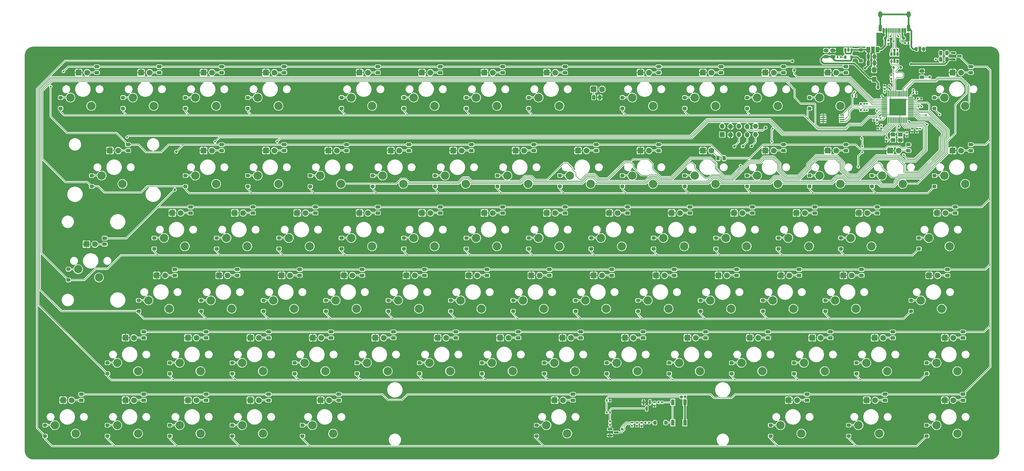
<source format=gbr>
G04 #@! TF.GenerationSoftware,KiCad,Pcbnew,(6.0.2)*
G04 #@! TF.CreationDate,2022-03-04T19:39:08-03:00*
G04 #@! TF.ProjectId,BareDevRev2,42617265-4465-4765-9265-76322e6b6963,V1.1.0*
G04 #@! TF.SameCoordinates,Original*
G04 #@! TF.FileFunction,Copper,L1,Top*
G04 #@! TF.FilePolarity,Positive*
%FSLAX46Y46*%
G04 Gerber Fmt 4.6, Leading zero omitted, Abs format (unit mm)*
G04 Created by KiCad (PCBNEW (6.0.2)) date 2022-03-04 19:39:08*
%MOMM*%
%LPD*%
G01*
G04 APERTURE LIST*
G04 Aperture macros list*
%AMRoundRect*
0 Rectangle with rounded corners*
0 $1 Rounding radius*
0 $2 $3 $4 $5 $6 $7 $8 $9 X,Y pos of 4 corners*
0 Add a 4 corners polygon primitive as box body*
4,1,4,$2,$3,$4,$5,$6,$7,$8,$9,$2,$3,0*
0 Add four circle primitives for the rounded corners*
1,1,$1+$1,$2,$3*
1,1,$1+$1,$4,$5*
1,1,$1+$1,$6,$7*
1,1,$1+$1,$8,$9*
0 Add four rect primitives between the rounded corners*
20,1,$1+$1,$2,$3,$4,$5,0*
20,1,$1+$1,$4,$5,$6,$7,0*
20,1,$1+$1,$6,$7,$8,$9,0*
20,1,$1+$1,$8,$9,$2,$3,0*%
G04 Aperture macros list end*
G04 #@! TA.AperFunction,SMDPad,CuDef*
%ADD10RoundRect,0.250000X0.350000X-0.250000X0.350000X0.250000X-0.350000X0.250000X-0.350000X-0.250000X0*%
G04 #@! TD*
G04 #@! TA.AperFunction,ComponentPad*
%ADD11C,2.540000*%
G04 #@! TD*
G04 #@! TA.AperFunction,SMDPad,CuDef*
%ADD12RoundRect,0.200000X-0.537500X0.000000X0.537500X0.000000X0.537500X0.000000X-0.537500X0.000000X0*%
G04 #@! TD*
G04 #@! TA.AperFunction,SMDPad,CuDef*
%ADD13R,1.475000X0.400000*%
G04 #@! TD*
G04 #@! TA.AperFunction,ComponentPad*
%ADD14C,1.778000*%
G04 #@! TD*
G04 #@! TA.AperFunction,ComponentPad*
%ADD15RoundRect,0.177800X0.711200X0.711200X-0.711200X0.711200X-0.711200X-0.711200X0.711200X-0.711200X0*%
G04 #@! TD*
G04 #@! TA.AperFunction,SMDPad,CuDef*
%ADD16RoundRect,0.250000X-0.450000X0.262500X-0.450000X-0.262500X0.450000X-0.262500X0.450000X0.262500X0*%
G04 #@! TD*
G04 #@! TA.AperFunction,SMDPad,CuDef*
%ADD17RoundRect,0.135000X0.185000X-0.135000X0.185000X0.135000X-0.185000X0.135000X-0.185000X-0.135000X0*%
G04 #@! TD*
G04 #@! TA.AperFunction,SMDPad,CuDef*
%ADD18RoundRect,0.140000X-0.170000X0.140000X-0.170000X-0.140000X0.170000X-0.140000X0.170000X0.140000X0*%
G04 #@! TD*
G04 #@! TA.AperFunction,SMDPad,CuDef*
%ADD19RoundRect,0.250000X-0.262500X-0.450000X0.262500X-0.450000X0.262500X0.450000X-0.262500X0.450000X0*%
G04 #@! TD*
G04 #@! TA.AperFunction,SMDPad,CuDef*
%ADD20RoundRect,0.140000X0.140000X0.170000X-0.140000X0.170000X-0.140000X-0.170000X0.140000X-0.170000X0*%
G04 #@! TD*
G04 #@! TA.AperFunction,SMDPad,CuDef*
%ADD21RoundRect,0.150000X-0.150000X0.587500X-0.150000X-0.587500X0.150000X-0.587500X0.150000X0.587500X0*%
G04 #@! TD*
G04 #@! TA.AperFunction,SMDPad,CuDef*
%ADD22RoundRect,0.150000X0.000000X-0.750000X0.000000X0.750000X0.000000X0.750000X0.000000X-0.750000X0*%
G04 #@! TD*
G04 #@! TA.AperFunction,SMDPad,CuDef*
%ADD23R,0.300000X1.800000*%
G04 #@! TD*
G04 #@! TA.AperFunction,SMDPad,CuDef*
%ADD24R,1.800000X0.300000*%
G04 #@! TD*
G04 #@! TA.AperFunction,ComponentPad*
%ADD25C,0.600000*%
G04 #@! TD*
G04 #@! TA.AperFunction,SMDPad,CuDef*
%ADD26R,5.200000X5.200000*%
G04 #@! TD*
G04 #@! TA.AperFunction,SMDPad,CuDef*
%ADD27R,1.100000X1.800000*%
G04 #@! TD*
G04 #@! TA.AperFunction,SMDPad,CuDef*
%ADD28RoundRect,0.250000X-0.250000X-0.350000X0.250000X-0.350000X0.250000X0.350000X-0.250000X0.350000X0*%
G04 #@! TD*
G04 #@! TA.AperFunction,SMDPad,CuDef*
%ADD29RoundRect,0.135000X-0.135000X-0.185000X0.135000X-0.185000X0.135000X0.185000X-0.135000X0.185000X0*%
G04 #@! TD*
G04 #@! TA.AperFunction,SMDPad,CuDef*
%ADD30RoundRect,0.135000X-0.185000X0.135000X-0.185000X-0.135000X0.185000X-0.135000X0.185000X0.135000X0*%
G04 #@! TD*
G04 #@! TA.AperFunction,SMDPad,CuDef*
%ADD31RoundRect,0.250000X0.262500X0.450000X-0.262500X0.450000X-0.262500X-0.450000X0.262500X-0.450000X0*%
G04 #@! TD*
G04 #@! TA.AperFunction,SMDPad,CuDef*
%ADD32RoundRect,0.250000X0.475000X-0.250000X0.475000X0.250000X-0.475000X0.250000X-0.475000X-0.250000X0*%
G04 #@! TD*
G04 #@! TA.AperFunction,ComponentPad*
%ADD33R,1.524000X1.524000*%
G04 #@! TD*
G04 #@! TA.AperFunction,ComponentPad*
%ADD34O,1.524000X1.524000*%
G04 #@! TD*
G04 #@! TA.AperFunction,SMDPad,CuDef*
%ADD35RoundRect,0.325000X0.000000X-0.205000X0.000000X0.205000X0.000000X0.205000X0.000000X-0.205000X0*%
G04 #@! TD*
G04 #@! TA.AperFunction,SMDPad,CuDef*
%ADD36R,0.650000X1.060000*%
G04 #@! TD*
G04 #@! TA.AperFunction,SMDPad,CuDef*
%ADD37RoundRect,0.135000X0.135000X0.185000X-0.135000X0.185000X-0.135000X-0.185000X0.135000X-0.185000X0*%
G04 #@! TD*
G04 #@! TA.AperFunction,SMDPad,CuDef*
%ADD38RoundRect,0.150000X-0.587500X-0.150000X0.587500X-0.150000X0.587500X0.150000X-0.587500X0.150000X0*%
G04 #@! TD*
G04 #@! TA.AperFunction,SMDPad,CuDef*
%ADD39RoundRect,0.250000X0.425000X-0.537500X0.425000X0.537500X-0.425000X0.537500X-0.425000X-0.537500X0*%
G04 #@! TD*
G04 #@! TA.AperFunction,SMDPad,CuDef*
%ADD40RoundRect,0.325000X0.000000X0.205000X0.000000X-0.205000X0.000000X-0.205000X0.000000X0.205000X0*%
G04 #@! TD*
G04 #@! TA.AperFunction,SMDPad,CuDef*
%ADD41RoundRect,0.250000X0.450000X-0.262500X0.450000X0.262500X-0.450000X0.262500X-0.450000X-0.262500X0*%
G04 #@! TD*
G04 #@! TA.AperFunction,SMDPad,CuDef*
%ADD42RoundRect,0.218750X0.218750X0.381250X-0.218750X0.381250X-0.218750X-0.381250X0.218750X-0.381250X0*%
G04 #@! TD*
G04 #@! TA.AperFunction,SMDPad,CuDef*
%ADD43RoundRect,0.150000X0.150000X0.575000X-0.150000X0.575000X-0.150000X-0.575000X0.150000X-0.575000X0*%
G04 #@! TD*
G04 #@! TA.AperFunction,SMDPad,CuDef*
%ADD44RoundRect,0.075000X0.075000X0.650000X-0.075000X0.650000X-0.075000X-0.650000X0.075000X-0.650000X0*%
G04 #@! TD*
G04 #@! TA.AperFunction,ComponentPad*
%ADD45O,1.100000X2.200000*%
G04 #@! TD*
G04 #@! TA.AperFunction,ComponentPad*
%ADD46O,1.300000X1.900000*%
G04 #@! TD*
G04 #@! TA.AperFunction,SMDPad,CuDef*
%ADD47R,1.400000X1.200000*%
G04 #@! TD*
G04 #@! TA.AperFunction,SMDPad,CuDef*
%ADD48RoundRect,0.250000X-0.250000X-0.475000X0.250000X-0.475000X0.250000X0.475000X-0.250000X0.475000X0*%
G04 #@! TD*
G04 #@! TA.AperFunction,SMDPad,CuDef*
%ADD49RoundRect,0.250000X-0.350000X0.250000X-0.350000X-0.250000X0.350000X-0.250000X0.350000X0.250000X0*%
G04 #@! TD*
G04 #@! TA.AperFunction,SMDPad,CuDef*
%ADD50RoundRect,0.250000X-0.375000X-0.625000X0.375000X-0.625000X0.375000X0.625000X-0.375000X0.625000X0*%
G04 #@! TD*
G04 #@! TA.AperFunction,SMDPad,CuDef*
%ADD51RoundRect,0.140000X-0.140000X-0.170000X0.140000X-0.170000X0.140000X0.170000X-0.140000X0.170000X0*%
G04 #@! TD*
G04 #@! TA.AperFunction,ViaPad*
%ADD52C,0.600000*%
G04 #@! TD*
G04 #@! TA.AperFunction,ViaPad*
%ADD53C,1.000000*%
G04 #@! TD*
G04 #@! TA.AperFunction,ViaPad*
%ADD54C,0.800000*%
G04 #@! TD*
G04 #@! TA.AperFunction,Conductor*
%ADD55C,0.200000*%
G04 #@! TD*
G04 #@! TA.AperFunction,Conductor*
%ADD56C,0.500000*%
G04 #@! TD*
G04 APERTURE END LIST*
D10*
X165576012Y-136327500D03*
X165576012Y-133027500D03*
D11*
X189213512Y-54605000D03*
X182863512Y-52065000D03*
D12*
X269731947Y-57456502D03*
D13*
X269731947Y-58106502D03*
X269731947Y-58756502D03*
X269731947Y-59406502D03*
X275456947Y-59406502D03*
X275456947Y-58756502D03*
X275456947Y-58106502D03*
X275456947Y-57456502D03*
D11*
X289226012Y-135567500D03*
X282876012Y-133027500D03*
D10*
X175101012Y-117277500D03*
X175101012Y-113977500D03*
D11*
X103488512Y-54605000D03*
X97138512Y-52065000D03*
D10*
X256063512Y-98227500D03*
X256063512Y-94927500D03*
D11*
X274938512Y-54605000D03*
X268588512Y-52065000D03*
D14*
X92693512Y-87307500D03*
D15*
X90153512Y-87307500D03*
D11*
X70151012Y-116517500D03*
X63801012Y-113977500D03*
X260651012Y-116517500D03*
X254301012Y-113977500D03*
D14*
X54593512Y-68257500D03*
D15*
X52053512Y-68257500D03*
D11*
X165401012Y-116517500D03*
X159051012Y-113977500D03*
D14*
X311768512Y-68257500D03*
D15*
X309228512Y-68257500D03*
D14*
X106981012Y-106357500D03*
D15*
X104441012Y-106357500D03*
D16*
X186181012Y-104533000D03*
X186181012Y-106358000D03*
D14*
X68881012Y-106357500D03*
D15*
X66341012Y-106357500D03*
D17*
X211401862Y-152283208D03*
X211401862Y-151263208D03*
D14*
X83168512Y-68257500D03*
D15*
X80628512Y-68257500D03*
D11*
X310657262Y-135567500D03*
X304307262Y-133027500D03*
X203501012Y-116517500D03*
X197151012Y-113977500D03*
X146351012Y-116517500D03*
X140001012Y-113977500D03*
D16*
X119506012Y-123583000D03*
X119506012Y-125408000D03*
X152843512Y-42620500D03*
X152843512Y-44445500D03*
D18*
X289048512Y-64306116D03*
X289048512Y-65266116D03*
D16*
X100456012Y-123583000D03*
X100456012Y-125408000D03*
D14*
X287956012Y-125407500D03*
D15*
X285416012Y-125407500D03*
D10*
X253682262Y-155377500D03*
X253682262Y-152077500D03*
D11*
X293988512Y-78417500D03*
X287638512Y-75877500D03*
X255888512Y-78417500D03*
X249538512Y-75877500D03*
D16*
X171893512Y-42620500D03*
X171893512Y-44445500D03*
X105218512Y-42620500D03*
X105218512Y-44445500D03*
D10*
X303688512Y-79177500D03*
X303688512Y-75877500D03*
D14*
X254618512Y-68257500D03*
D15*
X252078512Y-68257500D03*
D14*
X145081012Y-106357500D03*
D15*
X142541012Y-106357500D03*
D11*
X120157262Y-154617500D03*
X113807262Y-152077500D03*
X55863512Y-78417500D03*
X49513512Y-75877500D03*
D10*
X265588512Y-79177500D03*
X265588512Y-75877500D03*
D19*
X199691012Y-51992200D03*
X201516012Y-51992200D03*
D16*
X271906012Y-123583000D03*
X271906012Y-125408000D03*
D20*
X299578540Y-52386117D03*
X298618540Y-52386117D03*
D11*
X65388512Y-54605000D03*
X59038512Y-52065000D03*
D14*
X309387262Y-125407500D03*
D15*
X306847262Y-125407500D03*
D14*
X235568512Y-68257500D03*
D15*
X233028512Y-68257500D03*
D10*
X32226012Y-155377500D03*
X32226012Y-152077500D03*
D20*
X279578540Y-51586117D03*
X278618540Y-51586117D03*
D16*
X86168512Y-66433000D03*
X86168512Y-68258000D03*
D14*
X159368512Y-68257500D03*
D15*
X156828512Y-68257500D03*
D14*
X235568512Y-44445000D03*
D15*
X233028512Y-44445000D03*
D14*
X78406012Y-125407500D03*
D15*
X75866012Y-125407500D03*
D17*
X218249376Y-146113208D03*
X218249376Y-145093208D03*
D10*
X296544762Y-117277500D03*
X296544762Y-113977500D03*
D21*
X216815896Y-145093208D03*
X214915896Y-145093208D03*
X215865896Y-146968208D03*
D14*
X292718512Y-68257500D03*
D15*
X290178512Y-68257500D03*
D22*
X289698512Y-58936116D03*
D23*
X290198512Y-58936116D03*
X290698512Y-58936116D03*
X291198512Y-58936116D03*
X291698512Y-58936116D03*
X292198512Y-58936116D03*
X292698512Y-58936116D03*
X293198512Y-58936116D03*
X293698512Y-58936116D03*
X294198512Y-58936116D03*
X294698512Y-58936116D03*
X295198512Y-58936116D03*
D24*
X296448512Y-57686116D03*
X296448512Y-57186116D03*
X296448512Y-56686116D03*
X296448512Y-56186116D03*
X296448512Y-55686116D03*
X296448512Y-55186116D03*
X296448512Y-54686116D03*
X296448512Y-54186116D03*
X296448512Y-53686116D03*
X296448512Y-53186116D03*
X296448512Y-52686116D03*
X296448512Y-52186116D03*
D23*
X295198512Y-50936116D03*
X294698512Y-50936116D03*
X294198512Y-50936116D03*
X293698512Y-50936116D03*
X293198512Y-50936116D03*
X292698512Y-50936116D03*
X292198512Y-50936116D03*
X291698512Y-50936116D03*
X291198512Y-50936116D03*
X290698512Y-50936116D03*
X290198512Y-50936116D03*
X289698512Y-50936116D03*
D24*
X288448512Y-52186116D03*
X288448512Y-52686116D03*
X288448512Y-53186116D03*
X288448512Y-53686116D03*
X288448512Y-54186116D03*
X288448512Y-54686116D03*
X288448512Y-55186116D03*
X288448512Y-55686116D03*
X288448512Y-56186116D03*
X288448512Y-56686116D03*
X288448512Y-57186116D03*
D25*
X293448512Y-52936116D03*
X293448512Y-56936116D03*
X293448512Y-55936116D03*
X294448512Y-54936116D03*
X290448512Y-54936116D03*
X290448512Y-56936116D03*
X291448512Y-54936116D03*
X290448512Y-52936116D03*
X294448512Y-55936116D03*
X291448512Y-56936116D03*
X291448512Y-52936116D03*
X291448512Y-55936116D03*
X290448512Y-53936116D03*
X291448512Y-53936116D03*
X292448512Y-53936116D03*
X292448512Y-52936116D03*
X293448512Y-53936116D03*
X294448512Y-56936116D03*
X294448512Y-52936116D03*
X293448512Y-54936116D03*
X292448512Y-54936116D03*
X292448512Y-56936116D03*
X290448512Y-55936116D03*
X292448512Y-55936116D03*
X294448512Y-53936116D03*
D24*
X288448512Y-57686116D03*
D26*
X292448512Y-54936116D03*
D16*
X133793512Y-42620500D03*
X133793512Y-44445500D03*
D10*
X227488512Y-79177500D03*
X227488512Y-75877500D03*
D18*
X212908809Y-151293208D03*
X212908809Y-152253208D03*
D27*
X227508497Y-145093208D03*
X227508497Y-151293208D03*
X223808497Y-151293208D03*
X223808497Y-145093208D03*
D16*
X257623512Y-42620500D03*
X257623512Y-44445500D03*
D14*
X97456012Y-125407500D03*
D15*
X94916012Y-125407500D03*
D11*
X41576012Y-154617500D03*
X35226012Y-152077500D03*
D14*
X183181012Y-106357500D03*
D15*
X180641012Y-106357500D03*
D28*
X218363968Y-151293208D03*
X221663968Y-151293208D03*
D16*
X314767882Y-42620440D03*
X314767882Y-44445440D03*
D14*
X111743512Y-87307500D03*
D15*
X109203512Y-87307500D03*
D16*
X43306012Y-142633000D03*
X43306012Y-144458000D03*
D10*
X132238512Y-79177500D03*
X132238512Y-75877500D03*
D14*
X173656012Y-125407500D03*
D15*
X171116012Y-125407500D03*
D14*
X187943512Y-44445000D03*
D15*
X185403512Y-44445000D03*
D14*
X154606012Y-125407500D03*
D15*
X152066012Y-125407500D03*
D14*
X216518512Y-44445000D03*
D15*
X213978512Y-44445000D03*
D10*
X51276012Y-155377500D03*
X51276012Y-152077500D03*
D29*
X215529789Y-151293208D03*
X216549789Y-151293208D03*
D16*
X286193512Y-85483000D03*
X286193512Y-87308000D03*
D10*
X170338512Y-79177500D03*
X170338512Y-75877500D03*
D11*
X103488512Y-78417500D03*
X97138512Y-75877500D03*
D16*
X281431012Y-104533000D03*
X281431012Y-106358000D03*
D30*
X204647665Y-150920578D03*
X204647665Y-151940578D03*
D31*
X239465015Y-70549248D03*
X237640015Y-70549248D03*
D14*
X249856012Y-125407500D03*
D15*
X247316012Y-125407500D03*
D11*
X274938512Y-78417500D03*
X268588512Y-75877500D03*
X213026012Y-135567500D03*
X206676012Y-133027500D03*
D16*
X138556012Y-123583000D03*
X138556012Y-125408000D03*
D14*
X64118512Y-44445000D03*
D15*
X61578512Y-44445000D03*
D14*
X59356012Y-125407500D03*
D15*
X56816012Y-125407500D03*
D14*
X130793512Y-44445000D03*
D15*
X128253512Y-44445000D03*
D10*
X184626012Y-136327500D03*
X184626012Y-133027500D03*
D32*
X272665127Y-39565008D03*
X272665127Y-37665008D03*
D11*
X113013512Y-97467500D03*
X106663512Y-94927500D03*
D10*
X246538512Y-79177500D03*
X246538512Y-75877500D03*
X75088512Y-55365000D03*
X75088512Y-52065000D03*
D16*
X310006012Y-85483000D03*
X310006012Y-87308000D03*
D10*
X208438512Y-55365000D03*
X208438512Y-52065000D03*
X203676012Y-136327500D03*
X203676012Y-133027500D03*
D19*
X305624932Y-40371183D03*
X307449932Y-40371183D03*
D10*
X60801012Y-117277500D03*
X60801012Y-113977500D03*
D14*
X40306012Y-144457500D03*
D15*
X37766012Y-144457500D03*
D16*
X193324762Y-142633000D03*
X193324762Y-144458000D03*
X288574762Y-142633000D03*
X288574762Y-144458000D03*
D14*
X202231012Y-106357500D03*
D15*
X199691012Y-106357500D03*
D11*
X108251012Y-116517500D03*
X101901012Y-113977500D03*
D16*
X121887262Y-142633000D03*
X121887262Y-144458000D03*
D10*
X194151012Y-117277500D03*
X194151012Y-113977500D03*
D14*
X259381012Y-106357500D03*
D15*
X256841012Y-106357500D03*
D10*
X222726012Y-136327500D03*
X222726012Y-133027500D03*
D33*
X238917270Y-63348639D03*
D34*
X238917270Y-60808639D03*
X241457270Y-63475639D03*
X241457270Y-60935639D03*
X243997270Y-63348639D03*
X243997270Y-60808639D03*
X246537270Y-63475639D03*
X246537270Y-60935639D03*
X249077270Y-63348639D03*
X249077270Y-60808639D03*
D10*
X251301012Y-117277500D03*
X251301012Y-113977500D03*
D16*
X167131012Y-104533000D03*
X167131012Y-106358000D03*
D14*
X202231012Y-49525000D03*
D15*
X199691012Y-49525000D03*
D10*
X36988512Y-55365000D03*
X36988512Y-52065000D03*
D11*
X60626012Y-135567500D03*
X54276012Y-133027500D03*
D14*
X73643512Y-87307500D03*
D15*
X71103512Y-87307500D03*
D14*
X268906012Y-125407500D03*
D15*
X266366012Y-125407500D03*
D11*
X251126012Y-135567500D03*
X244776012Y-133027500D03*
D10*
X94138512Y-55365000D03*
X94138512Y-52065000D03*
D11*
X193976012Y-135567500D03*
X187626012Y-133027500D03*
D16*
X243331012Y-104533000D03*
X243331012Y-106358000D03*
D14*
X149843512Y-87307500D03*
D15*
X147303512Y-87307500D03*
D11*
X132063512Y-97467500D03*
X125713512Y-94927500D03*
D10*
X301307262Y-136327500D03*
X301307262Y-133027500D03*
D30*
X289625942Y-34649124D03*
X289625942Y-35669124D03*
D11*
X79676012Y-154617500D03*
X73326012Y-152077500D03*
D14*
X261762262Y-144457500D03*
D15*
X259222262Y-144457500D03*
D35*
X290498512Y-41008119D03*
D36*
X291448512Y-41008119D03*
X292398512Y-41008119D03*
X292398512Y-38808119D03*
X291448512Y-38808119D03*
X290498512Y-38808119D03*
D10*
X122713512Y-55365000D03*
X122713512Y-52065000D03*
D14*
X304624762Y-106357500D03*
D15*
X302084762Y-106357500D03*
D37*
X295687099Y-35401633D03*
X294667099Y-35401633D03*
D14*
X192706012Y-125407500D03*
D15*
X190166012Y-125407500D03*
D11*
X84438512Y-78417500D03*
X78088512Y-75877500D03*
X305894762Y-116517500D03*
X299544762Y-113977500D03*
D14*
X116506012Y-125407500D03*
D15*
X113966012Y-125407500D03*
D16*
X248093512Y-85483000D03*
X248093512Y-87308000D03*
X171893512Y-85483000D03*
X171893512Y-87308000D03*
D10*
X151288512Y-79177500D03*
X151288512Y-75877500D03*
D11*
X279701012Y-116517500D03*
X273351012Y-113977500D03*
D14*
X254623512Y-44445000D03*
D15*
X252083512Y-44445000D03*
D14*
X102218512Y-44445000D03*
D15*
X99678512Y-44445000D03*
D11*
X313038512Y-54605000D03*
X306688512Y-52065000D03*
X265413512Y-97467500D03*
X259063512Y-94927500D03*
D14*
X190324762Y-144457500D03*
D15*
X187784762Y-144457500D03*
D16*
X124268512Y-66433000D03*
X124268512Y-68258000D03*
X81406012Y-142633000D03*
X81406012Y-144458000D03*
D10*
X217963512Y-98227500D03*
X217963512Y-94927500D03*
D38*
X309424963Y-38471183D03*
X309424963Y-40371183D03*
X311299963Y-39421183D03*
D10*
X198913512Y-98227500D03*
X198913512Y-94927500D03*
D16*
X205231012Y-104533000D03*
X205231012Y-106358000D03*
D11*
X232076012Y-135567500D03*
X225726012Y-133027500D03*
X246363512Y-97467500D03*
X240013512Y-94927500D03*
X170163512Y-97467500D03*
X163813512Y-94927500D03*
D20*
X298158511Y-50586117D03*
X297198511Y-50586117D03*
D29*
X219503968Y-145093208D03*
X220523968Y-145093208D03*
D11*
X132063512Y-54605000D03*
X125713512Y-52065000D03*
D20*
X287428512Y-61536116D03*
X286468512Y-61536116D03*
D39*
X285248512Y-46473616D03*
X285248512Y-43598616D03*
D16*
X162368512Y-66433000D03*
X162368512Y-68258000D03*
D11*
X151113512Y-54605000D03*
X144763512Y-52065000D03*
D10*
X110807262Y-155377500D03*
X110807262Y-152077500D03*
X146526012Y-136327500D03*
X146526012Y-133027500D03*
D14*
X311768330Y-44445440D03*
D15*
X309228330Y-44445440D03*
D14*
X197468512Y-68257500D03*
D15*
X194928512Y-68257500D03*
D16*
X62356012Y-142633000D03*
X62356012Y-144458000D03*
D19*
X283504277Y-39533244D03*
X285329277Y-39533244D03*
D11*
X227313512Y-97467500D03*
X220963512Y-94927500D03*
D14*
X187943512Y-87307500D03*
D15*
X185403512Y-87307500D03*
D40*
X278354268Y-37515008D03*
D36*
X277404268Y-37515008D03*
X276454268Y-37515008D03*
X276454268Y-39715008D03*
X278354268Y-39715008D03*
D16*
X219518512Y-66433000D03*
X219518512Y-68258000D03*
D41*
X270631768Y-39527508D03*
X270631768Y-37702508D03*
D10*
X284638512Y-79177500D03*
X284638512Y-75877500D03*
D14*
X97456012Y-144457500D03*
D15*
X94916012Y-144457500D03*
D42*
X300313969Y-37259910D03*
X298188969Y-37259910D03*
D11*
X170163512Y-54605000D03*
X163813512Y-52065000D03*
D16*
X238568512Y-42620500D03*
X238568512Y-44445500D03*
D11*
X263032262Y-154617500D03*
X256682262Y-152077500D03*
D10*
X89376012Y-136327500D03*
X89376012Y-133027500D03*
D43*
X294698512Y-31642354D03*
X293898512Y-31642354D03*
D44*
X292698512Y-31642354D03*
X291702512Y-31642354D03*
X291198512Y-31642354D03*
X290198512Y-31642354D03*
D43*
X288198512Y-31642354D03*
X288998512Y-31642354D03*
D44*
X289698512Y-31642354D03*
X290698512Y-31642354D03*
X292198512Y-31642354D03*
X293198512Y-31642354D03*
D45*
X295748512Y-30867354D03*
D46*
X295748512Y-26667354D03*
X287148512Y-26667354D03*
D45*
X287148512Y-30867354D03*
D16*
X157606012Y-123583000D03*
X157606012Y-125408000D03*
D18*
X298348512Y-61536116D03*
X298348512Y-62496116D03*
D16*
X100456012Y-142633000D03*
X100456012Y-144458000D03*
X57593512Y-66433000D03*
X57593512Y-68258000D03*
X86168512Y-42620500D03*
X86168512Y-44445500D03*
D14*
X59356012Y-144457500D03*
D15*
X56816012Y-144457500D03*
D11*
X74913512Y-97467500D03*
X68563512Y-94927500D03*
D16*
X209993512Y-85483000D03*
X209993512Y-87308000D03*
X312387262Y-142633000D03*
X312387262Y-144458000D03*
D14*
X206993512Y-87307500D03*
D15*
X204453512Y-87307500D03*
D16*
X71881012Y-104533000D03*
X71881012Y-106358000D03*
D31*
X307449932Y-38471183D03*
X305624932Y-38471183D03*
D16*
X181418512Y-66433000D03*
X181418512Y-68258000D03*
D11*
X141588512Y-78417500D03*
X135238512Y-75877500D03*
D10*
X84613512Y-98227500D03*
X84613512Y-94927500D03*
D47*
X293236012Y-63336116D03*
X291036012Y-63336116D03*
X291036012Y-65036116D03*
X293236012Y-65036116D03*
D10*
X270351012Y-117277500D03*
X270351012Y-113977500D03*
X39369762Y-107752500D03*
X39369762Y-104452500D03*
D11*
X184451012Y-116517500D03*
X178101012Y-113977500D03*
D10*
X89376012Y-155377500D03*
X89376012Y-152077500D03*
D11*
X122538512Y-78417500D03*
X116188512Y-75877500D03*
D14*
X309387262Y-144457500D03*
D15*
X306847262Y-144457500D03*
D16*
X90931012Y-104533000D03*
X90931012Y-106358000D03*
X152843512Y-85483000D03*
X152843512Y-87308000D03*
D10*
X56038512Y-55365000D03*
X56038512Y-52065000D03*
D11*
X98726012Y-135567500D03*
X92376012Y-133027500D03*
D10*
X117951012Y-117277500D03*
X117951012Y-113977500D03*
D16*
X195706012Y-123583000D03*
X195706012Y-125408000D03*
X224281012Y-104533000D03*
X224281012Y-106358000D03*
D11*
X79676012Y-135567500D03*
X73326012Y-133027500D03*
D30*
X214307470Y-151293208D03*
X214307470Y-152313208D03*
D11*
X255893512Y-54605000D03*
X249543512Y-52065000D03*
X284463512Y-97467500D03*
X278113512Y-94927500D03*
D38*
X204647665Y-153306332D03*
X204647665Y-155206332D03*
X206522665Y-154256332D03*
D11*
X117776012Y-135567500D03*
X111426012Y-133027500D03*
D14*
X216518512Y-68257500D03*
D15*
X213978512Y-68257500D03*
D16*
X129031012Y-104533000D03*
X129031012Y-106358000D03*
X219518512Y-42620500D03*
X219518512Y-44445500D03*
D20*
X286128512Y-58936116D03*
X285168512Y-58936116D03*
D10*
X179863512Y-55365000D03*
X179863512Y-52065000D03*
D11*
X127301012Y-116517500D03*
X120951012Y-113977500D03*
D16*
X67118512Y-42620500D03*
X67118512Y-44445500D03*
D14*
X126031012Y-106357500D03*
D15*
X123491012Y-106357500D03*
D14*
X178418512Y-68257500D03*
D15*
X175878512Y-68257500D03*
D10*
X303688512Y-55365000D03*
X303688512Y-52065000D03*
D16*
X252856012Y-123583000D03*
X252856012Y-125408000D03*
D10*
X301307262Y-155377500D03*
X301307262Y-152077500D03*
D14*
X87931012Y-106357500D03*
D15*
X85391012Y-106357500D03*
D10*
X79851012Y-117277500D03*
X79851012Y-113977500D03*
D16*
X229043512Y-85483000D03*
X229043512Y-87308000D03*
D10*
X70326012Y-155377500D03*
X70326012Y-152077500D03*
D11*
X93963512Y-97467500D03*
X87613512Y-94927500D03*
X217788512Y-78417500D03*
X211438512Y-75877500D03*
D16*
X214756012Y-123583000D03*
X214756012Y-125408000D03*
X200468512Y-66433000D03*
X200468512Y-68258000D03*
D37*
X204652774Y-148191314D03*
X203632774Y-148191314D03*
D11*
X313038512Y-78417500D03*
X306688512Y-75877500D03*
X270176012Y-135567500D03*
X263826012Y-133027500D03*
D16*
X264762262Y-142633000D03*
X264762262Y-144458000D03*
D48*
X283466777Y-41512422D03*
X285366777Y-41512422D03*
D11*
X46338512Y-54605000D03*
X39988512Y-52065000D03*
D16*
X105218512Y-66433000D03*
X105218512Y-68258000D03*
D11*
X310657262Y-154617500D03*
X304307262Y-152077500D03*
D10*
X103663512Y-98227500D03*
X103663512Y-94927500D03*
D11*
X136826012Y-135567500D03*
X130476012Y-133027500D03*
D18*
X295248512Y-62786116D03*
X295248512Y-63746116D03*
D14*
X140318512Y-68257500D03*
D15*
X137778512Y-68257500D03*
D11*
X89201012Y-116517500D03*
X82851012Y-113977500D03*
X236838512Y-78417500D03*
X230488512Y-75877500D03*
X241601012Y-116517500D03*
X235251012Y-113977500D03*
D14*
X164131012Y-106357500D03*
D15*
X161591012Y-106357500D03*
D14*
X307006012Y-87307500D03*
D15*
X304466012Y-87307500D03*
D14*
X283193512Y-87307500D03*
D15*
X280653512Y-87307500D03*
D37*
X282208540Y-55936116D03*
X281188540Y-55936116D03*
D16*
X276668512Y-66433000D03*
X276668512Y-68258000D03*
D10*
X127476012Y-136327500D03*
X127476012Y-133027500D03*
D16*
X50449762Y-95008000D03*
X50449762Y-96833000D03*
D11*
X198738512Y-78417500D03*
X192388512Y-75877500D03*
D17*
X290448513Y-46296118D03*
X290448513Y-45276118D03*
D16*
X307624762Y-104533000D03*
X307624762Y-106358000D03*
D14*
X102218512Y-68257500D03*
D15*
X99678512Y-68257500D03*
D16*
X314768512Y-66433000D03*
X314768512Y-68258000D03*
X143318512Y-66433000D03*
X143318512Y-68258000D03*
X109981012Y-104533000D03*
X109981012Y-106358000D03*
D10*
X260826012Y-136327500D03*
X260826012Y-133027500D03*
D14*
X278431012Y-106357500D03*
D15*
X275891012Y-106357500D03*
D10*
X113188512Y-79177500D03*
X113188512Y-75877500D03*
D41*
X299864473Y-45800255D03*
X299864473Y-43975255D03*
D10*
X213201012Y-117277500D03*
X213201012Y-113977500D03*
D16*
X133793512Y-85483000D03*
X133793512Y-87308000D03*
D11*
X191594762Y-154617500D03*
X185244762Y-152077500D03*
D10*
X108426012Y-136327500D03*
X108426012Y-133027500D03*
X179863512Y-98227500D03*
X179863512Y-94927500D03*
X94138512Y-79177500D03*
X94138512Y-75877500D03*
D16*
X290956012Y-123583000D03*
X290956012Y-125408000D03*
D10*
X122713512Y-98227500D03*
X122713512Y-94927500D03*
D11*
X179688512Y-78417500D03*
X173338512Y-75877500D03*
D16*
X257618512Y-66433000D03*
X257618512Y-68258000D03*
D10*
X189388512Y-79177500D03*
X189388512Y-75877500D03*
D11*
X236838512Y-54605000D03*
X230488512Y-52065000D03*
X174926012Y-135567500D03*
X168576012Y-133027500D03*
X222551012Y-116517500D03*
X216201012Y-113977500D03*
D37*
X282208540Y-53936116D03*
X281188540Y-53936116D03*
D11*
X189213512Y-97467500D03*
X182863512Y-94927500D03*
D10*
X156051012Y-117277500D03*
X156051012Y-113977500D03*
D16*
X95693512Y-85483000D03*
X95693512Y-87308000D03*
D14*
X226043512Y-87307500D03*
D15*
X223503512Y-87307500D03*
D16*
X312387262Y-123583000D03*
X312387262Y-125408000D03*
D14*
X83168512Y-44445000D03*
D15*
X80628512Y-44445000D03*
D14*
X273668512Y-44445000D03*
D15*
X271128512Y-44445000D03*
D10*
X237013512Y-98227500D03*
X237013512Y-94927500D03*
D14*
X285574762Y-144457500D03*
D15*
X283034762Y-144457500D03*
D16*
X190943512Y-42620500D03*
X190943512Y-44445500D03*
D11*
X155876012Y-135567500D03*
X149526012Y-133027500D03*
D16*
X233806012Y-123583000D03*
X233806012Y-125408000D03*
D10*
X98901012Y-117277500D03*
X98901012Y-113977500D03*
D16*
X295718512Y-66433000D03*
X295718512Y-68258000D03*
D14*
X245093512Y-87307500D03*
D15*
X242553512Y-87307500D03*
D16*
X190943512Y-85483000D03*
X190943512Y-87308000D03*
X176656012Y-123583000D03*
X176656012Y-125408000D03*
D10*
X160813512Y-55365000D03*
X160813512Y-52065000D03*
D11*
X151113512Y-97467500D03*
X144763512Y-94927500D03*
D10*
X275113512Y-98227500D03*
X275113512Y-94927500D03*
X246543512Y-55365000D03*
X246543512Y-52065000D03*
D14*
X78406012Y-144457500D03*
D15*
X75866012Y-144457500D03*
D10*
X160813512Y-98227500D03*
X160813512Y-94927500D03*
D11*
X286844762Y-154617500D03*
X280494762Y-152077500D03*
D14*
X118887262Y-144457500D03*
D15*
X116347262Y-144457500D03*
D16*
X267143512Y-85483000D03*
X267143512Y-87308000D03*
D10*
X70326012Y-136327500D03*
X70326012Y-133027500D03*
D14*
X130793512Y-87307500D03*
D15*
X128253512Y-87307500D03*
D10*
X208438512Y-79177500D03*
X208438512Y-75877500D03*
D14*
X240331012Y-106357500D03*
D15*
X237791012Y-106357500D03*
D14*
X211756012Y-125407500D03*
D15*
X209216012Y-125407500D03*
D14*
X221281012Y-106357500D03*
D15*
X218741012Y-106357500D03*
D10*
X65563512Y-98227500D03*
X65563512Y-94927500D03*
D11*
X84438512Y-54605000D03*
X78088512Y-52065000D03*
X98726012Y-154617500D03*
X92376012Y-152077500D03*
D16*
X48068512Y-42620500D03*
X48068512Y-44445500D03*
D10*
X241776012Y-136327500D03*
X241776012Y-133027500D03*
X46513512Y-79177500D03*
X46513512Y-75877500D03*
D14*
X47449762Y-96832500D03*
D15*
X44909762Y-96832500D03*
D11*
X208263512Y-97467500D03*
X201913512Y-94927500D03*
D14*
X264143512Y-87307500D03*
D15*
X261603512Y-87307500D03*
D14*
X135556012Y-125407500D03*
D15*
X133016012Y-125407500D03*
D49*
X281180547Y-37515008D03*
X281180547Y-40815008D03*
D10*
X141763512Y-55365000D03*
X141763512Y-52065000D03*
D16*
X81406012Y-123583000D03*
X81406012Y-125408000D03*
D10*
X75088512Y-79177500D03*
X75088512Y-75877500D03*
X265588512Y-55365000D03*
X265588512Y-52065000D03*
D16*
X114743512Y-85483000D03*
X114743512Y-87308000D03*
X262381012Y-104533000D03*
X262381012Y-106358000D03*
D14*
X149843512Y-44445000D03*
D15*
X147303512Y-44445000D03*
D11*
X60626012Y-154617500D03*
X54276012Y-152077500D03*
D16*
X76643512Y-85483000D03*
X76643512Y-87308000D03*
D10*
X51276012Y-136327500D03*
X51276012Y-133027500D03*
D11*
X217788512Y-54605000D03*
X211438512Y-52065000D03*
D14*
X168893512Y-87307500D03*
D15*
X166353512Y-87307500D03*
D11*
X160638512Y-78417500D03*
X154288512Y-75877500D03*
D10*
X182244762Y-155377500D03*
X182244762Y-152077500D03*
X279876012Y-136327500D03*
X279876012Y-133027500D03*
D11*
X308276012Y-97467500D03*
X301926012Y-94927500D03*
D50*
X283504277Y-37415008D03*
X286304277Y-37415008D03*
D10*
X232251012Y-117277500D03*
X232251012Y-113977500D03*
D51*
X274149433Y-39715008D03*
X275109433Y-39715008D03*
D16*
X148081012Y-104533000D03*
X148081012Y-106358000D03*
D14*
X230806012Y-125407500D03*
D15*
X228266012Y-125407500D03*
D16*
X276668512Y-42620500D03*
X276668512Y-44445500D03*
D10*
X277494762Y-155377500D03*
X277494762Y-152077500D03*
D16*
X62356012Y-123583000D03*
X62356012Y-125408000D03*
D14*
X45068512Y-44445000D03*
D15*
X42528512Y-44445000D03*
D10*
X298926012Y-98227500D03*
X298926012Y-94927500D03*
D51*
X203662774Y-144590071D03*
X204622774Y-144590071D03*
D14*
X168893512Y-44445000D03*
D15*
X166353512Y-44445000D03*
D18*
X288448512Y-48456116D03*
X288448512Y-49416116D03*
X296848512Y-61536116D03*
X296848512Y-62496116D03*
D14*
X121268512Y-68257500D03*
D15*
X118728512Y-68257500D03*
D14*
X273668512Y-68257500D03*
D15*
X271128512Y-68257500D03*
D10*
X227488512Y-55365000D03*
X227488512Y-52065000D03*
D11*
X48719762Y-106992500D03*
X42369762Y-104452500D03*
D10*
X141763512Y-98227500D03*
X141763512Y-94927500D03*
X137001012Y-117277500D03*
X137001012Y-113977500D03*
D52*
X206216172Y-76529399D03*
X300973510Y-54386116D03*
X281179295Y-61349064D03*
X288664572Y-71931999D03*
X231438372Y-79323399D03*
X246221172Y-74522799D03*
X282298540Y-48386117D03*
X296716372Y-77596199D03*
X174847172Y-79323399D03*
X269233572Y-79374199D03*
X266160172Y-74548199D03*
X214090172Y-76630999D03*
D53*
X287648512Y-35167354D03*
D52*
X214090172Y-79399599D03*
X92246372Y-65302599D03*
X279648512Y-56086116D03*
X231412972Y-71982799D03*
X302448512Y-43936116D03*
D53*
X270498540Y-53586118D03*
X295456280Y-34010847D03*
D52*
X155238372Y-79501199D03*
X271087772Y-76427799D03*
X148151772Y-79450399D03*
X289883772Y-77316799D03*
X225469372Y-76605599D03*
X212591572Y-71931999D03*
X289098540Y-66386117D03*
X299764372Y-71804999D03*
X187420172Y-76529399D03*
X250767772Y-79729799D03*
X293698540Y-66586117D03*
D54*
X294701570Y-39912244D03*
D52*
X228339572Y-141629599D03*
X282492372Y-76630999D03*
X226586972Y-141629599D03*
X278605451Y-65607830D03*
X263823372Y-76783399D03*
X192931972Y-79475799D03*
X252139372Y-76656399D03*
X286128512Y-59936116D03*
X299348512Y-61536116D03*
D54*
X252144778Y-61259749D03*
X245198207Y-66939090D03*
D52*
X288478512Y-50336116D03*
X287428512Y-60536116D03*
X283048512Y-53936116D03*
D54*
X227528882Y-143332500D03*
D52*
X297198511Y-49736116D03*
D53*
X286448512Y-48936116D03*
D52*
X279298540Y-50386117D03*
X283098540Y-55886116D03*
X290599012Y-47186118D03*
D54*
X291198512Y-42882998D03*
X293433293Y-42883584D03*
X282532291Y-43099042D03*
X296567407Y-41831775D03*
X247834190Y-66868467D03*
D53*
X226417467Y-143432500D03*
D52*
X292848512Y-60986116D03*
X305276172Y-57225399D03*
X287242172Y-58317599D03*
X301340202Y-60267485D03*
X295954372Y-59486616D03*
X304056972Y-40385199D03*
X301085172Y-57403199D03*
X298864030Y-54796957D03*
X299711011Y-54796116D03*
D54*
X302184966Y-45790992D03*
D52*
X289888394Y-48473820D03*
X287648512Y-51586116D03*
X286048512Y-56136116D03*
D54*
X208283724Y-153237150D03*
X242620895Y-66961403D03*
X260323566Y-40895090D03*
X260861386Y-43734781D03*
D53*
X294248512Y-33967354D03*
D54*
X291448512Y-37504917D03*
D53*
X288648512Y-33967354D03*
D52*
X292410690Y-37409352D03*
X290254016Y-33391853D03*
X291103014Y-34924199D03*
X292643012Y-33391853D03*
X280434972Y-73201999D03*
X281628772Y-68706199D03*
X281654172Y-66953599D03*
X281476372Y-64464399D03*
X254272972Y-61568799D03*
X254044372Y-65429599D03*
X244519372Y-72846399D03*
X294328772Y-69595199D03*
X103092172Y-65429599D03*
X84143772Y-65480399D03*
X57270572Y-64134199D03*
X37864972Y-44093599D03*
D54*
X71820851Y-80195109D03*
X72243038Y-68607769D03*
D52*
X33978772Y-48690999D03*
D55*
X297818541Y-53186116D02*
X298618540Y-52386117D01*
X296448512Y-53186116D02*
X297818541Y-53186116D01*
D56*
X288198512Y-31642354D02*
X288198512Y-33017354D01*
X291740365Y-39912244D02*
X294701570Y-39912244D01*
X291448512Y-40204097D02*
X291740365Y-39912244D01*
D55*
X293198512Y-58936116D02*
X293198512Y-56886116D01*
X296448512Y-52686116D02*
X294398512Y-52686116D01*
D56*
X295456280Y-33832310D02*
X294698512Y-33074542D01*
X288198512Y-33017354D02*
X287648512Y-33567354D01*
X291448512Y-41008119D02*
X291448512Y-40204097D01*
X295456280Y-34010847D02*
X295456280Y-33832310D01*
D55*
X290198512Y-50936116D02*
X290198512Y-52986116D01*
X288448512Y-57186116D02*
X290498512Y-57186116D01*
D56*
X294698512Y-33074542D02*
X294698512Y-31642354D01*
X287648512Y-33567354D02*
X287648512Y-35167354D01*
D55*
X287848512Y-58936116D02*
X286128512Y-58936116D01*
X246537270Y-60935639D02*
X246537270Y-63475639D01*
X286128512Y-58936116D02*
X286128512Y-59936116D01*
D56*
X285148512Y-46373616D02*
X285248512Y-46473616D01*
D55*
X246537270Y-61229092D02*
X246537270Y-60935639D01*
X288448512Y-49416116D02*
X289228512Y-49416116D01*
D56*
X269876609Y-39527508D02*
X269129776Y-40274341D01*
X273422287Y-40857195D02*
X272665127Y-40100035D01*
X270631768Y-39527508D02*
X272627627Y-39527508D01*
D55*
X288238488Y-61536116D02*
X289698512Y-60076092D01*
D56*
X272665127Y-40100035D02*
X272665127Y-39565008D01*
X272627627Y-39527508D02*
X272665127Y-39565008D01*
D55*
X227528882Y-145072823D02*
X227508497Y-145093208D01*
X297198511Y-50586117D02*
X297198511Y-49736116D01*
D56*
X269824719Y-41658480D02*
X279170876Y-41658480D01*
X285248512Y-46473616D02*
X285348512Y-46473616D01*
D55*
X293698512Y-58936116D02*
X293698512Y-60281134D01*
X275456947Y-57377934D02*
X275456947Y-57456502D01*
D56*
X279170876Y-41658480D02*
X283886012Y-46373616D01*
X286448512Y-48936116D02*
X286448512Y-47573616D01*
D55*
X278618540Y-54216341D02*
X275456947Y-57377934D01*
X288448512Y-58336116D02*
X287848512Y-58936116D01*
X287428512Y-60536116D02*
X287428512Y-61536116D01*
D56*
X269129776Y-40274341D02*
X269129776Y-40963537D01*
D55*
X287428512Y-61536116D02*
X288238488Y-61536116D01*
D56*
X280080547Y-39715008D02*
X281180547Y-40815008D01*
X278056308Y-40857195D02*
X273422287Y-40857195D01*
D55*
X278618540Y-51586117D02*
X278618540Y-51066117D01*
X289228512Y-49416116D02*
X289698512Y-49886116D01*
D56*
X269129776Y-40963537D02*
X269824719Y-41658480D01*
D55*
X246537270Y-65600027D02*
X245198207Y-66939090D01*
X298348512Y-61536116D02*
X299348512Y-61536116D01*
X289698512Y-60076092D02*
X289698512Y-58936116D01*
X227528882Y-143332500D02*
X227528882Y-145072823D01*
X288478512Y-49416116D02*
X288478512Y-50336116D01*
X288448512Y-57686116D02*
X288448512Y-58336116D01*
D56*
X283886012Y-46373616D02*
X285148512Y-46373616D01*
D55*
X296448512Y-52186116D02*
X296448512Y-51336116D01*
X290599012Y-46446617D02*
X290448513Y-46296118D01*
D56*
X285348512Y-46473616D02*
X286448512Y-47573616D01*
D55*
X296597070Y-61284674D02*
X298097070Y-61284674D01*
X296597070Y-61284674D02*
X296848512Y-61536116D01*
D56*
X278354268Y-39715008D02*
X278354268Y-40559235D01*
D55*
X290599012Y-47186118D02*
X290599012Y-46446617D01*
X297198511Y-50586117D02*
X296448512Y-51336116D01*
X294702052Y-61284674D02*
X296597070Y-61284674D01*
D56*
X278354268Y-40559235D02*
X278056308Y-40857195D01*
D55*
X298097070Y-61284674D02*
X298348512Y-61536116D01*
X247394624Y-62086446D02*
X246537270Y-61229092D01*
X289698512Y-50936116D02*
X289698512Y-49886116D01*
X293698512Y-60281134D02*
X294702052Y-61284674D01*
D56*
X270631768Y-39527508D02*
X269876609Y-39527508D01*
D55*
X278618540Y-51066117D02*
X279298540Y-50386117D01*
X282208540Y-53936116D02*
X283048512Y-53936116D01*
X278618540Y-51586117D02*
X278618540Y-54216341D01*
X252144778Y-61259749D02*
X251318081Y-62086446D01*
X246537270Y-63475639D02*
X246537270Y-65600027D01*
D56*
X227508497Y-151293208D02*
X227508497Y-145093208D01*
X278354268Y-39715008D02*
X280080547Y-39715008D01*
D55*
X282208540Y-55886116D02*
X283098540Y-55886116D01*
X251318081Y-62086446D02*
X247394624Y-62086446D01*
X292198512Y-58936116D02*
X292198512Y-62298616D01*
X293786012Y-62786116D02*
X293236012Y-63336116D01*
X295248512Y-62786116D02*
X293786012Y-62786116D01*
X292198512Y-62298616D02*
X293236012Y-63336116D01*
X289778512Y-65036116D02*
X289048512Y-64306116D01*
X289048512Y-64306116D02*
X289048512Y-62986116D01*
X291036012Y-65036116D02*
X289778512Y-65036116D01*
X289048512Y-62986116D02*
X291698512Y-60336116D01*
X291698512Y-60336116D02*
X291698512Y-58936116D01*
X281938540Y-55186116D02*
X281188540Y-55936116D01*
X277826044Y-58310391D02*
X276729933Y-59406502D01*
X276729933Y-59406502D02*
X275456947Y-59406502D01*
X277826044Y-56396112D02*
X277826044Y-58310391D01*
X278961040Y-55261116D02*
X280513540Y-55261116D01*
X278961040Y-55261116D02*
X277826044Y-56396112D01*
X280513540Y-55261116D02*
X281188540Y-55936116D01*
X288448512Y-55186116D02*
X281938540Y-55186116D01*
X277426524Y-55973363D02*
X277426524Y-57673447D01*
X277426524Y-57673447D02*
X276343469Y-58756502D01*
X280513540Y-54611116D02*
X278788771Y-54611116D01*
X281188540Y-53936116D02*
X280513540Y-54611116D01*
X288448512Y-54686116D02*
X281938540Y-54686116D01*
X276343469Y-58756502D02*
X275456947Y-58756502D01*
X281938540Y-54686116D02*
X281188540Y-53936116D01*
X278788771Y-54611116D02*
X277426524Y-55973363D01*
X291198512Y-50936116D02*
X291198512Y-44526119D01*
X292398512Y-41848803D02*
X292398512Y-41751459D01*
X293433293Y-42883584D02*
X292398512Y-41848803D01*
X291198512Y-44526119D02*
X291198512Y-42882998D01*
X292398512Y-41751459D02*
X292398512Y-41803120D01*
X290448513Y-45276118D02*
X291198512Y-44526119D01*
X292398512Y-41008119D02*
X292398512Y-41751459D01*
D56*
X276454268Y-38319030D02*
X276454268Y-37515008D01*
X281280547Y-37415008D02*
X281180547Y-37515008D01*
X307449932Y-40371183D02*
X309424963Y-40371183D01*
X278354268Y-37515008D02*
X278354268Y-38319030D01*
X306831409Y-41866037D02*
X307449932Y-41247514D01*
X278354268Y-37515008D02*
X281180547Y-37515008D01*
X278354268Y-38319030D02*
X278058745Y-38614553D01*
X283504277Y-37415008D02*
X281280547Y-37415008D01*
X307449932Y-41247514D02*
X307449932Y-40371183D01*
X283504277Y-39533244D02*
X283504277Y-41474922D01*
X283504277Y-37415008D02*
X283504277Y-39533244D01*
X283466777Y-42164556D02*
X282532291Y-43099042D01*
X296601669Y-41866037D02*
X306831409Y-41866037D01*
X278058745Y-38614553D02*
X276749791Y-38614553D01*
X283466777Y-41512422D02*
X283466777Y-42164556D01*
X276749791Y-38614553D02*
X276454268Y-38319030D01*
X296567407Y-41831775D02*
X296601669Y-41866037D01*
D55*
X275109433Y-39715008D02*
X276454268Y-39715008D01*
X216549789Y-151293208D02*
X218363968Y-151293208D01*
X221663968Y-151293208D02*
X223808497Y-151293208D01*
X223808497Y-145093208D02*
X220523968Y-145093208D01*
X223808497Y-145093208D02*
X223808497Y-151293208D01*
X203662774Y-143902958D02*
X204053772Y-143511960D01*
X249077270Y-63348639D02*
X249077270Y-65625387D01*
X203632774Y-144620071D02*
X203662774Y-144590071D01*
X204053772Y-143511960D02*
X204133232Y-143432500D01*
X292698512Y-60836116D02*
X292848512Y-60986116D01*
X203632774Y-148191314D02*
X203632774Y-144620071D01*
X203662774Y-144590071D02*
X203662774Y-143902958D01*
X204133232Y-143432500D02*
X226417467Y-143432500D01*
X292698512Y-58936116D02*
X292698512Y-60836116D01*
X249077270Y-65625387D02*
X247834190Y-66868467D01*
X181025352Y-57435272D02*
X209603931Y-57435272D01*
X303688512Y-55637739D02*
X303688512Y-55365000D01*
X265044887Y-58593793D02*
X265044887Y-55908625D01*
X227488512Y-55365000D02*
X227488512Y-56340771D01*
X36988512Y-56364864D02*
X38058920Y-57435272D01*
X277854370Y-60519626D02*
X276689529Y-61684467D01*
X141763512Y-56150718D02*
X143048066Y-57435272D01*
X227488512Y-56340771D02*
X228583013Y-57435272D01*
X246543512Y-56484190D02*
X247494594Y-57435272D01*
X57188034Y-57435272D02*
X76205362Y-57435272D01*
X228583013Y-57435272D02*
X247494594Y-57435272D01*
X36988512Y-55365000D02*
X36988512Y-56364864D01*
X179863512Y-55365000D02*
X179863512Y-56273432D01*
X276689529Y-61684467D02*
X268135561Y-61684467D01*
X124059423Y-57435272D02*
X143048066Y-57435272D01*
X209603931Y-57435272D02*
X228583013Y-57435272D01*
X283749972Y-58149999D02*
X281380345Y-60519626D01*
X143048066Y-57435272D02*
X162036709Y-57435272D01*
X285699664Y-58149999D02*
X283749972Y-58149999D01*
X287074572Y-58149999D02*
X287242172Y-58317599D01*
X56038512Y-55365000D02*
X56038512Y-56285750D01*
X285699664Y-58149999D02*
X287074572Y-58149999D01*
X122713512Y-55365000D02*
X122713512Y-56089361D01*
X38058920Y-57435272D02*
X57188034Y-57435272D01*
X281380345Y-60519626D02*
X277854370Y-60519626D01*
X208438512Y-55365000D02*
X208438512Y-56269853D01*
X208438512Y-56269853D02*
X209603931Y-57435272D01*
X265044887Y-55908625D02*
X265588512Y-55365000D01*
X263886366Y-57435272D02*
X265044887Y-58593793D01*
X162036709Y-57435272D02*
X181025352Y-57435272D01*
X246543512Y-55365000D02*
X246543512Y-56484190D01*
X160813512Y-55365000D02*
X160813512Y-56212075D01*
X94138512Y-55365000D02*
X94138512Y-56322411D01*
X75088512Y-56318422D02*
X76205362Y-57435272D01*
X75088512Y-55365000D02*
X75088512Y-56318422D01*
X122713512Y-56089361D02*
X124059423Y-57435272D01*
X56038512Y-56285750D02*
X57188034Y-57435272D01*
X94138512Y-56322411D02*
X95251373Y-57435272D01*
X95251373Y-57435272D02*
X124059423Y-57435272D01*
X247494594Y-57435272D02*
X263886366Y-57435272D01*
X301340202Y-60267485D02*
X300759313Y-59686596D01*
X141763512Y-55365000D02*
X141763512Y-56150718D01*
X268135561Y-61684467D02*
X265044887Y-58593793D01*
X300759313Y-59686596D02*
X296154352Y-59686596D01*
X160813512Y-56212075D02*
X162036709Y-57435272D01*
X76205362Y-57435272D02*
X95251373Y-57435272D01*
X287163547Y-56686116D02*
X285699664Y-58149999D01*
X305276172Y-57225399D02*
X303688512Y-55637739D01*
X296154352Y-59686596D02*
X295954372Y-59486616D01*
X179863512Y-56273432D02*
X181025352Y-57435272D01*
X288448512Y-56686116D02*
X287163547Y-56686116D01*
X303688512Y-52065000D02*
X306688512Y-52065000D01*
X265588512Y-52065000D02*
X268588512Y-52065000D01*
X246543512Y-52065000D02*
X249543512Y-52065000D01*
X227488512Y-52065000D02*
X230488512Y-52065000D01*
X208438512Y-52065000D02*
X211438512Y-52065000D01*
X305624932Y-38471183D02*
X305624932Y-40371183D01*
X305610916Y-40385199D02*
X305624932Y-40371183D01*
X304056972Y-40385199D02*
X305610916Y-40385199D01*
X300688946Y-57403199D02*
X301085172Y-57403199D01*
X300688946Y-57403199D02*
X299133076Y-57403199D01*
X297915993Y-56186116D02*
X296448512Y-56186116D01*
X299133076Y-57403199D02*
X297915993Y-56186116D01*
X179863512Y-52065000D02*
X182863512Y-52065000D01*
X160813512Y-52065000D02*
X163813512Y-52065000D01*
X298111011Y-54686116D02*
X296448512Y-54686116D01*
X298111011Y-54686116D02*
X298753189Y-54686116D01*
X298753189Y-54686116D02*
X298864030Y-54796957D01*
X296448512Y-54186116D02*
X299101011Y-54186116D01*
X302184966Y-45790992D02*
X299873736Y-45790992D01*
X299873736Y-45790992D02*
X299864473Y-45800255D01*
X299101011Y-54186116D02*
X299711011Y-54796116D01*
X141763512Y-52065000D02*
X144763512Y-52065000D01*
X122713512Y-52065000D02*
X125713512Y-52065000D01*
X94138512Y-52065000D02*
X97138512Y-52065000D01*
X75088512Y-52065000D02*
X78088512Y-52065000D01*
X290498512Y-41008119D02*
X290498512Y-41871421D01*
X292733782Y-42818609D02*
X292733782Y-43117989D01*
X291981772Y-42066599D02*
X292733782Y-42818609D01*
X291891802Y-44253309D02*
X292140161Y-44501668D01*
X290498512Y-41871421D02*
X290693690Y-42066599D01*
X292247106Y-46021907D02*
X291698512Y-46570501D01*
X294139613Y-44852424D02*
X294139613Y-45546854D01*
X293788857Y-44501668D02*
X294139613Y-44852424D01*
X290693690Y-42066599D02*
X291981772Y-42066599D01*
X291891802Y-43959969D02*
X291891802Y-44253309D01*
X292733782Y-43117989D02*
X291891802Y-43959969D01*
X292140161Y-44501668D02*
X293788857Y-44501668D01*
X293664560Y-46021907D02*
X292247106Y-46021907D01*
X291698512Y-46570501D02*
X291698512Y-50936116D01*
X294139613Y-45546854D02*
X293664560Y-46021907D01*
X290698512Y-49283938D02*
X290698512Y-50936116D01*
X289888394Y-48473820D02*
X290698512Y-49283938D01*
X288248512Y-52186116D02*
X287648512Y-51586116D01*
X288448512Y-52186116D02*
X288248512Y-52186116D01*
X56038512Y-52065000D02*
X59038512Y-52065000D01*
X36988512Y-52065000D02*
X39988512Y-52065000D01*
X190618499Y-81279598D02*
X209619890Y-81279598D01*
X268301047Y-61284947D02*
X267264168Y-60248068D01*
X288448512Y-56186116D02*
X287098541Y-56186116D01*
X267075851Y-53910830D02*
X262906847Y-53910830D01*
X38545173Y-77894123D02*
X45230135Y-77894123D01*
X31426570Y-49986080D02*
X31426570Y-70775520D01*
X265588512Y-80116560D02*
X266751550Y-81279598D01*
X170338512Y-80013752D02*
X171604358Y-81279598D01*
X46513512Y-79177500D02*
X48512339Y-79177500D01*
X170338512Y-79177500D02*
X170338512Y-80013752D01*
X34331071Y-47081579D02*
X31426570Y-49986080D01*
X95403733Y-81279598D02*
X114439640Y-81279598D01*
X277688883Y-60120107D02*
X276524043Y-61284947D01*
X284638512Y-79177500D02*
X284638512Y-80024937D01*
X45230135Y-77894123D02*
X46513512Y-79177500D01*
X261056742Y-52060725D02*
X261056742Y-49600197D01*
X94138512Y-80022349D02*
X95399747Y-81283584D01*
X266751550Y-81279598D02*
X285893173Y-81279598D01*
X287098541Y-56186116D02*
X285534179Y-57750479D01*
X267264168Y-54099147D02*
X267075851Y-53910830D01*
X283584485Y-57750480D02*
X281214859Y-60120106D01*
X132238512Y-79177500D02*
X132238512Y-80030869D01*
X267264168Y-60248068D02*
X267264168Y-54099147D01*
X151288512Y-79177500D02*
X151288512Y-80022511D01*
X228736018Y-81279598D02*
X247750158Y-81279598D01*
X227488512Y-79177500D02*
X227488512Y-80032092D01*
X94138512Y-79177500D02*
X94138512Y-80022349D01*
X113188512Y-80028470D02*
X114439640Y-81279598D01*
X247180977Y-47083198D02*
X247179358Y-47081579D01*
X285893173Y-81279598D02*
X301586414Y-81279598D01*
X75088512Y-80034293D02*
X76337803Y-81283584D01*
X152545599Y-81279598D02*
X171604358Y-81279598D01*
X189388512Y-79177500D02*
X189388512Y-80049611D01*
X48512339Y-79177500D02*
X50330070Y-80995231D01*
X281214859Y-60120106D02*
X277688883Y-60120107D01*
X246538512Y-79177500D02*
X246538512Y-80067952D01*
X50330070Y-80995231D02*
X61639832Y-80995231D01*
X132238512Y-80030869D02*
X133487241Y-81279598D01*
X247179358Y-47081579D02*
X34331071Y-47081579D01*
X208438512Y-80098220D02*
X209619890Y-81279598D01*
X76337803Y-81283584D02*
X95399747Y-81283584D01*
X75060091Y-79149079D02*
X75088512Y-79177500D01*
X261056742Y-49600197D02*
X258538124Y-47081579D01*
X95399747Y-81283584D02*
X95403733Y-81279598D01*
X301586414Y-81279598D02*
X303688512Y-79177500D01*
X133487241Y-81279598D02*
X152545599Y-81279598D01*
X31426570Y-70775520D02*
X38545173Y-77894123D01*
X265588512Y-79177500D02*
X265588512Y-80116560D01*
X258538124Y-47081579D02*
X247182596Y-47081579D01*
X61639832Y-80995231D02*
X63485984Y-79149079D01*
X171604358Y-81279598D02*
X190618499Y-81279598D01*
X189388512Y-80049611D02*
X190618499Y-81279598D01*
X75088512Y-79177500D02*
X75088512Y-80034293D01*
X247750158Y-81279598D02*
X266751550Y-81279598D01*
X113188512Y-79177500D02*
X113188512Y-80028470D01*
X284638512Y-80024937D02*
X285893173Y-81279598D01*
X63485984Y-79149079D02*
X75060091Y-79149079D01*
X208438512Y-79177500D02*
X208438512Y-80098220D01*
X227488512Y-80032092D02*
X228736018Y-81279598D01*
X276524043Y-61284947D02*
X268301047Y-61284947D01*
X285534179Y-57750479D02*
X283584485Y-57750480D01*
X262906847Y-53910830D02*
X261056742Y-52060725D01*
X114439640Y-81279598D02*
X133487241Y-81279598D01*
X209619890Y-81279598D02*
X228736018Y-81279598D01*
X247182596Y-47081579D02*
X247180977Y-47083198D01*
X246538512Y-80067952D02*
X247750158Y-81279598D01*
X151288512Y-80022511D02*
X152545599Y-81279598D01*
X303688512Y-75877500D02*
X306688512Y-75877500D01*
X212878809Y-151263208D02*
X212908809Y-151293208D01*
X286498512Y-55686116D02*
X286048512Y-56136116D01*
X243997270Y-63348639D02*
X243997270Y-65585028D01*
X209582144Y-151263208D02*
X211401862Y-151263208D01*
X243997270Y-65585028D02*
X242620895Y-66961403D01*
X211401862Y-151263208D02*
X212878809Y-151263208D01*
X288448512Y-55686116D02*
X286498512Y-55686116D01*
X208283724Y-153237150D02*
X208283724Y-152561628D01*
X215529789Y-151293208D02*
X214307470Y-151293208D01*
X214307470Y-151293208D02*
X212908809Y-151293208D01*
X208283724Y-152561628D02*
X209582144Y-151263208D01*
X284638512Y-75877500D02*
X287638512Y-75877500D01*
X265588512Y-75877500D02*
X268588512Y-75877500D01*
X246538512Y-75877500D02*
X249538512Y-75877500D01*
X227488512Y-75877500D02*
X230488512Y-75877500D01*
X208438512Y-75877500D02*
X211438512Y-75877500D01*
X189388512Y-75877500D02*
X192388512Y-75877500D01*
X170338512Y-75877500D02*
X173338512Y-75877500D01*
X151288512Y-75877500D02*
X154288512Y-75877500D01*
X132238512Y-75877500D02*
X135238512Y-75877500D01*
X113188512Y-75877500D02*
X116188512Y-75877500D01*
X94138512Y-75877500D02*
X97138512Y-75877500D01*
X75088512Y-75877500D02*
X78088512Y-75877500D01*
X46513512Y-75877500D02*
X49513512Y-75877500D01*
X238285271Y-100249926D02*
X257259572Y-100249926D01*
X66727302Y-100249926D02*
X85739977Y-100249926D01*
X141763512Y-98227500D02*
X141763512Y-98992283D01*
X200021146Y-100249926D02*
X219282285Y-100249926D01*
X141763512Y-98992283D02*
X143021155Y-100249926D01*
X198913512Y-98227500D02*
X198913512Y-99142292D01*
X44203669Y-107752500D02*
X39369762Y-107752500D01*
X31027050Y-49820594D02*
X31027050Y-99409788D01*
X55395692Y-100249926D02*
X51316028Y-104329590D01*
X34165584Y-46682060D02*
X31027050Y-49820594D01*
X179863512Y-98227500D02*
X179863512Y-98951859D01*
X122713512Y-99014851D02*
X123948587Y-100249926D01*
X275113512Y-98227500D02*
X275113512Y-99086538D01*
X84613512Y-99123461D02*
X85739977Y-100249926D01*
X237013512Y-98227500D02*
X237013512Y-98978167D01*
X276276900Y-100249926D02*
X296903586Y-100249926D01*
X51316028Y-104329590D02*
X47626579Y-104329590D01*
X256063512Y-98227500D02*
X256063512Y-99053866D01*
X66727302Y-100249926D02*
X55395692Y-100249926D01*
X258703610Y-46682059D02*
X34165584Y-46682060D01*
X122713512Y-98227500D02*
X122713512Y-99014851D01*
X104905499Y-100249926D02*
X123948587Y-100249926D01*
X103663512Y-98227500D02*
X103663512Y-99007939D01*
X256063512Y-99053866D02*
X257259572Y-100249926D01*
X65563512Y-98227500D02*
X65563512Y-99086136D01*
X160813512Y-98227500D02*
X160813512Y-99019579D01*
X288448512Y-54186116D02*
X284698539Y-54186116D01*
X162043859Y-100249926D02*
X181161579Y-100249926D01*
X84613512Y-98227500D02*
X84613512Y-99123461D01*
X277594002Y-47081579D02*
X259103130Y-47081579D01*
X143021155Y-100249926D02*
X162043859Y-100249926D01*
X31027050Y-99409788D02*
X39369762Y-107752500D01*
X219282285Y-100249926D02*
X238285271Y-100249926D01*
X217963512Y-98931153D02*
X219282285Y-100249926D01*
X181161579Y-100249926D02*
X200021146Y-100249926D01*
X275113512Y-99086538D02*
X276276900Y-100249926D01*
X237013512Y-98978167D02*
X238285271Y-100249926D01*
X259103130Y-47081579D02*
X258703610Y-46682059D01*
X47626579Y-104329590D02*
X44203669Y-107752500D01*
X198913512Y-99142292D02*
X200021146Y-100249926D01*
X296903586Y-100249926D02*
X298926012Y-98227500D01*
X179863512Y-98951859D02*
X181161579Y-100249926D01*
X123948587Y-100249926D02*
X143021155Y-100249926D01*
X257259572Y-100249926D02*
X276276900Y-100249926D01*
X65563512Y-99086136D02*
X66727302Y-100249926D01*
X217963512Y-98227500D02*
X217963512Y-98931153D01*
X160813512Y-99019579D02*
X162043859Y-100249926D01*
X85739977Y-100249926D02*
X104905499Y-100249926D01*
X284698539Y-54186116D02*
X277594002Y-47081579D01*
X103663512Y-99007939D02*
X104905499Y-100249926D01*
X298926012Y-94927500D02*
X301926012Y-94927500D01*
X275113512Y-94927500D02*
X278113512Y-94927500D01*
X256063512Y-94927500D02*
X259063512Y-94927500D01*
X237013512Y-94927500D02*
X240013512Y-94927500D01*
X217963512Y-94927500D02*
X220963512Y-94927500D01*
X198913512Y-94927500D02*
X201913512Y-94927500D01*
X179863512Y-94927500D02*
X182863512Y-94927500D01*
X160813512Y-94927500D02*
X163813512Y-94927500D01*
X141763512Y-94927500D02*
X144763512Y-94927500D01*
X122713512Y-94927500D02*
X125713512Y-94927500D01*
X103663512Y-94927500D02*
X106663512Y-94927500D01*
X84613512Y-94927500D02*
X87613512Y-94927500D01*
X65563512Y-94927500D02*
X68563512Y-94927500D01*
X39369762Y-104452500D02*
X42369762Y-104452500D01*
X100503086Y-119620052D02*
X119549097Y-119620052D01*
X175101012Y-117277500D02*
X175101012Y-118062617D01*
X137001012Y-118040297D02*
X138580767Y-119620052D01*
X30627530Y-49655108D02*
X30627530Y-110579277D01*
X214592708Y-119620052D02*
X233753455Y-119620052D01*
X213201012Y-118228356D02*
X214592708Y-119620052D01*
X60801012Y-117277500D02*
X60801012Y-117902117D01*
X284763545Y-53686116D02*
X277759488Y-46682059D01*
X194151012Y-118009239D02*
X195761825Y-119620052D01*
X176658447Y-119620052D02*
X195761825Y-119620052D01*
X98901012Y-118017978D02*
X100503086Y-119620052D01*
X251301012Y-117277500D02*
X251301012Y-118121599D01*
X277759488Y-46682059D02*
X259268616Y-46682059D01*
X294202210Y-119620052D02*
X296544762Y-117277500D01*
X251301012Y-118121599D02*
X252799465Y-119620052D01*
X81543126Y-119620052D02*
X100503086Y-119620052D01*
X232251012Y-117277500D02*
X232251012Y-118117609D01*
X258869096Y-46282539D02*
X34000097Y-46282541D01*
X138580767Y-119620052D02*
X157655462Y-119620052D01*
X232251012Y-118117609D02*
X233753455Y-119620052D01*
X175101012Y-118062617D02*
X176658447Y-119620052D01*
X30627530Y-110579277D02*
X37325753Y-117277500D01*
X157655462Y-119620052D02*
X176658447Y-119620052D01*
X117951012Y-117277500D02*
X117951012Y-118021967D01*
X117951012Y-118021967D02*
X119549097Y-119620052D01*
X137001012Y-117277500D02*
X137001012Y-118040297D01*
X60801012Y-117902117D02*
X62518947Y-119620052D01*
X79851012Y-117277500D02*
X79851012Y-117927938D01*
X288448512Y-53686116D02*
X284763545Y-53686116D01*
X62518947Y-119620052D02*
X81543126Y-119620052D01*
X195761825Y-119620052D02*
X214592708Y-119620052D01*
X259268616Y-46682059D02*
X258869096Y-46282539D01*
X252799465Y-119620052D02*
X271874160Y-119620052D01*
X34000097Y-46282541D02*
X30627530Y-49655108D01*
X98901012Y-117277500D02*
X98901012Y-118017978D01*
X156051012Y-117277500D02*
X156051012Y-118015602D01*
X119549097Y-119620052D02*
X138580767Y-119620052D01*
X156051012Y-118015602D02*
X157655462Y-119620052D01*
X194151012Y-117277500D02*
X194151012Y-118009239D01*
X233753455Y-119620052D02*
X252799465Y-119620052D01*
X270351012Y-117277500D02*
X270351012Y-118096904D01*
X270351012Y-118096904D02*
X271874160Y-119620052D01*
X79851012Y-117927938D02*
X81543126Y-119620052D01*
X271874160Y-119620052D02*
X294202210Y-119620052D01*
X213201012Y-117277500D02*
X213201012Y-118228356D01*
X37325753Y-117277500D02*
X60801012Y-117277500D01*
X296544762Y-113977500D02*
X299544762Y-113977500D01*
X270351012Y-113977500D02*
X273351012Y-113977500D01*
X251301012Y-113977500D02*
X254301012Y-113977500D01*
X232251012Y-113977500D02*
X235251012Y-113977500D01*
X213201012Y-113977500D02*
X216201012Y-113977500D01*
X194151012Y-113977500D02*
X197151012Y-113977500D01*
X175101012Y-113977500D02*
X178101012Y-113977500D01*
X156051012Y-113977500D02*
X159051012Y-113977500D01*
X137001012Y-113977500D02*
X140001012Y-113977500D01*
X117951012Y-113977500D02*
X120951012Y-113977500D01*
X98901012Y-113977500D02*
X101901012Y-113977500D01*
X79851012Y-113977500D02*
X82851012Y-113977500D01*
X60801012Y-113977500D02*
X63801012Y-113977500D01*
X108426012Y-137028188D02*
X109679109Y-138281285D01*
X242929476Y-138281285D02*
X262104563Y-138281285D01*
X30228010Y-49489622D02*
X30228010Y-115279498D01*
X184626012Y-136327500D02*
X184626012Y-137044144D01*
X33834610Y-45883022D02*
X30228010Y-49489622D01*
X299353477Y-138281285D02*
X301307262Y-136327500D01*
X109679109Y-138281285D02*
X128696437Y-138281285D01*
X70326012Y-137059781D02*
X71547916Y-138281685D01*
X166778897Y-138281285D02*
X185863153Y-138281285D01*
X241776012Y-136327500D02*
X241776012Y-137127821D01*
X223993420Y-138281285D02*
X242929476Y-138281285D01*
X108426012Y-136327500D02*
X108426012Y-137028188D01*
X222726012Y-136327500D02*
X222726012Y-137013877D01*
X284828551Y-53186116D02*
X277924974Y-46282539D01*
X96446870Y-45883020D02*
X33834610Y-45883022D01*
X241776012Y-137127821D02*
X242929476Y-138281285D01*
X222726012Y-137013877D02*
X223993420Y-138281285D01*
X51276012Y-136327500D02*
X51276012Y-137155784D01*
X147685080Y-138281285D02*
X166778897Y-138281285D01*
X165576012Y-136327500D02*
X165576012Y-137078400D01*
X30228010Y-115279498D02*
X51276012Y-136327500D01*
X128696437Y-138281285D02*
X147685080Y-138281285D01*
X127476012Y-136327500D02*
X127476012Y-137060860D01*
X277924974Y-46282539D02*
X259434102Y-46282539D01*
X203676012Y-137029010D02*
X204928287Y-138281285D01*
X165576012Y-137078400D02*
X166778897Y-138281285D01*
X127476012Y-137060860D02*
X128696437Y-138281285D01*
X52401913Y-138281685D02*
X71547916Y-138281685D01*
X146526012Y-136327500D02*
X146526012Y-137122217D01*
X204928287Y-138281285D02*
X223993420Y-138281285D01*
X259434102Y-46282539D02*
X259034582Y-45883019D01*
X90460996Y-138281285D02*
X109679109Y-138281285D01*
X260826012Y-137002734D02*
X262104563Y-138281285D01*
X89376012Y-137196301D02*
X90460996Y-138281285D01*
X70326012Y-136327500D02*
X70326012Y-137059781D01*
X89376012Y-136327500D02*
X89376012Y-137196301D01*
X288448512Y-53186116D02*
X284828551Y-53186116D01*
X184626012Y-137044144D02*
X185863153Y-138281285D01*
X262104563Y-138281285D02*
X281179258Y-138281285D01*
X279876012Y-136978039D02*
X281179258Y-138281285D01*
X146526012Y-137122217D02*
X147685080Y-138281285D01*
X71548316Y-138281285D02*
X90460996Y-138281285D01*
X51276012Y-137155784D02*
X52401913Y-138281685D01*
X279876012Y-136327500D02*
X279876012Y-136978039D01*
X185863153Y-138281285D02*
X204928287Y-138281285D01*
X71547916Y-138281685D02*
X71548316Y-138281285D01*
X203676012Y-136327500D02*
X203676012Y-137029010D01*
X260826012Y-136327500D02*
X260826012Y-137002734D01*
X281179258Y-138281285D02*
X299353477Y-138281285D01*
X259034582Y-45883019D02*
X96446870Y-45883020D01*
X301307262Y-133027500D02*
X304307262Y-133027500D01*
X279876012Y-133027500D02*
X282876012Y-133027500D01*
X260826012Y-133027500D02*
X263826012Y-133027500D01*
X241776012Y-133027500D02*
X244776012Y-133027500D01*
X222726012Y-133027500D02*
X225726012Y-133027500D01*
X203676012Y-133027500D02*
X206676012Y-133027500D01*
X184626012Y-133027500D02*
X187626012Y-133027500D01*
X165576012Y-133027500D02*
X168576012Y-133027500D01*
X146526012Y-133027500D02*
X149526012Y-133027500D01*
X127476012Y-133027500D02*
X130476012Y-133027500D01*
X108426012Y-133027500D02*
X111426012Y-133027500D01*
X89376012Y-133027500D02*
X92376012Y-133027500D01*
X70326012Y-133027500D02*
X73326012Y-133027500D01*
X51276012Y-133027500D02*
X54276012Y-133027500D01*
X91738932Y-158496021D02*
X113122669Y-158496021D01*
X32226012Y-156244737D02*
X34477296Y-158496021D01*
X260323566Y-40895090D02*
X228964235Y-40895090D01*
X253682262Y-156253557D02*
X255924726Y-158496021D01*
X89376012Y-155377500D02*
X89376012Y-156133101D01*
X277494762Y-156086441D02*
X279904342Y-158496021D01*
X288448512Y-52686116D02*
X284893557Y-52686116D01*
X184545211Y-158496021D02*
X255924726Y-158496021D01*
X51276012Y-155377500D02*
X51276012Y-156186070D01*
X34477296Y-158496021D02*
X53585963Y-158496021D01*
X228964235Y-40895090D02*
X228958015Y-40888870D01*
X110807262Y-156180614D02*
X113122669Y-158496021D01*
X110807262Y-155377500D02*
X110807262Y-156180614D01*
X228958015Y-40888870D02*
X38263756Y-40888870D01*
X298188741Y-158496021D02*
X301307262Y-155377500D01*
X182244762Y-155377500D02*
X182244762Y-156195572D01*
X260861386Y-44828083D02*
X260861386Y-43734781D01*
X284893557Y-52686116D02*
X278090461Y-45883020D01*
X279904342Y-158496021D02*
X298188741Y-158496021D01*
X278090461Y-45883020D02*
X261916323Y-45883020D01*
X51276012Y-156186070D02*
X53585963Y-158496021D01*
X32226012Y-155377500D02*
X32226012Y-156244737D01*
X113122669Y-158496021D02*
X184545211Y-158496021D01*
X277494762Y-155377500D02*
X277494762Y-156086441D01*
X72606870Y-158496021D02*
X91738932Y-158496021D01*
X255924726Y-158496021D02*
X279904342Y-158496021D01*
X70326012Y-155377500D02*
X70326012Y-156215163D01*
X182244762Y-156195572D02*
X184545211Y-158496021D01*
X38263756Y-40888870D02*
X29828490Y-49324136D01*
X89376012Y-156133101D02*
X91738932Y-158496021D01*
X253682262Y-155377500D02*
X253682262Y-156253557D01*
X29828490Y-49324136D02*
X29828491Y-152979979D01*
X53585963Y-158496021D02*
X72606870Y-158496021D01*
X261916323Y-45883020D02*
X260861386Y-44828083D01*
X70326012Y-156215163D02*
X72606870Y-158496021D01*
X29828491Y-152979979D02*
X32226012Y-155377500D01*
X301307262Y-152077500D02*
X304307262Y-152077500D01*
X277494762Y-152077500D02*
X280494762Y-152077500D01*
X253682262Y-152077500D02*
X256682262Y-152077500D01*
X182244762Y-152077500D02*
X185244762Y-152077500D01*
X110807262Y-152077500D02*
X113807262Y-152077500D01*
X89376012Y-152077500D02*
X92376012Y-152077500D01*
X70326012Y-152077500D02*
X73326012Y-152077500D01*
X51276012Y-152077500D02*
X54276012Y-152077500D01*
X32226012Y-152077500D02*
X35226012Y-152077500D01*
D56*
X288648512Y-33967354D02*
X288648512Y-36207025D01*
X293898512Y-31642354D02*
X293898512Y-33617354D01*
X291448512Y-38808119D02*
X291448512Y-37504917D01*
X286404277Y-37315008D02*
X286304277Y-37415008D01*
X288998512Y-31642354D02*
X288998512Y-33617354D01*
X287540529Y-37315008D02*
X286404277Y-37315008D01*
X288648512Y-36207025D02*
X287540529Y-37315008D01*
X297126143Y-37259910D02*
X298188969Y-37259910D01*
X295748512Y-26667354D02*
X295748512Y-30867354D01*
X287148512Y-26667354D02*
X287148512Y-30867354D01*
X296590881Y-31709723D02*
X296590881Y-36724648D01*
X295748512Y-30867354D02*
X296590881Y-31709723D01*
X287148512Y-26667354D02*
X295748512Y-26667354D01*
X296590881Y-36724648D02*
X297126143Y-37259910D01*
D55*
X293290345Y-34812023D02*
X293879955Y-35401633D01*
X293201280Y-32899773D02*
X293252100Y-32899773D01*
X292698512Y-32397005D02*
X293201280Y-32899773D01*
X293290345Y-32938018D02*
X293290345Y-34812023D01*
X293252100Y-32899773D02*
X293290345Y-32938018D01*
X293879955Y-35401633D02*
X294667099Y-35401633D01*
X292698512Y-31642354D02*
X292698512Y-32397005D01*
X292398514Y-37409352D02*
X291702514Y-36713352D01*
X290698514Y-32947355D02*
X290254016Y-33391853D01*
X292410690Y-37409352D02*
X292410690Y-38795941D01*
X292410690Y-38795941D02*
X292398512Y-38808119D01*
X290698514Y-31544675D02*
X290698514Y-32947355D01*
X291702514Y-36713352D02*
X291702514Y-31544675D01*
X292198514Y-31544675D02*
X292198514Y-32947355D01*
X290498512Y-37417358D02*
X290498512Y-38808119D01*
X291198514Y-31544675D02*
X291198514Y-36717356D01*
X291198514Y-36717356D02*
X290498512Y-37417358D01*
X292198514Y-32947355D02*
X292643012Y-33391853D01*
X289698512Y-31642354D02*
X289698512Y-33099519D01*
X289698512Y-33099519D02*
X289625942Y-33172089D01*
X289625942Y-33172089D02*
X289625942Y-34649124D01*
X296767172Y-46735199D02*
X303955372Y-46735199D01*
X303955372Y-46735199D02*
X304641172Y-46049399D01*
X314278091Y-48421918D02*
X314278091Y-53365421D01*
X304641172Y-46049399D02*
X311905572Y-46049399D01*
X294198512Y-50936116D02*
X294198512Y-49296140D01*
X314278091Y-53365421D02*
X313038512Y-54605000D01*
X295054791Y-48447580D02*
X296767172Y-46735199D01*
X295047072Y-48447580D02*
X295054791Y-48447580D01*
X294198512Y-49296140D02*
X295047072Y-48447580D01*
X311905572Y-46049399D02*
X314278091Y-48421918D01*
X292419001Y-78235970D02*
X291306172Y-79348799D01*
X307315053Y-68972512D02*
X299529566Y-76757999D01*
X293428388Y-76757999D02*
X292419001Y-77767386D01*
X307315053Y-65041718D02*
X307315053Y-68972512D01*
X307993972Y-61898999D02*
X307993972Y-64362799D01*
X287419972Y-79348799D02*
X286429372Y-78358199D01*
X299529566Y-76757999D02*
X293428388Y-76757999D01*
X307993972Y-64362799D02*
X307315053Y-65041718D01*
X291306172Y-79348799D02*
X287419972Y-79348799D01*
X281654172Y-64642199D02*
X281654172Y-66953599D01*
X281476372Y-64464399D02*
X281654172Y-64642199D01*
X302126572Y-54177399D02*
X302126572Y-56031599D01*
X286429372Y-78358199D02*
X274997813Y-78358199D01*
X301635289Y-53686116D02*
X302126572Y-54177399D01*
X302126572Y-56031599D02*
X307993972Y-61898999D01*
X280434972Y-69899999D02*
X280434972Y-73201999D01*
X274997813Y-78358199D02*
X274938512Y-78417500D01*
X292419001Y-77767386D02*
X292419001Y-78235970D01*
X281628772Y-68706199D02*
X280434972Y-69899999D01*
X301635289Y-53686116D02*
X296448512Y-53686116D01*
X299364080Y-76358479D02*
X293262901Y-76358480D01*
X255947813Y-78358199D02*
X255888512Y-78417500D01*
X301815603Y-56285636D02*
X307594452Y-62064485D01*
X272535572Y-78358199D02*
X255947813Y-78358199D01*
X287585458Y-78949279D02*
X286594858Y-77958679D01*
X274135772Y-76757999D02*
X272535572Y-78358199D01*
X299145525Y-56285636D02*
X301815603Y-56285636D01*
X306915534Y-68807025D02*
X299364080Y-76358479D01*
X298046005Y-55186116D02*
X299145525Y-56285636D01*
X254044372Y-61797399D02*
X254272972Y-61568799D01*
X307594452Y-64197313D02*
X306915534Y-64876231D01*
X306915534Y-64876231D02*
X306915534Y-68807025D01*
X296448512Y-55186116D02*
X298046005Y-55186116D01*
X293262901Y-76358480D02*
X292019481Y-77601900D01*
X286594858Y-77958679D02*
X276809652Y-77958679D01*
X292019481Y-77601900D02*
X292019482Y-78070483D01*
X307594452Y-62064485D02*
X307594452Y-64197313D01*
X254044372Y-65429599D02*
X254044372Y-61797399D01*
X291140686Y-78949279D02*
X287585458Y-78949279D01*
X276809652Y-77958679D02*
X275608972Y-76757999D01*
X275608972Y-76757999D02*
X274135772Y-76757999D01*
X292019482Y-78070483D02*
X291140686Y-78949279D01*
X307194932Y-62229971D02*
X307194932Y-64031827D01*
X256609772Y-76808799D02*
X255187372Y-76808799D01*
X298980039Y-56685156D02*
X301650117Y-56685156D01*
X236878032Y-78377980D02*
X236838512Y-78417500D01*
X306516014Y-68641539D02*
X299198594Y-75958959D01*
X273970285Y-76358480D02*
X272370086Y-77958679D01*
X257759652Y-77958679D02*
X256609772Y-76808799D01*
X291619961Y-77436415D02*
X291619962Y-77904997D01*
X299198594Y-75958959D02*
X293097414Y-75958961D01*
X253618191Y-78377980D02*
X236878032Y-78377980D01*
X306516014Y-64710745D02*
X306516014Y-68641539D01*
X307194932Y-64031827D02*
X306516014Y-64710745D01*
X297980999Y-55686116D02*
X298980039Y-56685156D01*
X296448512Y-55686116D02*
X297980999Y-55686116D01*
X287750944Y-78549759D02*
X286760345Y-77559160D01*
X301650117Y-56685156D02*
X307194932Y-62229971D01*
X290975200Y-78549759D02*
X287750944Y-78549759D01*
X255187372Y-76808799D02*
X253618191Y-78377980D01*
X275774458Y-76358479D02*
X273970285Y-76358480D01*
X286760345Y-77559160D02*
X276975138Y-77559159D01*
X291619962Y-77904997D02*
X290975200Y-78549759D01*
X272370086Y-77958679D02*
X257759652Y-77958679D01*
X293097414Y-75958961D02*
X291619961Y-77436415D01*
X276975138Y-77559159D02*
X275774458Y-76358479D01*
X253452705Y-77978460D02*
X238653233Y-77978460D01*
X306116494Y-64545259D02*
X306116494Y-68476053D01*
X299033108Y-75559439D02*
X292931930Y-75559439D01*
X285816292Y-72037079D02*
X280693732Y-77159639D01*
X273804798Y-75958961D02*
X272204600Y-77559159D01*
X238653233Y-77978460D02*
X237483572Y-76808799D01*
X217828032Y-78377980D02*
X217788512Y-78417500D01*
X302426514Y-58026559D02*
X306795412Y-62395457D01*
X292139770Y-76351599D02*
X290594972Y-76351599D01*
X296448512Y-56686116D02*
X297850987Y-56686116D01*
X275939945Y-75958960D02*
X273804798Y-75958961D01*
X277140624Y-77159639D02*
X275939945Y-75958960D01*
X297850987Y-56686116D02*
X299191430Y-58026559D01*
X290594972Y-76351599D02*
X287668933Y-73425560D01*
X287668933Y-72798847D02*
X286907165Y-72037079D01*
X272204600Y-77559159D02*
X257925138Y-77559159D01*
X306116494Y-68476053D02*
X299033108Y-75559439D01*
X280693732Y-77159639D02*
X277140624Y-77159639D01*
X234618991Y-78377980D02*
X217828032Y-78377980D01*
X256775258Y-76409279D02*
X255021885Y-76409280D01*
X237483572Y-76808799D02*
X236188172Y-76808799D01*
X287668933Y-73425560D02*
X287668933Y-72798847D01*
X255021885Y-76409280D02*
X253452705Y-77978460D01*
X286907165Y-72037079D02*
X285816292Y-72037079D01*
X306795412Y-63866341D02*
X306116494Y-64545259D01*
X299191430Y-58026559D02*
X302426514Y-58026559D01*
X292931930Y-75559439D02*
X292139770Y-76351599D01*
X236188172Y-76808799D02*
X234618991Y-78377980D01*
X257925138Y-77559159D02*
X256775258Y-76409279D01*
X306795412Y-62395457D02*
X306795412Y-63866341D01*
X305716974Y-64379773D02*
X306395892Y-63700855D01*
X280528246Y-76760119D02*
X286394286Y-70894079D01*
X302261028Y-58426079D02*
X299025944Y-58426079D01*
X219358023Y-77784050D02*
X219552433Y-77978460D01*
X266018091Y-72798847D02*
X267922859Y-70894079D01*
X237649059Y-76409280D02*
X238818719Y-77578940D01*
X198738512Y-78417500D02*
X198778032Y-78377980D01*
X306395892Y-62560943D02*
X302261028Y-58426079D01*
X299025944Y-58426079D02*
X297785981Y-57186116D01*
X254856398Y-76009761D02*
X256940744Y-76009759D01*
X306395892Y-63700855D02*
X306395892Y-62560943D01*
X215594391Y-78377980D02*
X217138172Y-76834199D01*
X277306110Y-76760119D02*
X280528246Y-76760119D01*
X198778032Y-78377980D02*
X215594391Y-78377980D01*
X274841933Y-72325401D02*
X274841933Y-74295942D01*
X294291452Y-72724920D02*
X294291452Y-74809473D01*
X217138172Y-76834199D02*
X218424836Y-76834199D01*
X253287219Y-77578940D02*
X254856398Y-76009761D01*
X256940744Y-76009759D02*
X258090624Y-77159639D01*
X238818719Y-77578940D02*
X253287219Y-77578940D01*
X294641898Y-75159919D02*
X298867622Y-75159919D01*
X218424836Y-76834199D02*
X219358023Y-77767386D01*
X292460611Y-70894079D02*
X294291452Y-72724920D01*
X219552433Y-77978460D02*
X234453505Y-77978460D01*
X236022685Y-76409280D02*
X237649059Y-76409280D01*
X298867622Y-75159919D02*
X305716974Y-68310567D01*
X274841933Y-74295942D02*
X277306110Y-76760119D01*
X286394286Y-70894079D02*
X292460611Y-70894079D01*
X305716974Y-68310567D02*
X305716974Y-64379773D01*
X219358023Y-77767386D02*
X219358023Y-77784050D01*
X294291452Y-74809473D02*
X294641898Y-75159919D01*
X266018091Y-73598080D02*
X266018091Y-72798847D01*
X297785981Y-57186116D02*
X296448512Y-57186116D01*
X234453505Y-77978460D02*
X236022685Y-76409280D01*
X267922859Y-70894079D02*
X273410611Y-70894079D01*
X273410611Y-70894079D02*
X274841933Y-72325401D01*
X258090624Y-77159639D02*
X262456532Y-77159639D01*
X262456532Y-77159639D02*
X266018091Y-73598080D01*
X280362760Y-76360599D02*
X277471596Y-76360599D01*
X251907292Y-70894079D02*
X250767772Y-72033599D01*
X215428905Y-77978460D02*
X200858033Y-77978460D01*
X294690972Y-74643987D02*
X294690972Y-72559434D01*
X265618571Y-73432594D02*
X262291046Y-76760119D01*
X286228800Y-70494559D02*
X280362760Y-76360599D01*
X219734583Y-77578940D02*
X218590322Y-76434679D01*
X197910372Y-76656399D02*
X196208572Y-78358199D01*
X275241453Y-74130456D02*
X275241453Y-72159915D01*
X294807384Y-74760399D02*
X294690972Y-74643987D01*
X250767772Y-72033599D02*
X247414972Y-72033599D01*
X218590322Y-76434679D02*
X216972686Y-76434679D01*
X258256110Y-76760119D02*
X255791933Y-74295942D01*
X196208572Y-78358199D02*
X179747813Y-78358199D01*
X305996372Y-63535369D02*
X305317455Y-64214286D01*
X305317455Y-67013916D02*
X305301572Y-67029799D01*
X235857198Y-76009761D02*
X234288019Y-77578940D01*
X255791933Y-74295942D02*
X255791933Y-72325401D01*
X296448512Y-57686116D02*
X297720975Y-57686116D01*
X242269151Y-77179420D02*
X238984205Y-77179420D01*
X275241453Y-72159915D02*
X273576097Y-70494559D01*
X305996372Y-62726429D02*
X305996372Y-63535369D01*
X298860458Y-58825599D02*
X302095542Y-58825599D01*
X247414972Y-72033599D02*
X242269151Y-77179420D01*
X254360611Y-70894079D02*
X251907292Y-70894079D01*
X237051772Y-76009761D02*
X235857198Y-76009761D01*
X292626098Y-70494560D02*
X286228800Y-70494559D01*
X298702136Y-74760399D02*
X294807384Y-74760399D01*
X273576097Y-70494559D02*
X273245124Y-70494560D01*
X305317454Y-68145081D02*
X298702136Y-74760399D01*
X302095542Y-58825599D02*
X305996372Y-62726429D01*
X179747813Y-78358199D02*
X179688512Y-78417500D01*
X237814545Y-76009760D02*
X237051772Y-76009761D01*
X305317454Y-67045681D02*
X305317454Y-68145081D01*
X265618572Y-72633360D02*
X265618571Y-73432594D01*
X267757373Y-70494559D02*
X265618572Y-72633360D01*
X200858033Y-77978460D02*
X199535972Y-76656399D01*
X255791933Y-72325401D02*
X254360611Y-70894079D01*
X262291046Y-76760119D02*
X258256110Y-76760119D01*
X297720975Y-57686116D02*
X298860458Y-58825599D01*
X305317455Y-64214286D02*
X305317455Y-67013916D01*
X234288019Y-77578940D02*
X219734583Y-77578940D01*
X277471596Y-76360599D02*
X275241453Y-74130456D01*
X273245124Y-70494560D02*
X267757373Y-70494559D01*
X199535972Y-76656399D02*
X197910372Y-76656399D01*
X294690972Y-72559434D02*
X292626098Y-70494560D01*
X216972686Y-76434679D02*
X215428905Y-77978460D01*
X238984205Y-77179420D02*
X237814545Y-76009760D01*
X305301572Y-67029799D02*
X305317454Y-67045681D01*
X295198512Y-59736116D02*
X295548512Y-60086116D01*
X239149691Y-76779900D02*
X237980032Y-75610241D01*
X218755808Y-76035159D02*
X216807199Y-76035160D01*
X199370485Y-76256880D02*
X197744885Y-76256880D01*
X201023519Y-77578940D02*
X199701458Y-76256879D01*
X251741805Y-70494560D02*
X250602286Y-71634079D01*
X265219052Y-72467874D02*
X265219051Y-73254120D01*
X301311971Y-61087076D02*
X301311973Y-63885154D01*
X230523972Y-72744799D02*
X229787372Y-72008199D01*
X233562663Y-76672490D02*
X230523972Y-73633799D01*
X256191452Y-72159914D02*
X254526098Y-70494560D01*
X180358972Y-76783399D02*
X179012772Y-76783399D01*
X219900069Y-77179420D02*
X218755808Y-76035159D01*
X215263419Y-77578940D02*
X201023519Y-77578940D01*
X256191452Y-74130455D02*
X256191452Y-72159914D01*
X177418191Y-78377980D02*
X160678032Y-78377980D01*
X196043086Y-77958679D02*
X181534252Y-77958679D01*
X297969993Y-71567378D02*
X294263922Y-71567378D01*
X275640973Y-73964970D02*
X275640972Y-71994428D01*
X280197274Y-75961079D02*
X277637082Y-75961079D01*
X295548512Y-60086116D02*
X300311011Y-60086116D01*
X273741581Y-70095040D02*
X267591886Y-70095040D01*
X250602286Y-71634079D02*
X247249485Y-71634080D01*
X234629463Y-76672490D02*
X233562663Y-76672490D01*
X286063314Y-70095039D02*
X280197274Y-75961079D01*
X223537518Y-77179420D02*
X219900069Y-77179420D01*
X235691711Y-75610242D02*
X234629463Y-76672490D01*
X230523972Y-73633799D02*
X230523972Y-72744799D01*
X179012772Y-76783399D02*
X177418191Y-78377980D01*
X301313772Y-68223599D02*
X297969993Y-71567378D01*
X301311973Y-63885154D02*
X301313772Y-63886953D01*
X197744885Y-76256880D02*
X196043086Y-77958679D01*
X258421596Y-76360599D02*
X256191452Y-74130455D01*
X275640972Y-71994428D02*
X273741581Y-70095040D01*
X247249485Y-71634080D02*
X242103665Y-76779900D01*
X160678032Y-78377980D02*
X160638512Y-78417500D01*
X199701458Y-76256879D02*
X199370485Y-76256880D01*
X254526098Y-70494560D02*
X251741805Y-70494560D01*
X295198512Y-58936116D02*
X295198512Y-59736116D01*
X292791583Y-70095039D02*
X286063314Y-70095039D01*
X262112572Y-76360599D02*
X258421596Y-76360599D01*
X301313772Y-63886953D02*
X301313772Y-68223599D01*
X237980032Y-75610241D02*
X235691711Y-75610242D01*
X277637082Y-75961079D02*
X275640973Y-73964970D01*
X265219051Y-73254120D02*
X262112572Y-76360599D01*
X216807199Y-76035160D02*
X215263419Y-77578940D01*
X294263922Y-71567378D02*
X292791583Y-70095039D01*
X242103665Y-76779900D02*
X239149691Y-76779900D01*
X229787372Y-72008199D02*
X228708739Y-72008199D01*
X300311011Y-60086116D02*
X301311971Y-61087076D01*
X228708739Y-72008199D02*
X223537518Y-77179420D01*
X181534252Y-77958679D02*
X180358972Y-76783399D01*
X267591886Y-70095040D02*
X265219052Y-72467874D01*
X254691584Y-70095040D02*
X251576318Y-70095041D01*
X241938179Y-76380380D02*
X239315177Y-76380380D01*
X158458407Y-78377980D02*
X141628032Y-78377980D01*
X294429408Y-71167858D02*
X292957069Y-69695519D01*
X297804507Y-71167858D02*
X294429408Y-71167858D01*
X214205294Y-75780921D02*
X211753372Y-73328999D01*
X161297362Y-76847989D02*
X159988398Y-76847989D01*
X258587082Y-75961079D02*
X256590973Y-73964970D01*
X211219972Y-72008199D02*
X209238772Y-72008199D01*
X209238772Y-72008199D02*
X204067551Y-77179420D01*
X236741933Y-72307960D02*
X235222972Y-70788999D01*
X229362933Y-70788999D02*
X223372032Y-76779900D01*
X294698512Y-58936116D02*
X294698512Y-60151122D01*
X162427833Y-77978460D02*
X161297362Y-76847989D01*
X223372032Y-76779900D02*
X220065555Y-76779900D01*
X285897827Y-69695520D02*
X280031788Y-75561559D01*
X264819533Y-72302387D02*
X264819532Y-73088633D01*
X294698512Y-60151122D02*
X295033026Y-60485636D01*
X236741933Y-73807136D02*
X236741933Y-72307960D01*
X181699738Y-77559159D02*
X180524458Y-76383879D01*
X211753372Y-72541599D02*
X211219972Y-72008199D01*
X276059390Y-71847840D02*
X273907071Y-69695521D01*
X292957069Y-69695519D02*
X285897827Y-69695520D01*
X195877600Y-77559159D02*
X181699738Y-77559159D01*
X300912451Y-61252562D02*
X300912453Y-64050640D01*
X256590973Y-73964970D02*
X256590971Y-71994427D01*
X251576318Y-70095041D02*
X250436800Y-71234559D01*
X273907071Y-69695521D02*
X267426399Y-69695521D01*
X159988398Y-76847989D02*
X158458407Y-78377980D01*
X295033026Y-60485636D02*
X300145525Y-60485636D01*
X180524458Y-76383879D02*
X180193485Y-76383880D01*
X239315177Y-76380380D02*
X236741933Y-73807136D01*
X216496432Y-75780921D02*
X214205294Y-75780921D01*
X204067551Y-77179420D02*
X201189005Y-77179420D01*
X211753372Y-73328999D02*
X211753372Y-72541599D01*
X180193485Y-76383880D02*
X178847285Y-76383880D01*
X141628032Y-78377980D02*
X141588512Y-78417500D01*
X201189005Y-77179420D02*
X199866943Y-75857359D01*
X220065555Y-76779900D02*
X218921294Y-75635639D01*
X249726372Y-71234559D02*
X247083998Y-71234561D01*
X256590971Y-71994427D02*
X254691584Y-70095040D01*
X199866943Y-75857359D02*
X197579398Y-75857361D01*
X300145525Y-60485636D02*
X300912451Y-61252562D01*
X300912453Y-68059912D02*
X297804507Y-71167858D01*
X178847285Y-76383880D02*
X177252705Y-77978460D01*
X300912453Y-64050640D02*
X300912453Y-68059912D01*
X280031788Y-75561559D02*
X277802568Y-75561559D01*
X276059390Y-73818381D02*
X276059390Y-71847840D01*
X247083998Y-71234561D02*
X241938179Y-76380380D01*
X235222972Y-70788999D02*
X229362933Y-70788999D01*
X218921294Y-75635639D02*
X216641712Y-75635641D01*
X261947086Y-75961079D02*
X258587082Y-75961079D01*
X267426399Y-69695521D02*
X264819533Y-72302387D01*
X177252705Y-77978460D02*
X162427833Y-77978460D01*
X250436800Y-71234559D02*
X249726372Y-71234559D01*
X264819532Y-73088633D02*
X261947086Y-75961079D01*
X197579398Y-75857361D02*
X195877600Y-77559159D01*
X216641712Y-75635641D02*
X216496432Y-75780921D01*
X277802568Y-75561559D02*
X276059390Y-73818381D01*
X161462849Y-76448470D02*
X159822911Y-76448470D01*
X139368991Y-78377980D02*
X131660894Y-78377980D01*
X194252772Y-75056199D02*
X193185972Y-73989399D01*
X197413911Y-75457842D02*
X195712114Y-77159639D01*
X217691933Y-72325401D02*
X216260611Y-70894079D01*
X295405941Y-70768338D02*
X294318887Y-69681284D01*
X241772693Y-75980860D02*
X239480663Y-75980860D01*
X300164566Y-68242793D02*
X297639021Y-70768338D01*
X122572413Y-78383599D02*
X122538512Y-78417500D01*
X158292921Y-77978460D02*
X143377833Y-77978460D01*
X294318887Y-69681284D02*
X294318887Y-69605084D01*
X142247362Y-76847989D02*
X140898982Y-76847989D01*
X229197446Y-70389480D02*
X223206546Y-76380380D01*
X181865224Y-77159639D02*
X180689943Y-75984359D01*
X217691933Y-73841272D02*
X217691933Y-72325401D01*
X294318887Y-69605084D02*
X294328772Y-69595199D01*
X220231041Y-76380380D02*
X217691933Y-73841272D01*
X294198512Y-60216128D02*
X294867539Y-60885155D01*
X185457299Y-77159639D02*
X181865224Y-77159639D01*
X210940572Y-71608679D02*
X209073285Y-71608680D01*
X237141452Y-72142473D02*
X235388458Y-70389479D01*
X296716372Y-70768338D02*
X295405941Y-70768338D01*
X244519372Y-73234181D02*
X241772693Y-75980860D01*
X193185972Y-73989399D02*
X193185972Y-73565886D01*
X177087219Y-77578940D02*
X162593319Y-77578940D01*
X300512931Y-61488036D02*
X300512931Y-64196958D01*
X159822911Y-76448470D02*
X158292921Y-77978460D01*
X223206546Y-76380380D02*
X220231041Y-76380380D01*
X178681798Y-75984361D02*
X177087219Y-77578940D01*
X162593319Y-77578940D02*
X161462849Y-76448470D01*
X297639021Y-70768338D02*
X296716372Y-70768338D01*
X294867539Y-60885155D02*
X299910051Y-60885156D01*
X190579859Y-72037079D02*
X185457299Y-77159639D01*
X140898982Y-76847989D02*
X139368991Y-78377980D01*
X193185972Y-73565886D02*
X191657165Y-72037079D01*
X239480663Y-75980860D02*
X237141453Y-73641650D01*
X131660894Y-78377980D02*
X131655275Y-78383599D01*
X203902065Y-76779900D02*
X201354491Y-76779900D01*
X237141453Y-73641650D02*
X237141452Y-72142473D01*
X299910051Y-60885156D02*
X300512931Y-61488036D01*
X209073285Y-71608680D02*
X203902065Y-76779900D01*
X300512931Y-67894428D02*
X300164566Y-68242793D01*
X180689943Y-75984359D02*
X178681798Y-75984361D01*
X216260611Y-70894079D02*
X211655172Y-70894079D01*
X194252772Y-75940439D02*
X194252772Y-75056199D01*
X195712114Y-77159639D02*
X195471972Y-77159639D01*
X200032429Y-75457839D02*
X197413911Y-75457842D01*
X300512931Y-64196958D02*
X300512931Y-67894428D01*
X195471972Y-77159639D02*
X194252772Y-75940439D01*
X235388458Y-70389479D02*
X229197446Y-70389480D01*
X143377833Y-77978460D02*
X142247362Y-76847989D01*
X294198512Y-58936116D02*
X294198512Y-60216128D01*
X244519372Y-72846399D02*
X244519372Y-73234181D01*
X201354491Y-76779900D02*
X200032429Y-75457839D01*
X211655172Y-70894079D02*
X210940572Y-71608679D01*
X191657165Y-72037079D02*
X190579859Y-72037079D01*
X131655275Y-78383599D02*
X122572413Y-78383599D01*
X104006572Y-64515199D02*
X103092172Y-65429599D01*
X275680011Y-63512633D02*
X287956989Y-63512633D01*
X110585172Y-64515199D02*
X104006572Y-64515199D01*
X253282372Y-59485999D02*
X248430972Y-59485999D01*
X255949372Y-62152999D02*
X253282372Y-59485999D01*
X230523972Y-63524599D02*
X229533372Y-64515199D01*
X257309006Y-63512633D02*
X255949372Y-62152999D01*
X234562572Y-59485999D02*
X230523972Y-63524599D01*
X287956989Y-63512633D02*
X291198512Y-60271110D01*
X248430972Y-59485999D02*
X234562572Y-59485999D01*
X291198512Y-60271110D02*
X291198512Y-58936116D01*
X275680011Y-63512633D02*
X257309006Y-63512633D01*
X229533372Y-64515199D02*
X110585172Y-64515199D01*
X257474492Y-63113113D02*
X256638275Y-62276896D01*
X256638275Y-62276896D02*
X253831575Y-59470196D01*
X238162491Y-59086480D02*
X234397085Y-59086480D01*
X275845497Y-63113113D02*
X258997372Y-63113113D01*
X275845497Y-63113113D02*
X287791503Y-63113113D01*
X129203372Y-64115680D02*
X85508491Y-64115680D01*
X183178372Y-64115679D02*
X158311772Y-64115679D01*
X253831575Y-59470196D02*
X253447858Y-59086479D01*
X258997372Y-63113113D02*
X257474492Y-63113113D01*
X158311772Y-64115679D02*
X129203372Y-64115680D01*
X85508491Y-64115680D02*
X84143772Y-65480399D01*
X290698512Y-60206104D02*
X290698512Y-58936116D01*
X227831572Y-64115679D02*
X209137172Y-64115679D01*
X253447858Y-59086479D02*
X253116885Y-59086480D01*
X229367886Y-64115679D02*
X227831572Y-64115679D01*
X287791503Y-63113113D02*
X290698512Y-60206104D01*
X209137172Y-64115679D02*
X183178372Y-64115679D01*
X233683169Y-59800396D02*
X229367886Y-64115679D01*
X253116885Y-59086480D02*
X238162491Y-59086480D01*
X234397085Y-59086480D02*
X233683169Y-59800396D01*
X254672878Y-59746493D02*
X253613345Y-58686960D01*
X272254378Y-62713593D02*
X258362372Y-62713593D01*
X57688610Y-63716161D02*
X57270572Y-64134199D01*
X276010982Y-62713594D02*
X272257967Y-62713594D01*
X287626017Y-62713594D02*
X276010982Y-62713594D01*
X257639978Y-62713593D02*
X254672878Y-59746493D01*
X253613345Y-58686960D02*
X251301172Y-58686960D01*
X229202400Y-63716159D02*
X226231372Y-63716159D01*
X234231598Y-58686961D02*
X233997565Y-58920994D01*
X226231372Y-63716159D02*
X152876172Y-63716160D01*
X152876172Y-63716160D02*
X109188172Y-63716161D01*
X290198512Y-60141098D02*
X287626017Y-62713594D01*
X258362372Y-62713593D02*
X257639978Y-62713593D01*
X233997565Y-58920994D02*
X229202400Y-63716159D01*
X109188172Y-63716161D02*
X57688610Y-63716161D01*
X272256172Y-62711799D02*
X272254378Y-62713593D01*
X272257967Y-62713594D02*
X272256172Y-62711799D01*
X251301172Y-58686960D02*
X234231598Y-58686961D01*
X290198512Y-58936116D02*
X290198512Y-60141098D01*
X304120859Y-47134718D02*
X304806658Y-46448919D01*
X298435071Y-78417500D02*
X293988512Y-78417500D01*
X311740086Y-46448919D02*
X313401069Y-48109902D01*
X297489945Y-47134719D02*
X304120859Y-47134718D01*
X310025972Y-54228199D02*
X310025972Y-63041999D01*
X304806658Y-46448919D02*
X311740086Y-46448919D01*
X313401069Y-50853102D02*
X310025972Y-54228199D01*
X307714572Y-69137999D02*
X298435071Y-78417500D01*
X295198512Y-49426152D02*
X297489945Y-47134719D01*
X307714572Y-65353399D02*
X307714572Y-69137999D01*
X313401069Y-48109902D02*
X313401069Y-50853102D01*
X310025972Y-63041999D02*
X307714572Y-65353399D01*
X295198512Y-50936116D02*
X295198512Y-49426152D01*
X199691012Y-49525000D02*
X199691012Y-51992200D01*
X311768330Y-44445440D02*
X314767882Y-44445440D01*
X276668012Y-44445000D02*
X276668512Y-44445500D01*
X273668512Y-44445000D02*
X276668012Y-44445000D01*
X254623512Y-44445000D02*
X257623012Y-44445000D01*
X257623012Y-44445000D02*
X257623512Y-44445500D01*
X235568512Y-44445000D02*
X238568012Y-44445000D01*
X238568012Y-44445000D02*
X238568512Y-44445500D01*
X216518512Y-44445000D02*
X219518012Y-44445000D01*
X219518012Y-44445000D02*
X219518512Y-44445500D01*
X190943012Y-44445000D02*
X187943512Y-44445000D01*
X190943512Y-44445500D02*
X190943012Y-44445000D01*
X171893012Y-44445000D02*
X171893512Y-44445500D01*
X168893512Y-44445000D02*
X171893012Y-44445000D01*
X149843512Y-44445000D02*
X152843012Y-44445000D01*
X152843012Y-44445000D02*
X152843512Y-44445500D01*
X130793512Y-44445000D02*
X133793012Y-44445000D01*
X133793012Y-44445000D02*
X133793512Y-44445500D01*
X105218012Y-44445000D02*
X105218512Y-44445500D01*
X102218512Y-44445000D02*
X105218012Y-44445000D01*
X83168512Y-44445000D02*
X86168012Y-44445000D01*
X86168012Y-44445000D02*
X86168512Y-44445500D01*
X67118012Y-44445000D02*
X67118512Y-44445500D01*
X64118512Y-44445000D02*
X67118012Y-44445000D01*
X48068012Y-44445000D02*
X48068512Y-44445500D01*
X45068512Y-44445000D02*
X48068012Y-44445000D01*
X311768512Y-68257500D02*
X314768012Y-68257500D01*
X314768012Y-68257500D02*
X314768512Y-68258000D01*
X295718012Y-68257500D02*
X295718512Y-68258000D01*
X292718512Y-68257500D02*
X295718012Y-68257500D01*
X273668512Y-68257500D02*
X276668012Y-68257500D01*
X276668012Y-68257500D02*
X276668512Y-68258000D01*
X257618012Y-68257500D02*
X257618512Y-68258000D01*
X254618512Y-68257500D02*
X257618012Y-68257500D01*
X235568512Y-68257500D02*
X237640015Y-70329003D01*
X237640015Y-70329003D02*
X237640015Y-70549248D01*
X216518512Y-68257500D02*
X219518012Y-68257500D01*
X219518012Y-68257500D02*
X219518512Y-68258000D01*
X197468512Y-68257500D02*
X200468012Y-68257500D01*
X200468012Y-68257500D02*
X200468512Y-68258000D01*
X178418512Y-68257500D02*
X181418012Y-68257500D01*
X181418012Y-68257500D02*
X181418512Y-68258000D01*
X159368512Y-68257500D02*
X162368012Y-68257500D01*
X162368012Y-68257500D02*
X162368512Y-68258000D01*
X143318012Y-68257500D02*
X143318512Y-68258000D01*
X140318512Y-68257500D02*
X143318012Y-68257500D01*
X121268512Y-68257500D02*
X124268012Y-68257500D01*
X124268012Y-68257500D02*
X124268512Y-68258000D01*
X105218012Y-68257500D02*
X105218512Y-68258000D01*
X102218512Y-68257500D02*
X105218012Y-68257500D01*
X86168012Y-68257500D02*
X86168512Y-68258000D01*
X83168512Y-68257500D02*
X86168012Y-68257500D01*
X54593512Y-68257500D02*
X57593012Y-68257500D01*
X57593012Y-68257500D02*
X57593512Y-68258000D01*
X310005512Y-87307500D02*
X310006012Y-87308000D01*
X307006012Y-87307500D02*
X310005512Y-87307500D01*
X283193512Y-87307500D02*
X286193012Y-87307500D01*
X286193012Y-87307500D02*
X286193512Y-87308000D01*
X267143012Y-87307500D02*
X267143512Y-87308000D01*
X264143512Y-87307500D02*
X267143012Y-87307500D01*
X245093512Y-87307500D02*
X248093012Y-87307500D01*
X248093012Y-87307500D02*
X248093512Y-87308000D01*
X229043012Y-87307500D02*
X229043512Y-87308000D01*
X226043512Y-87307500D02*
X229043012Y-87307500D01*
X209993012Y-87307500D02*
X209993512Y-87308000D01*
X206993512Y-87307500D02*
X209993012Y-87307500D01*
X187943512Y-87307500D02*
X190943012Y-87307500D01*
X190943012Y-87307500D02*
X190943512Y-87308000D01*
X168893512Y-87307500D02*
X171893012Y-87307500D01*
X171893012Y-87307500D02*
X171893512Y-87308000D01*
X152843012Y-87307500D02*
X152843512Y-87308000D01*
X149843512Y-87307500D02*
X152843012Y-87307500D01*
X133793012Y-87307500D02*
X133793512Y-87308000D01*
X130793512Y-87307500D02*
X133793012Y-87307500D01*
X114743012Y-87307500D02*
X114743512Y-87308000D01*
X111743512Y-87307500D02*
X114743012Y-87307500D01*
X95693012Y-87307500D02*
X95693512Y-87308000D01*
X92693512Y-87307500D02*
X95693012Y-87307500D01*
X73643512Y-87307500D02*
X76643012Y-87307500D01*
X76643012Y-87307500D02*
X76643512Y-87308000D01*
X47449762Y-96832500D02*
X50449262Y-96832500D01*
X50449262Y-96832500D02*
X50449762Y-96833000D01*
X304624762Y-106357500D02*
X307624262Y-106357500D01*
X307624262Y-106357500D02*
X307624762Y-106358000D01*
X281430512Y-106357500D02*
X281431012Y-106358000D01*
X278431012Y-106357500D02*
X281430512Y-106357500D01*
X259381012Y-106357500D02*
X262380512Y-106357500D01*
X262380512Y-106357500D02*
X262381012Y-106358000D01*
X240331012Y-106357500D02*
X243330512Y-106357500D01*
X243330512Y-106357500D02*
X243331012Y-106358000D01*
X221281012Y-106357500D02*
X224280512Y-106357500D01*
X224280512Y-106357500D02*
X224281012Y-106358000D01*
X205230512Y-106357500D02*
X205231012Y-106358000D01*
X202231012Y-106357500D02*
X205230512Y-106357500D01*
X183181012Y-106357500D02*
X186180512Y-106357500D01*
X186180512Y-106357500D02*
X186181012Y-106358000D01*
X164131012Y-106357500D02*
X167130512Y-106357500D01*
X167130512Y-106357500D02*
X167131012Y-106358000D01*
X148080512Y-106357500D02*
X148081012Y-106358000D01*
X145081012Y-106357500D02*
X148080512Y-106357500D01*
X129030512Y-106357500D02*
X129031012Y-106358000D01*
X126031012Y-106357500D02*
X129030512Y-106357500D01*
X106981012Y-106357500D02*
X109980512Y-106357500D01*
X109980512Y-106357500D02*
X109981012Y-106358000D01*
X90930512Y-106357500D02*
X90931012Y-106358000D01*
X87931012Y-106357500D02*
X90930512Y-106357500D01*
X71880512Y-106357500D02*
X71881012Y-106358000D01*
X68881012Y-106357500D02*
X71880512Y-106357500D01*
X312386762Y-125407500D02*
X312387262Y-125408000D01*
X309387262Y-125407500D02*
X312386762Y-125407500D01*
X287956012Y-125407500D02*
X290955512Y-125407500D01*
X290955512Y-125407500D02*
X290956012Y-125408000D01*
X271905512Y-125407500D02*
X271906012Y-125408000D01*
X268906012Y-125407500D02*
X271905512Y-125407500D01*
X252855512Y-125407500D02*
X252856012Y-125408000D01*
X249856012Y-125407500D02*
X252855512Y-125407500D01*
X233805512Y-125407500D02*
X233806012Y-125408000D01*
X230806012Y-125407500D02*
X233805512Y-125407500D01*
X214755512Y-125407500D02*
X214756012Y-125408000D01*
X211756012Y-125407500D02*
X214755512Y-125407500D01*
X195705512Y-125407500D02*
X195706012Y-125408000D01*
X192706012Y-125407500D02*
X195705512Y-125407500D01*
X176655512Y-125407500D02*
X176656012Y-125408000D01*
X173656012Y-125407500D02*
X176655512Y-125407500D01*
X154606012Y-125407500D02*
X157605512Y-125407500D01*
X157605512Y-125407500D02*
X157606012Y-125408000D01*
X138555512Y-125407500D02*
X138556012Y-125408000D01*
X135556012Y-125407500D02*
X138555512Y-125407500D01*
X119505512Y-125407500D02*
X119506012Y-125408000D01*
X116506012Y-125407500D02*
X119505512Y-125407500D01*
X97456012Y-125407500D02*
X100455512Y-125407500D01*
X100455512Y-125407500D02*
X100456012Y-125408000D01*
X78406012Y-125407500D02*
X81405512Y-125407500D01*
X81405512Y-125407500D02*
X81406012Y-125408000D01*
X62355512Y-125407500D02*
X62356012Y-125408000D01*
X59356012Y-125407500D02*
X62355512Y-125407500D01*
X312386762Y-144457500D02*
X312387262Y-144458000D01*
X309387262Y-144457500D02*
X312386762Y-144457500D01*
X288574262Y-144457500D02*
X288574762Y-144458000D01*
X285574762Y-144457500D02*
X288574262Y-144457500D01*
X261762262Y-144457500D02*
X264761762Y-144457500D01*
X264761762Y-144457500D02*
X264762262Y-144458000D01*
X190324762Y-144457500D02*
X193324262Y-144457500D01*
X193324262Y-144457500D02*
X193324762Y-144458000D01*
X121886762Y-144457500D02*
X121887262Y-144458000D01*
X118887262Y-144457500D02*
X121886762Y-144457500D01*
X97456012Y-144457500D02*
X100455512Y-144457500D01*
X100455512Y-144457500D02*
X100456012Y-144458000D01*
X78406012Y-144457500D02*
X81405512Y-144457500D01*
X81405512Y-144457500D02*
X81406012Y-144458000D01*
X62355512Y-144457500D02*
X62356012Y-144458000D01*
X59356012Y-144457500D02*
X62355512Y-144457500D01*
X40306012Y-144457500D02*
X43305512Y-144457500D01*
X43305512Y-144457500D02*
X43306012Y-144458000D01*
X307449932Y-38471183D02*
X309424963Y-38471183D01*
X204647665Y-153306332D02*
X204647665Y-151940578D01*
X209747630Y-151662728D02*
X209035572Y-152374786D01*
X210781382Y-151662728D02*
X209747630Y-151662728D01*
X208253801Y-154256332D02*
X206522665Y-154256332D01*
X209035572Y-153474561D02*
X208253801Y-154256332D01*
X211401862Y-152283208D02*
X210781382Y-151662728D01*
X209035572Y-152374786D02*
X209035572Y-153474561D01*
X218249376Y-145093208D02*
X216815896Y-145093208D01*
X219503968Y-145093208D02*
X218249376Y-145093208D01*
X215865896Y-146968208D02*
X205169562Y-146968208D01*
X204633421Y-148193208D02*
X204633421Y-150906334D01*
X205169562Y-146968208D02*
X204633421Y-147504349D01*
X204633421Y-147504349D02*
X204633421Y-148193208D01*
X204633421Y-150906334D02*
X204647665Y-150920578D01*
X81406012Y-142633000D02*
X100456012Y-142633000D01*
X288574762Y-142633000D02*
X312387262Y-142633000D01*
X320704030Y-64969567D02*
X320704030Y-82892430D01*
X193324762Y-142633000D02*
X235290062Y-142633000D01*
X86168512Y-42620500D02*
X105218512Y-42620500D01*
X251406979Y-66433000D02*
X247290731Y-70549248D01*
X95693512Y-85483000D02*
X114743512Y-85483000D01*
X235290062Y-142633000D02*
X236382983Y-143725921D01*
X162368512Y-66433000D02*
X143318512Y-66433000D01*
X307624762Y-104533000D02*
X319177941Y-104533000D01*
X121887262Y-142633000D02*
X135160120Y-142633000D01*
X74384341Y-66466466D02*
X74384341Y-66433000D01*
X171893512Y-42620500D02*
X190943512Y-42620500D01*
X62356012Y-123583000D02*
X81406012Y-123583000D01*
X190943512Y-42620500D02*
X219518512Y-42620500D01*
X290956012Y-123583000D02*
X312387262Y-123583000D01*
X124268512Y-66433000D02*
X143318512Y-66433000D01*
X66551657Y-85464303D02*
X71820851Y-80195109D01*
X171893512Y-85483000D02*
X190943512Y-85483000D01*
X74384341Y-66433000D02*
X86168512Y-66433000D01*
X318783436Y-123583000D02*
X320704030Y-121662406D01*
X50528608Y-95086846D02*
X50449762Y-95008000D01*
X167131012Y-104533000D02*
X186181012Y-104533000D01*
X181418512Y-66433000D02*
X200468512Y-66433000D01*
X279587036Y-66433000D02*
X276668512Y-66433000D01*
X157606012Y-123583000D02*
X176656012Y-123583000D01*
X320704030Y-103006911D02*
X320704030Y-121662406D01*
X86168512Y-66433000D02*
X105218512Y-66433000D01*
X162368512Y-66433000D02*
X181418512Y-66433000D01*
X54050111Y-62889599D02*
X57593512Y-66433000D01*
X271906012Y-123583000D02*
X290956012Y-123583000D01*
X142865405Y-142629812D02*
X193321574Y-142629812D01*
X239465015Y-70549248D02*
X239465015Y-70473194D01*
X69991455Y-66433000D02*
X74384341Y-66433000D01*
X224281012Y-104533000D02*
X243331012Y-104533000D01*
X241782970Y-143725921D02*
X242875891Y-142633000D01*
X67715186Y-68709269D02*
X69991455Y-66433000D01*
X138556012Y-123583000D02*
X157606012Y-123583000D01*
X152843512Y-85483000D02*
X171893512Y-85483000D01*
X236382983Y-143725921D02*
X241782970Y-143725921D01*
X293627249Y-67485428D02*
X293091819Y-66949998D01*
X124268512Y-66433000D02*
X105218512Y-66433000D01*
X186181012Y-104533000D02*
X205231012Y-104533000D01*
X288654465Y-67678030D02*
X280832066Y-67678030D01*
X311299963Y-39421183D02*
X314499220Y-42620440D01*
X319240597Y-66433000D02*
X320704030Y-64969567D01*
X60727612Y-66433000D02*
X63003881Y-68709269D01*
X76643512Y-85483000D02*
X66551657Y-85483000D01*
X219518512Y-42620500D02*
X238568512Y-42620500D01*
X71881012Y-104533000D02*
X90931012Y-104533000D01*
X295718512Y-66433000D02*
X294666084Y-67485428D01*
X57593512Y-66433000D02*
X60727612Y-66433000D01*
X129031012Y-104533000D02*
X148081012Y-104533000D01*
X320704030Y-43716815D02*
X320704030Y-64969567D01*
X319607655Y-42620440D02*
X320704030Y-43716815D01*
X235424821Y-66433000D02*
X235383644Y-66433000D01*
X33978772Y-48690999D02*
X33978772Y-57834999D01*
X141152382Y-144342835D02*
X142865405Y-142629812D01*
X267143512Y-85483000D02*
X286193512Y-85483000D01*
X233806012Y-123583000D02*
X252856012Y-123583000D01*
X81406012Y-123583000D02*
X100456012Y-123583000D01*
X133793512Y-85483000D02*
X152843512Y-85483000D01*
X312387262Y-123583000D02*
X318783436Y-123583000D01*
X248093512Y-85483000D02*
X267143512Y-85483000D01*
X33978772Y-57834999D02*
X39033372Y-62889599D01*
X66551657Y-85483000D02*
X56947811Y-95086846D01*
X152843512Y-42620500D02*
X133793512Y-42620500D01*
X238568512Y-42620500D02*
X257623512Y-42620500D01*
X135160120Y-142633000D02*
X136869955Y-144342835D01*
X257623512Y-42620500D02*
X276668512Y-42620500D01*
X148081012Y-104533000D02*
X167131012Y-104533000D01*
X63003881Y-68709269D02*
X67715186Y-68709269D01*
X293091819Y-66949998D02*
X289382497Y-66949998D01*
X251406979Y-66433000D02*
X257618512Y-66433000D01*
X294666084Y-67485428D02*
X293627249Y-67485428D01*
X229043512Y-85483000D02*
X248093512Y-85483000D01*
X114743512Y-85483000D02*
X133793512Y-85483000D01*
X193321574Y-142629812D02*
X193324762Y-142633000D01*
X136869955Y-144342835D02*
X141152382Y-144342835D01*
X105218512Y-42620500D02*
X133793512Y-42620500D01*
X314499220Y-42620440D02*
X314767882Y-42620440D01*
X152843512Y-42620500D02*
X171893512Y-42620500D01*
X257618512Y-66433000D02*
X276668512Y-66433000D01*
X310006012Y-85483000D02*
X318113460Y-85483000D01*
X100456012Y-123583000D02*
X119506012Y-123583000D01*
X320704030Y-121662406D02*
X320704030Y-134316232D01*
X62356012Y-142633000D02*
X81406012Y-142633000D01*
X219518512Y-66433000D02*
X235383644Y-66433000D01*
X66551657Y-85483000D02*
X66551657Y-85464303D01*
X242875891Y-142633000D02*
X264762262Y-142633000D01*
X252856012Y-123583000D02*
X271906012Y-123583000D01*
X90931012Y-104533000D02*
X109981012Y-104533000D01*
X281431012Y-104533000D02*
X307624762Y-104533000D01*
X320704030Y-134316232D02*
X312387262Y-142633000D01*
X72243038Y-68607769D02*
X74384341Y-66466466D01*
X314767882Y-42620440D02*
X319607655Y-42620440D01*
X39338071Y-42620500D02*
X37864972Y-44093599D01*
X318113460Y-85483000D02*
X320704030Y-82892430D01*
X320704030Y-82892430D02*
X320704030Y-103006911D01*
X286193512Y-85483000D02*
X310006012Y-85483000D01*
X314768512Y-66433000D02*
X319240597Y-66433000D01*
X209993512Y-85483000D02*
X229043512Y-85483000D01*
X214756012Y-123583000D02*
X233806012Y-123583000D01*
X289382497Y-66949998D02*
X288654465Y-67678030D01*
X247290731Y-70549248D02*
X239465015Y-70549248D01*
X100456012Y-142633000D02*
X121887262Y-142633000D01*
X119506012Y-123583000D02*
X138556012Y-123583000D01*
X56947811Y-95086846D02*
X50528608Y-95086846D01*
X190943512Y-85483000D02*
X209993512Y-85483000D01*
X39033372Y-62889599D02*
X54050111Y-62889599D01*
X176656012Y-123583000D02*
X195706012Y-123583000D01*
X200468512Y-66433000D02*
X219518512Y-66433000D01*
X319177941Y-104533000D02*
X320704030Y-103006911D01*
X262381012Y-104533000D02*
X281431012Y-104533000D01*
X109981012Y-104533000D02*
X129031012Y-104533000D01*
X43306012Y-142633000D02*
X62356012Y-142633000D01*
X239465015Y-70473194D02*
X235424821Y-66433000D01*
X48068512Y-42620500D02*
X39338071Y-42620500D01*
X280832066Y-67678030D02*
X279587036Y-66433000D01*
X48068512Y-42620500D02*
X67118512Y-42620500D01*
X205231012Y-104533000D02*
X224281012Y-104533000D01*
X67118512Y-42620500D02*
X86168512Y-42620500D01*
X195706012Y-123583000D02*
X214756012Y-123583000D01*
X243331012Y-104533000D02*
X262381012Y-104533000D01*
X76643512Y-85483000D02*
X95693512Y-85483000D01*
X264762262Y-142633000D02*
X288574762Y-142633000D01*
G04 #@! TA.AperFunction,Conductor*
G36*
X293282703Y-58830023D02*
G01*
X293318667Y-58879523D01*
X293323512Y-58910116D01*
X293323512Y-60070436D01*
X293327634Y-60083121D01*
X293351110Y-60100178D01*
X293350086Y-60101587D01*
X293369015Y-60111232D01*
X293396793Y-60165748D01*
X293398012Y-60181236D01*
X293398012Y-60227626D01*
X293397709Y-60231751D01*
X293396087Y-60236476D01*
X293396430Y-60245610D01*
X293397942Y-60285895D01*
X293398012Y-60289608D01*
X293398012Y-60309082D01*
X293398837Y-60313512D01*
X293399173Y-60318705D01*
X293400286Y-60348342D01*
X293403892Y-60356736D01*
X293403893Y-60356739D01*
X293404829Y-60358917D01*
X293411195Y-60379868D01*
X293413303Y-60391187D01*
X293418100Y-60398969D01*
X293427280Y-60413862D01*
X293433963Y-60426729D01*
X293444476Y-60451197D01*
X293448490Y-60456083D01*
X293452854Y-60460447D01*
X293467125Y-60478502D01*
X293472044Y-60486482D01*
X293495281Y-60504152D01*
X293505351Y-60512944D01*
X294451732Y-61459325D01*
X294454432Y-61462454D01*
X294456627Y-61466943D01*
X294463330Y-61473161D01*
X294492874Y-61500567D01*
X294495550Y-61503143D01*
X294509329Y-61516922D01*
X294513039Y-61519467D01*
X294516952Y-61522903D01*
X294538698Y-61543075D01*
X294547184Y-61546461D01*
X294547186Y-61546462D01*
X294549389Y-61547341D01*
X294568700Y-61557652D01*
X294570659Y-61558996D01*
X294570662Y-61558997D01*
X294578198Y-61564167D01*
X294587090Y-61566277D01*
X294587092Y-61566278D01*
X294604118Y-61570318D01*
X294617937Y-61574688D01*
X294642674Y-61584557D01*
X294648967Y-61585174D01*
X294655137Y-61585174D01*
X294677993Y-61587849D01*
X294687118Y-61590014D01*
X294716040Y-61586078D01*
X294729389Y-61585174D01*
X296239013Y-61585174D01*
X296297204Y-61604081D01*
X296333168Y-61653581D01*
X296338013Y-61684174D01*
X296338013Y-61716016D01*
X296344540Y-61765603D01*
X296395288Y-61874432D01*
X296431967Y-61911111D01*
X296459744Y-61965628D01*
X296450173Y-62026060D01*
X296431967Y-62051119D01*
X296364572Y-62118514D01*
X296355524Y-62130968D01*
X296306515Y-62227153D01*
X296301758Y-62241793D01*
X296289121Y-62321579D01*
X296288512Y-62329318D01*
X296288512Y-62355436D01*
X296292634Y-62368121D01*
X296296755Y-62371116D01*
X297392831Y-62371116D01*
X297405516Y-62366994D01*
X297408511Y-62362873D01*
X297408511Y-62329320D01*
X297407902Y-62321578D01*
X297395266Y-62241792D01*
X297390509Y-62227154D01*
X297341500Y-62130968D01*
X297332452Y-62118514D01*
X297265057Y-62051119D01*
X297237280Y-61996602D01*
X297246851Y-61936170D01*
X297265057Y-61911111D01*
X297301736Y-61874432D01*
X297352484Y-61765603D01*
X297359012Y-61716017D01*
X297359012Y-61684174D01*
X297377919Y-61625983D01*
X297427419Y-61590019D01*
X297458012Y-61585174D01*
X297739013Y-61585174D01*
X297797204Y-61604081D01*
X297833168Y-61653581D01*
X297838013Y-61684174D01*
X297838013Y-61716016D01*
X297844540Y-61765603D01*
X297895288Y-61874432D01*
X297931967Y-61911111D01*
X297959744Y-61965628D01*
X297950173Y-62026060D01*
X297931967Y-62051119D01*
X297864572Y-62118514D01*
X297855524Y-62130968D01*
X297806515Y-62227153D01*
X297801758Y-62241793D01*
X297789121Y-62321579D01*
X297788512Y-62329318D01*
X297788512Y-62355436D01*
X297792634Y-62368121D01*
X297796755Y-62371116D01*
X298892831Y-62371116D01*
X298905516Y-62366994D01*
X298908511Y-62362873D01*
X298908511Y-62329320D01*
X298907902Y-62321578D01*
X298895266Y-62241792D01*
X298890509Y-62227154D01*
X298841500Y-62130968D01*
X298832452Y-62118514D01*
X298765057Y-62051119D01*
X298737280Y-61996602D01*
X298746851Y-61936170D01*
X298765057Y-61911111D01*
X298801736Y-61874432D01*
X298802816Y-61875512D01*
X298843905Y-61844545D01*
X298905081Y-61843474D01*
X298954682Y-61877881D01*
X298977287Y-61907341D01*
X299086016Y-61990772D01*
X299212634Y-62043218D01*
X299219063Y-62044064D01*
X299219065Y-62044065D01*
X299342079Y-62060260D01*
X299348512Y-62061107D01*
X299354945Y-62060260D01*
X299477959Y-62044065D01*
X299477961Y-62044064D01*
X299484390Y-62043218D01*
X299611008Y-61990772D01*
X299719737Y-61907341D01*
X299803168Y-61798611D01*
X299855614Y-61671994D01*
X299856504Y-61665238D01*
X299872656Y-61542549D01*
X299873503Y-61536116D01*
X299871766Y-61522926D01*
X299882915Y-61462767D01*
X299927296Y-61420648D01*
X299987958Y-61412660D01*
X300039923Y-61439999D01*
X300183435Y-61583511D01*
X300211212Y-61638028D01*
X300212431Y-61653515D01*
X300212431Y-66936116D01*
X296550884Y-66936116D01*
X296566750Y-66914636D01*
X296566751Y-66914635D01*
X296571146Y-66908684D01*
X296616031Y-66780869D01*
X296619012Y-66749334D01*
X296619012Y-66116666D01*
X296616031Y-66085131D01*
X296571146Y-65957316D01*
X296490662Y-65848350D01*
X296419119Y-65795507D01*
X296387648Y-65772262D01*
X296387647Y-65772261D01*
X296381696Y-65767866D01*
X296253881Y-65722981D01*
X296247874Y-65722413D01*
X296247873Y-65722413D01*
X296224657Y-65720218D01*
X296224647Y-65720218D01*
X296222346Y-65720000D01*
X295214678Y-65720000D01*
X295212377Y-65720218D01*
X295212367Y-65720218D01*
X295189151Y-65722413D01*
X295189150Y-65722413D01*
X295183143Y-65722981D01*
X295055328Y-65767866D01*
X295049377Y-65772261D01*
X295049376Y-65772262D01*
X295017905Y-65795507D01*
X294946362Y-65848350D01*
X294865878Y-65957316D01*
X294820993Y-66085131D01*
X294818012Y-66116666D01*
X294818012Y-66749334D01*
X294820993Y-66780869D01*
X294822992Y-66786562D01*
X294822994Y-66786570D01*
X294832760Y-66814381D01*
X294834201Y-66875549D01*
X294809356Y-66917185D01*
X294790425Y-66936116D01*
X293502908Y-66936116D01*
X293342139Y-66775347D01*
X293339439Y-66772218D01*
X293337244Y-66767729D01*
X293300997Y-66734105D01*
X293298321Y-66731529D01*
X293284542Y-66717750D01*
X293280832Y-66715205D01*
X293276919Y-66711769D01*
X293261874Y-66697813D01*
X293255173Y-66691597D01*
X293244483Y-66687332D01*
X293225167Y-66677018D01*
X293223212Y-66675677D01*
X293223209Y-66675676D01*
X293215673Y-66670506D01*
X293189760Y-66664357D01*
X293175935Y-66659984D01*
X293157687Y-66652704D01*
X293157685Y-66652704D01*
X293151197Y-66650115D01*
X293144904Y-66649498D01*
X293138735Y-66649498D01*
X293115876Y-66646823D01*
X293115646Y-66646768D01*
X293115644Y-66646768D01*
X293106753Y-66644658D01*
X293078993Y-66648436D01*
X293077832Y-66648594D01*
X293064482Y-66649498D01*
X289436010Y-66649498D01*
X289431881Y-66649195D01*
X289427155Y-66647572D01*
X289399934Y-66648594D01*
X289377720Y-66649428D01*
X289374006Y-66649498D01*
X289354549Y-66649498D01*
X289350119Y-66650323D01*
X289344933Y-66650659D01*
X289324422Y-66651429D01*
X289324421Y-66651429D01*
X289315289Y-66651772D01*
X289306895Y-66655378D01*
X289306892Y-66655379D01*
X289304714Y-66656315D01*
X289283763Y-66662681D01*
X289272444Y-66664789D01*
X289264661Y-66669586D01*
X289264662Y-66669586D01*
X289249769Y-66678766D01*
X289236901Y-66685450D01*
X289218850Y-66693205D01*
X289218848Y-66693206D01*
X289212434Y-66695962D01*
X289207548Y-66699975D01*
X289203182Y-66704341D01*
X289185126Y-66718613D01*
X289184929Y-66718734D01*
X289184928Y-66718735D01*
X289177149Y-66723530D01*
X289171617Y-66730806D01*
X289171616Y-66730806D01*
X289159486Y-66746758D01*
X289150686Y-66756837D01*
X288971407Y-66936116D01*
X284257887Y-66936116D01*
X284257887Y-65432912D01*
X288488513Y-65432912D01*
X288489122Y-65440654D01*
X288501758Y-65520440D01*
X288506515Y-65535078D01*
X288555524Y-65631264D01*
X288564572Y-65643718D01*
X288640910Y-65720056D01*
X288653364Y-65729104D01*
X288749549Y-65778113D01*
X288764189Y-65782870D01*
X288843975Y-65795507D01*
X288851714Y-65796116D01*
X288907832Y-65796116D01*
X288920517Y-65791994D01*
X288923512Y-65787873D01*
X288923512Y-65406796D01*
X288919390Y-65394111D01*
X288915269Y-65391116D01*
X288504193Y-65391116D01*
X288491508Y-65395238D01*
X288488513Y-65399359D01*
X288488513Y-65432912D01*
X284257887Y-65432912D01*
X284257887Y-63813133D01*
X287903481Y-63813133D01*
X287907606Y-63813436D01*
X287912331Y-63815058D01*
X287961750Y-63813203D01*
X287965463Y-63813133D01*
X287984937Y-63813133D01*
X287989367Y-63812308D01*
X287994560Y-63811972D01*
X288010591Y-63811370D01*
X288015064Y-63811202D01*
X288024197Y-63810859D01*
X288032591Y-63807253D01*
X288032594Y-63807252D01*
X288034772Y-63806316D01*
X288055723Y-63799950D01*
X288067042Y-63797842D01*
X288089718Y-63783865D01*
X288102585Y-63777181D01*
X288120631Y-63769428D01*
X288120632Y-63769427D01*
X288127052Y-63766669D01*
X288131938Y-63762655D01*
X288136302Y-63758291D01*
X288154357Y-63744020D01*
X288162337Y-63739101D01*
X288180007Y-63715864D01*
X288188799Y-63705794D01*
X288579008Y-63315585D01*
X288633525Y-63287808D01*
X288693957Y-63297379D01*
X288737222Y-63340644D01*
X288748012Y-63385589D01*
X288748012Y-63788199D01*
X288729105Y-63846390D01*
X288690848Y-63877925D01*
X288680196Y-63882892D01*
X288595288Y-63967800D01*
X288591628Y-63975648D01*
X288591627Y-63975650D01*
X288573242Y-64015078D01*
X288544540Y-64076629D01*
X288538012Y-64126215D01*
X288538013Y-64486016D01*
X288544540Y-64535603D01*
X288595288Y-64644432D01*
X288631967Y-64681111D01*
X288659744Y-64735628D01*
X288650173Y-64796060D01*
X288631967Y-64821119D01*
X288564572Y-64888514D01*
X288555524Y-64900968D01*
X288506515Y-64997153D01*
X288501758Y-65011793D01*
X288489121Y-65091579D01*
X288488512Y-65099318D01*
X288488512Y-65125436D01*
X288492634Y-65138121D01*
X288496755Y-65141116D01*
X289074512Y-65141116D01*
X289132703Y-65160023D01*
X289168667Y-65209523D01*
X289173512Y-65240116D01*
X289173512Y-65780435D01*
X289177634Y-65793120D01*
X289181755Y-65796115D01*
X289245308Y-65796115D01*
X289253050Y-65795506D01*
X289332836Y-65782870D01*
X289347474Y-65778113D01*
X289443660Y-65729104D01*
X289456114Y-65720056D01*
X289532452Y-65643718D01*
X289541500Y-65631264D01*
X289590509Y-65535079D01*
X289595266Y-65520439D01*
X289607903Y-65440653D01*
X289608817Y-65429039D01*
X289610107Y-65429141D01*
X289627419Y-65375859D01*
X289676919Y-65339895D01*
X289718908Y-65338306D01*
X289719134Y-65335999D01*
X289723026Y-65336381D01*
X289723034Y-65336381D01*
X289725427Y-65336616D01*
X289731597Y-65336616D01*
X289754453Y-65339291D01*
X289763578Y-65341456D01*
X289792500Y-65337520D01*
X289805849Y-65336616D01*
X290036512Y-65336616D01*
X290094703Y-65355523D01*
X290130667Y-65405023D01*
X290135512Y-65435616D01*
X290135512Y-65655864D01*
X290147145Y-65714347D01*
X290191460Y-65780668D01*
X290257781Y-65824983D01*
X290267344Y-65826885D01*
X290267346Y-65826886D01*
X290290017Y-65831395D01*
X290316264Y-65836616D01*
X291755760Y-65836616D01*
X291782007Y-65831395D01*
X291804678Y-65826886D01*
X291804680Y-65826885D01*
X291814243Y-65824983D01*
X291880564Y-65780668D01*
X291924879Y-65714347D01*
X291936508Y-65655882D01*
X292286012Y-65655882D01*
X292286960Y-65665504D01*
X292298615Y-65724099D01*
X292305934Y-65741767D01*
X292350353Y-65808246D01*
X292363882Y-65821775D01*
X292430361Y-65866194D01*
X292448029Y-65873513D01*
X292506624Y-65885168D01*
X292516246Y-65886116D01*
X293095332Y-65886116D01*
X293108017Y-65881994D01*
X293111012Y-65877873D01*
X293111012Y-65870436D01*
X293361012Y-65870436D01*
X293365134Y-65883121D01*
X293369255Y-65886116D01*
X293955778Y-65886116D01*
X293965400Y-65885168D01*
X294023995Y-65873513D01*
X294041663Y-65866194D01*
X294108142Y-65821775D01*
X294121671Y-65808246D01*
X294166090Y-65741767D01*
X294173409Y-65724099D01*
X294185064Y-65665504D01*
X294186012Y-65655882D01*
X294186012Y-65176796D01*
X294181890Y-65164111D01*
X294177769Y-65161116D01*
X293376692Y-65161116D01*
X293364007Y-65165238D01*
X293361012Y-65169359D01*
X293361012Y-65870436D01*
X293111012Y-65870436D01*
X293111012Y-65176796D01*
X293106890Y-65164111D01*
X293102769Y-65161116D01*
X292301692Y-65161116D01*
X292289007Y-65165238D01*
X292286012Y-65169359D01*
X292286012Y-65655882D01*
X291936508Y-65655882D01*
X291936512Y-65655864D01*
X291936512Y-64416368D01*
X291924879Y-64357885D01*
X291880564Y-64291564D01*
X291873244Y-64286673D01*
X291845739Y-64232690D01*
X291855310Y-64172258D01*
X291888518Y-64134888D01*
X291908141Y-64121776D01*
X291921671Y-64108246D01*
X291966090Y-64041767D01*
X291973409Y-64024099D01*
X291985064Y-63965504D01*
X291986012Y-63955882D01*
X291986012Y-63476796D01*
X291981890Y-63464111D01*
X291977769Y-63461116D01*
X290101692Y-63461116D01*
X290089007Y-63465238D01*
X290086012Y-63469359D01*
X290086012Y-63955882D01*
X290086960Y-63965504D01*
X290098615Y-64024099D01*
X290105934Y-64041767D01*
X290150353Y-64108246D01*
X290163883Y-64121776D01*
X290183506Y-64134888D01*
X290221385Y-64182938D01*
X290223787Y-64244077D01*
X290198848Y-64286628D01*
X290191460Y-64291564D01*
X290147145Y-64357885D01*
X290135512Y-64416368D01*
X290135512Y-64636616D01*
X290116605Y-64694807D01*
X290067105Y-64730771D01*
X290036512Y-64735616D01*
X289943991Y-64735616D01*
X289885800Y-64716709D01*
X289873987Y-64706620D01*
X289588008Y-64420641D01*
X289560231Y-64366124D01*
X289559012Y-64350637D01*
X289559011Y-64129458D01*
X289559011Y-64126216D01*
X289552484Y-64076629D01*
X289518981Y-64004782D01*
X289505397Y-63975650D01*
X289505396Y-63975648D01*
X289501736Y-63967800D01*
X289416828Y-63882892D01*
X289406176Y-63877925D01*
X289403352Y-63875292D01*
X289401884Y-63874264D01*
X289402028Y-63874058D01*
X289361427Y-63836199D01*
X289349012Y-63788199D01*
X289349012Y-63151595D01*
X289367919Y-63093404D01*
X289378008Y-63081591D01*
X289952555Y-62507044D01*
X290007072Y-62479267D01*
X290067504Y-62488838D01*
X290110769Y-62532103D01*
X290120340Y-62592535D01*
X290109111Y-62621226D01*
X290109665Y-62621456D01*
X290098615Y-62648133D01*
X290086960Y-62706728D01*
X290086012Y-62716350D01*
X290086012Y-63195436D01*
X290090134Y-63208121D01*
X290094255Y-63211116D01*
X290895332Y-63211116D01*
X290908017Y-63206994D01*
X290911012Y-63202873D01*
X290911012Y-62501796D01*
X290906890Y-62489111D01*
X290902769Y-62486116D01*
X290316246Y-62486116D01*
X290306624Y-62487064D01*
X290248029Y-62498719D01*
X290221352Y-62509769D01*
X290220683Y-62508155D01*
X290173059Y-62521587D01*
X290115655Y-62500410D01*
X290081661Y-62449537D01*
X290084063Y-62388399D01*
X290106940Y-62352659D01*
X291729008Y-60730591D01*
X291783525Y-60702814D01*
X291843957Y-60712385D01*
X291887222Y-60755650D01*
X291898012Y-60800595D01*
X291898012Y-62245108D01*
X291897709Y-62249233D01*
X291896087Y-62253958D01*
X291896430Y-62263092D01*
X291897942Y-62303377D01*
X291898012Y-62307090D01*
X291898012Y-62326564D01*
X291898837Y-62330994D01*
X291899173Y-62336187D01*
X291900286Y-62365824D01*
X291903476Y-62373250D01*
X291897881Y-62433551D01*
X291857498Y-62479517D01*
X291797809Y-62492967D01*
X291787641Y-62491488D01*
X291765397Y-62487063D01*
X291755778Y-62486116D01*
X291176692Y-62486116D01*
X291164007Y-62490238D01*
X291161012Y-62494359D01*
X291161012Y-63195436D01*
X291165134Y-63208121D01*
X291169255Y-63211116D01*
X291970332Y-63211116D01*
X291983017Y-63206994D01*
X291986012Y-63202873D01*
X291986012Y-62750095D01*
X292004919Y-62691904D01*
X292054419Y-62655940D01*
X292115605Y-62655940D01*
X292155016Y-62680091D01*
X292306516Y-62831591D01*
X292334293Y-62886108D01*
X292335512Y-62901595D01*
X292335512Y-63955864D01*
X292337430Y-63965504D01*
X292344379Y-64000440D01*
X292347145Y-64014347D01*
X292391460Y-64080668D01*
X292398780Y-64085559D01*
X292426285Y-64139542D01*
X292416714Y-64199974D01*
X292383506Y-64237344D01*
X292363883Y-64250456D01*
X292350353Y-64263986D01*
X292305934Y-64330465D01*
X292298615Y-64348133D01*
X292286960Y-64406728D01*
X292286012Y-64416350D01*
X292286012Y-64895436D01*
X292290134Y-64908121D01*
X292294255Y-64911116D01*
X294170332Y-64911116D01*
X294183017Y-64906994D01*
X294186012Y-64902873D01*
X294186012Y-64416350D01*
X294185064Y-64406728D01*
X294173409Y-64348133D01*
X294166090Y-64330465D01*
X294121671Y-64263986D01*
X294108141Y-64250456D01*
X294088518Y-64237344D01*
X294050639Y-64189294D01*
X294048237Y-64128155D01*
X294073176Y-64085604D01*
X294080564Y-64080668D01*
X294124879Y-64014347D01*
X294127646Y-64000440D01*
X294134594Y-63965504D01*
X294136512Y-63955864D01*
X294136512Y-63912912D01*
X294688513Y-63912912D01*
X294689122Y-63920654D01*
X294701758Y-64000440D01*
X294706515Y-64015078D01*
X294755524Y-64111264D01*
X294764572Y-64123718D01*
X294840910Y-64200056D01*
X294853364Y-64209104D01*
X294949549Y-64258113D01*
X294964189Y-64262870D01*
X295043975Y-64275507D01*
X295051714Y-64276116D01*
X295107832Y-64276116D01*
X295120517Y-64271994D01*
X295123512Y-64267873D01*
X295123512Y-64260435D01*
X295373512Y-64260435D01*
X295377634Y-64273120D01*
X295381755Y-64276115D01*
X295445308Y-64276115D01*
X295453050Y-64275506D01*
X295532836Y-64262870D01*
X295547474Y-64258113D01*
X295643660Y-64209104D01*
X295656114Y-64200056D01*
X295732452Y-64123718D01*
X295741500Y-64111264D01*
X295790509Y-64015079D01*
X295795266Y-64000439D01*
X295807903Y-63920653D01*
X295808512Y-63912914D01*
X295808512Y-63886796D01*
X295804390Y-63874111D01*
X295800269Y-63871116D01*
X295389192Y-63871116D01*
X295376507Y-63875238D01*
X295373512Y-63879359D01*
X295373512Y-64260435D01*
X295123512Y-64260435D01*
X295123512Y-63886796D01*
X295119390Y-63874111D01*
X295115269Y-63871116D01*
X294704193Y-63871116D01*
X294691508Y-63875238D01*
X294688513Y-63879359D01*
X294688513Y-63912912D01*
X294136512Y-63912912D01*
X294136512Y-63185616D01*
X294155419Y-63127425D01*
X294204919Y-63091461D01*
X294235512Y-63086616D01*
X294719109Y-63086616D01*
X294777300Y-63105523D01*
X294794753Y-63123284D01*
X294795288Y-63124432D01*
X294831967Y-63161111D01*
X294859744Y-63215628D01*
X294850173Y-63276060D01*
X294831967Y-63301119D01*
X294764572Y-63368514D01*
X294755524Y-63380968D01*
X294706515Y-63477153D01*
X294701758Y-63491793D01*
X294689121Y-63571579D01*
X294688512Y-63579318D01*
X294688512Y-63605436D01*
X294692634Y-63618121D01*
X294696755Y-63621116D01*
X295792831Y-63621116D01*
X295805516Y-63616994D01*
X295808511Y-63612873D01*
X295808511Y-63579320D01*
X295807902Y-63571578D01*
X295795266Y-63491792D01*
X295790509Y-63477154D01*
X295741500Y-63380968D01*
X295732452Y-63368514D01*
X295665057Y-63301119D01*
X295637280Y-63246602D01*
X295646851Y-63186170D01*
X295665057Y-63161111D01*
X295701736Y-63124432D01*
X295708193Y-63110587D01*
X295749281Y-63022472D01*
X295752484Y-63015603D01*
X295759012Y-62966017D01*
X295759011Y-62662912D01*
X296288513Y-62662912D01*
X296289122Y-62670654D01*
X296301758Y-62750440D01*
X296306515Y-62765078D01*
X296355524Y-62861264D01*
X296364572Y-62873718D01*
X296440910Y-62950056D01*
X296453364Y-62959104D01*
X296549549Y-63008113D01*
X296564189Y-63012870D01*
X296643975Y-63025507D01*
X296651714Y-63026116D01*
X296707832Y-63026116D01*
X296720517Y-63021994D01*
X296723512Y-63017873D01*
X296723512Y-63010435D01*
X296973512Y-63010435D01*
X296977634Y-63023120D01*
X296981755Y-63026115D01*
X297045308Y-63026115D01*
X297053050Y-63025506D01*
X297132836Y-63012870D01*
X297147474Y-63008113D01*
X297243660Y-62959104D01*
X297256114Y-62950056D01*
X297332452Y-62873718D01*
X297341500Y-62861264D01*
X297390509Y-62765079D01*
X297395266Y-62750439D01*
X297407903Y-62670653D01*
X297408512Y-62662914D01*
X297408512Y-62662912D01*
X297788513Y-62662912D01*
X297789122Y-62670654D01*
X297801758Y-62750440D01*
X297806515Y-62765078D01*
X297855524Y-62861264D01*
X297864572Y-62873718D01*
X297940910Y-62950056D01*
X297953364Y-62959104D01*
X298049549Y-63008113D01*
X298064189Y-63012870D01*
X298143975Y-63025507D01*
X298151714Y-63026116D01*
X298207832Y-63026116D01*
X298220517Y-63021994D01*
X298223512Y-63017873D01*
X298223512Y-63010435D01*
X298473512Y-63010435D01*
X298477634Y-63023120D01*
X298481755Y-63026115D01*
X298545308Y-63026115D01*
X298553050Y-63025506D01*
X298632836Y-63012870D01*
X298647474Y-63008113D01*
X298743660Y-62959104D01*
X298756114Y-62950056D01*
X298832452Y-62873718D01*
X298841500Y-62861264D01*
X298890509Y-62765079D01*
X298895266Y-62750439D01*
X298907903Y-62670653D01*
X298908512Y-62662914D01*
X298908512Y-62636796D01*
X298904390Y-62624111D01*
X298900269Y-62621116D01*
X298489192Y-62621116D01*
X298476507Y-62625238D01*
X298473512Y-62629359D01*
X298473512Y-63010435D01*
X298223512Y-63010435D01*
X298223512Y-62636796D01*
X298219390Y-62624111D01*
X298215269Y-62621116D01*
X297804193Y-62621116D01*
X297791508Y-62625238D01*
X297788513Y-62629359D01*
X297788513Y-62662912D01*
X297408512Y-62662912D01*
X297408512Y-62636796D01*
X297404390Y-62624111D01*
X297400269Y-62621116D01*
X296989192Y-62621116D01*
X296976507Y-62625238D01*
X296973512Y-62629359D01*
X296973512Y-63010435D01*
X296723512Y-63010435D01*
X296723512Y-62636796D01*
X296719390Y-62624111D01*
X296715269Y-62621116D01*
X296304193Y-62621116D01*
X296291508Y-62625238D01*
X296288513Y-62629359D01*
X296288513Y-62662912D01*
X295759011Y-62662912D01*
X295759011Y-62606216D01*
X295757211Y-62592535D01*
X295753473Y-62564141D01*
X295753473Y-62564140D01*
X295752484Y-62556629D01*
X295721000Y-62489111D01*
X295705397Y-62455650D01*
X295705396Y-62455648D01*
X295701736Y-62447800D01*
X295616828Y-62362892D01*
X295608980Y-62359232D01*
X295608978Y-62359231D01*
X295514868Y-62315347D01*
X295507999Y-62312144D01*
X295458413Y-62305616D01*
X295248545Y-62305616D01*
X295038612Y-62305617D01*
X295035402Y-62306040D01*
X295035395Y-62306040D01*
X294996537Y-62311155D01*
X294996536Y-62311155D01*
X294989025Y-62312144D01*
X294946560Y-62331946D01*
X294888046Y-62359231D01*
X294888044Y-62359232D01*
X294880196Y-62362892D01*
X294795288Y-62447800D01*
X294794891Y-62447403D01*
X294751346Y-62480220D01*
X294719109Y-62485616D01*
X293839519Y-62485616D01*
X293835395Y-62485313D01*
X293830670Y-62483691D01*
X293789344Y-62485243D01*
X293781262Y-62485546D01*
X293777548Y-62485616D01*
X293758064Y-62485616D01*
X293753632Y-62486441D01*
X293748442Y-62486778D01*
X293718803Y-62487891D01*
X293708231Y-62492433D01*
X293687278Y-62498799D01*
X293684946Y-62499233D01*
X293684944Y-62499234D01*
X293675959Y-62500907D01*
X293653280Y-62514887D01*
X293640417Y-62521568D01*
X293626427Y-62527578D01*
X293587351Y-62535616D01*
X292901491Y-62535616D01*
X292843300Y-62516709D01*
X292831487Y-62506620D01*
X292528008Y-62203141D01*
X292500231Y-62148624D01*
X292499012Y-62133137D01*
X292499012Y-61552897D01*
X292517919Y-61494706D01*
X292567419Y-61458742D01*
X292628605Y-61458742D01*
X292635896Y-61461433D01*
X292712634Y-61493218D01*
X292719063Y-61494064D01*
X292719065Y-61494065D01*
X292842079Y-61510260D01*
X292848512Y-61511107D01*
X292854945Y-61510260D01*
X292977959Y-61494065D01*
X292977961Y-61494064D01*
X292984390Y-61493218D01*
X293111008Y-61440772D01*
X293219737Y-61357341D01*
X293303168Y-61248611D01*
X293355614Y-61121994D01*
X293361084Y-61080450D01*
X293370001Y-61012719D01*
X293373503Y-60986116D01*
X293363132Y-60907341D01*
X293356461Y-60856669D01*
X293356460Y-60856667D01*
X293355614Y-60850238D01*
X293303168Y-60723621D01*
X293219737Y-60614891D01*
X293111008Y-60531460D01*
X293060127Y-60510385D01*
X293013601Y-60470649D01*
X292999012Y-60418921D01*
X292999012Y-60177156D01*
X293017919Y-60118965D01*
X293067419Y-60083002D01*
X293070516Y-60081996D01*
X293073512Y-60077873D01*
X293073512Y-58910116D01*
X293092419Y-58851925D01*
X293141919Y-58815961D01*
X293172512Y-58811116D01*
X293224512Y-58811116D01*
X293282703Y-58830023D01*
G37*
G04 #@! TD.AperFunction*
G04 #@! TA.AperFunction,Conductor*
G36*
X289308676Y-58055523D02*
G01*
X289344640Y-58105023D01*
X289348096Y-58145722D01*
X289348789Y-58145772D01*
X289348529Y-58149353D01*
X289348012Y-58152898D01*
X289348012Y-59719334D01*
X289348540Y-59722917D01*
X289348540Y-59722924D01*
X289354055Y-59760383D01*
X289358154Y-59788228D01*
X289361545Y-59795134D01*
X289361545Y-59795135D01*
X289387879Y-59848771D01*
X289398012Y-59892402D01*
X289398012Y-59910612D01*
X289379105Y-59968803D01*
X289369016Y-59980616D01*
X288143013Y-61206620D01*
X288088496Y-61234397D01*
X288073009Y-61235616D01*
X287946429Y-61235616D01*
X287888238Y-61216709D01*
X287856703Y-61178452D01*
X287855396Y-61175649D01*
X287851736Y-61167800D01*
X287766828Y-61082892D01*
X287767908Y-61081812D01*
X287736941Y-61040723D01*
X287735870Y-60979547D01*
X287770277Y-60929946D01*
X287799737Y-60907341D01*
X287883168Y-60798611D01*
X287935614Y-60671994D01*
X287953503Y-60536116D01*
X287949294Y-60504143D01*
X287936461Y-60406669D01*
X287936460Y-60406667D01*
X287935614Y-60400238D01*
X287883168Y-60273621D01*
X287799737Y-60164891D01*
X287691008Y-60081460D01*
X287564390Y-60029014D01*
X287557961Y-60028168D01*
X287557959Y-60028167D01*
X287434945Y-60011972D01*
X287428512Y-60011125D01*
X287422079Y-60011972D01*
X287299065Y-60028167D01*
X287299063Y-60028168D01*
X287292634Y-60029014D01*
X287166017Y-60081460D01*
X287057287Y-60164891D01*
X286973856Y-60273621D01*
X286921410Y-60400238D01*
X286920564Y-60406667D01*
X286920563Y-60406669D01*
X286907730Y-60504143D01*
X286903521Y-60536116D01*
X286921410Y-60671994D01*
X286973856Y-60798611D01*
X287057287Y-60907341D01*
X287086747Y-60929946D01*
X287121401Y-60980370D01*
X287119799Y-61041534D01*
X287089147Y-61081843D01*
X287090196Y-61082892D01*
X287053517Y-61119571D01*
X286999000Y-61147348D01*
X286938568Y-61137777D01*
X286913509Y-61119571D01*
X286846114Y-61052176D01*
X286833660Y-61043128D01*
X286737475Y-60994119D01*
X286722835Y-60989362D01*
X286643049Y-60976725D01*
X286635310Y-60976116D01*
X286609192Y-60976116D01*
X286596507Y-60980238D01*
X286593512Y-60984359D01*
X286593512Y-62080435D01*
X286597634Y-62093120D01*
X286601755Y-62096115D01*
X286635308Y-62096115D01*
X286643050Y-62095506D01*
X286722836Y-62082870D01*
X286737474Y-62078113D01*
X286833660Y-62029104D01*
X286846114Y-62020056D01*
X286913509Y-61952661D01*
X286968026Y-61924884D01*
X287028458Y-61934455D01*
X287053517Y-61952661D01*
X287090196Y-61989340D01*
X287098044Y-61993000D01*
X287098046Y-61993001D01*
X287148687Y-62016615D01*
X287199025Y-62040088D01*
X287248611Y-62046616D01*
X287428484Y-62046616D01*
X287608412Y-62046615D01*
X287618241Y-62045321D01*
X287678400Y-62056474D01*
X287720515Y-62100859D01*
X287728498Y-62161521D01*
X287701161Y-62213479D01*
X287530542Y-62384098D01*
X287476025Y-62411875D01*
X287460538Y-62413094D01*
X284257887Y-62413094D01*
X284257887Y-61732912D01*
X285938513Y-61732912D01*
X285939122Y-61740654D01*
X285951758Y-61820440D01*
X285956515Y-61835078D01*
X286005524Y-61931264D01*
X286014572Y-61943718D01*
X286090910Y-62020056D01*
X286103364Y-62029104D01*
X286199549Y-62078113D01*
X286214189Y-62082870D01*
X286293975Y-62095507D01*
X286301714Y-62096116D01*
X286327832Y-62096116D01*
X286340517Y-62091994D01*
X286343512Y-62087873D01*
X286343512Y-61676796D01*
X286339390Y-61664111D01*
X286335269Y-61661116D01*
X285954193Y-61661116D01*
X285941508Y-61665238D01*
X285938513Y-61669359D01*
X285938513Y-61732912D01*
X284257887Y-61732912D01*
X284257887Y-61395436D01*
X285938512Y-61395436D01*
X285942634Y-61408121D01*
X285946755Y-61411116D01*
X286327832Y-61411116D01*
X286340517Y-61406994D01*
X286343512Y-61402873D01*
X286343512Y-60991797D01*
X286339390Y-60979112D01*
X286335269Y-60976117D01*
X286301716Y-60976117D01*
X286293974Y-60976726D01*
X286214188Y-60989362D01*
X286199550Y-60994119D01*
X286103364Y-61043128D01*
X286090910Y-61052176D01*
X286014572Y-61128514D01*
X286005524Y-61140968D01*
X285956515Y-61237153D01*
X285951758Y-61251793D01*
X285939121Y-61331579D01*
X285938512Y-61339318D01*
X285938512Y-61395436D01*
X284257887Y-61395436D01*
X284257887Y-59132912D01*
X284638513Y-59132912D01*
X284639122Y-59140654D01*
X284651758Y-59220440D01*
X284656515Y-59235078D01*
X284705524Y-59331264D01*
X284714572Y-59343718D01*
X284790910Y-59420056D01*
X284803364Y-59429104D01*
X284899549Y-59478113D01*
X284914189Y-59482870D01*
X284993975Y-59495507D01*
X285001714Y-59496116D01*
X285027832Y-59496116D01*
X285040517Y-59491994D01*
X285043512Y-59487873D01*
X285043512Y-59076796D01*
X285039390Y-59064111D01*
X285035269Y-59061116D01*
X284654193Y-59061116D01*
X284641508Y-59065238D01*
X284638513Y-59069359D01*
X284638513Y-59132912D01*
X284257887Y-59132912D01*
X284257887Y-58450499D01*
X284590068Y-58450499D01*
X284648259Y-58469406D01*
X284684223Y-58518906D01*
X284684223Y-58580092D01*
X284678277Y-58594445D01*
X284656514Y-58637156D01*
X284651758Y-58651793D01*
X284639121Y-58731579D01*
X284638512Y-58739318D01*
X284638512Y-58795436D01*
X284642634Y-58808121D01*
X284646755Y-58811116D01*
X285194512Y-58811116D01*
X285252703Y-58830023D01*
X285288667Y-58879523D01*
X285293512Y-58910116D01*
X285293512Y-59480435D01*
X285297634Y-59493120D01*
X285301755Y-59496115D01*
X285335308Y-59496115D01*
X285343050Y-59495506D01*
X285422836Y-59482870D01*
X285437474Y-59478113D01*
X285533660Y-59429104D01*
X285546114Y-59420056D01*
X285613509Y-59352661D01*
X285668026Y-59324884D01*
X285728458Y-59334455D01*
X285753517Y-59352661D01*
X285790196Y-59389340D01*
X285789116Y-59390420D01*
X285820083Y-59431509D01*
X285821154Y-59492685D01*
X285786747Y-59542286D01*
X285757287Y-59564891D01*
X285673856Y-59673621D01*
X285621410Y-59800238D01*
X285620564Y-59806667D01*
X285620563Y-59806669D01*
X285612303Y-59869410D01*
X285603521Y-59936116D01*
X285604368Y-59942549D01*
X285612589Y-60004990D01*
X285621410Y-60071994D01*
X285673856Y-60198611D01*
X285757287Y-60307341D01*
X285866016Y-60390772D01*
X285992634Y-60443218D01*
X285999063Y-60444064D01*
X285999065Y-60444065D01*
X286122079Y-60460260D01*
X286128512Y-60461107D01*
X286134945Y-60460260D01*
X286257959Y-60444065D01*
X286257961Y-60444064D01*
X286264390Y-60443218D01*
X286391008Y-60390772D01*
X286499737Y-60307341D01*
X286583168Y-60198611D01*
X286635614Y-60071994D01*
X286644436Y-60004990D01*
X286652656Y-59942549D01*
X286653503Y-59936116D01*
X286644721Y-59869410D01*
X286636461Y-59806669D01*
X286636460Y-59806667D01*
X286635614Y-59800238D01*
X286583168Y-59673621D01*
X286499737Y-59564891D01*
X286470277Y-59542286D01*
X286435623Y-59491862D01*
X286437225Y-59430698D01*
X286467877Y-59390389D01*
X286466828Y-59389340D01*
X286551736Y-59304432D01*
X286556703Y-59293780D01*
X286559336Y-59290956D01*
X286560364Y-59289488D01*
X286560570Y-59289632D01*
X286598429Y-59249031D01*
X286646429Y-59236616D01*
X287795004Y-59236616D01*
X287799129Y-59236919D01*
X287803854Y-59238541D01*
X287853273Y-59236686D01*
X287856986Y-59236616D01*
X287876460Y-59236616D01*
X287880890Y-59235791D01*
X287886083Y-59235455D01*
X287902114Y-59234853D01*
X287906587Y-59234685D01*
X287915720Y-59234342D01*
X287924114Y-59230736D01*
X287924117Y-59230735D01*
X287926295Y-59229799D01*
X287947246Y-59223433D01*
X287958565Y-59221325D01*
X287981241Y-59207348D01*
X287994108Y-59200664D01*
X288012154Y-59192911D01*
X288012155Y-59192910D01*
X288018575Y-59190152D01*
X288023461Y-59186138D01*
X288027825Y-59181774D01*
X288045880Y-59167503D01*
X288053860Y-59162584D01*
X288071530Y-59139347D01*
X288080322Y-59129277D01*
X288623163Y-58586436D01*
X288626292Y-58583736D01*
X288630781Y-58581541D01*
X288664405Y-58545294D01*
X288666981Y-58542618D01*
X288680760Y-58528839D01*
X288683305Y-58525129D01*
X288686741Y-58521216D01*
X288700697Y-58506171D01*
X288706913Y-58499470D01*
X288711178Y-58488780D01*
X288721492Y-58469464D01*
X288722833Y-58467509D01*
X288722834Y-58467506D01*
X288728004Y-58459970D01*
X288734153Y-58434057D01*
X288738526Y-58420232D01*
X288745806Y-58401984D01*
X288745806Y-58401982D01*
X288748395Y-58395494D01*
X288749012Y-58389201D01*
X288749012Y-58383032D01*
X288751687Y-58360173D01*
X288751742Y-58359943D01*
X288751742Y-58359941D01*
X288753852Y-58351050D01*
X288749916Y-58322128D01*
X288749012Y-58308779D01*
X288749012Y-58135616D01*
X288767919Y-58077425D01*
X288817419Y-58041461D01*
X288848012Y-58036616D01*
X289250485Y-58036616D01*
X289308676Y-58055523D01*
G37*
G04 #@! TD.AperFunction*
G04 #@! TA.AperFunction,Conductor*
G36*
X297613687Y-58005523D02*
G01*
X297625500Y-58015612D01*
X298128793Y-58518906D01*
X298610142Y-59000255D01*
X298612839Y-59003380D01*
X298615033Y-59007868D01*
X298621735Y-59014085D01*
X298651266Y-59041479D01*
X298653942Y-59044055D01*
X298667734Y-59057847D01*
X298671445Y-59060392D01*
X298675364Y-59063833D01*
X298697104Y-59084000D01*
X298705592Y-59087386D01*
X298705595Y-59087388D01*
X298707796Y-59088266D01*
X298727112Y-59098580D01*
X298729067Y-59099921D01*
X298729069Y-59099922D01*
X298736604Y-59105091D01*
X298745492Y-59107200D01*
X298745494Y-59107201D01*
X298762516Y-59111240D01*
X298776342Y-59115613D01*
X298794590Y-59122893D01*
X298794592Y-59122893D01*
X298801080Y-59125482D01*
X298807373Y-59126099D01*
X298813542Y-59126099D01*
X298836401Y-59128774D01*
X298836631Y-59128829D01*
X298836633Y-59128829D01*
X298845524Y-59130939D01*
X298874446Y-59127003D01*
X298887795Y-59126099D01*
X301448512Y-59126099D01*
X301448512Y-59756753D01*
X301346635Y-59743341D01*
X301340202Y-59742494D01*
X301333768Y-59743341D01*
X301333767Y-59743341D01*
X301300221Y-59747757D01*
X301240060Y-59736606D01*
X301217296Y-59719608D01*
X301009633Y-59511945D01*
X301006933Y-59508816D01*
X301004738Y-59504327D01*
X300995887Y-59496116D01*
X300968491Y-59470703D01*
X300965815Y-59468127D01*
X300952036Y-59454348D01*
X300948326Y-59451803D01*
X300944413Y-59448367D01*
X300929368Y-59434411D01*
X300922667Y-59428195D01*
X300911977Y-59423930D01*
X300892661Y-59413616D01*
X300890706Y-59412275D01*
X300890703Y-59412274D01*
X300883167Y-59407104D01*
X300857254Y-59400955D01*
X300843429Y-59396582D01*
X300825181Y-59389302D01*
X300825179Y-59389302D01*
X300818691Y-59386713D01*
X300812398Y-59386096D01*
X300806229Y-59386096D01*
X300783370Y-59383421D01*
X300783140Y-59383366D01*
X300783138Y-59383366D01*
X300774247Y-59381256D01*
X300745326Y-59385192D01*
X300731976Y-59386096D01*
X296542269Y-59386096D01*
X296484078Y-59367189D01*
X296450805Y-59324981D01*
X296411512Y-59230117D01*
X296411511Y-59230115D01*
X296409028Y-59224121D01*
X296325597Y-59115391D01*
X296216868Y-59031960D01*
X296090250Y-58979514D01*
X296083821Y-58978668D01*
X296083819Y-58978667D01*
X295960805Y-58962472D01*
X295954372Y-58961625D01*
X295947939Y-58962472D01*
X295824925Y-58978667D01*
X295824923Y-58978668D01*
X295818494Y-58979514D01*
X295768420Y-59000255D01*
X295697871Y-59029477D01*
X295697870Y-59029478D01*
X295691877Y-59031960D01*
X295691467Y-59030971D01*
X295637657Y-59042405D01*
X295581763Y-59017515D01*
X295551174Y-58964525D01*
X295549012Y-58943948D01*
X295549012Y-58135616D01*
X295567919Y-58077425D01*
X295617419Y-58041461D01*
X295648012Y-58036616D01*
X297368260Y-58036616D01*
X297394507Y-58031395D01*
X297417178Y-58026886D01*
X297417180Y-58026885D01*
X297426743Y-58024983D01*
X297459191Y-58003301D01*
X297514194Y-57986616D01*
X297555496Y-57986616D01*
X297613687Y-58005523D01*
G37*
G04 #@! TD.AperFunction*
G04 #@! TA.AperFunction,Conductor*
G36*
X287283082Y-57059531D02*
G01*
X287283405Y-57057490D01*
X287306301Y-57061116D01*
X288474512Y-57061116D01*
X288532703Y-57080023D01*
X288568667Y-57129523D01*
X288573512Y-57160116D01*
X288573512Y-57212116D01*
X288554605Y-57270307D01*
X288505105Y-57306271D01*
X288474512Y-57311116D01*
X287314192Y-57311116D01*
X287301507Y-57315238D01*
X287298512Y-57319359D01*
X287298512Y-57355882D01*
X287299460Y-57365504D01*
X287311114Y-57424096D01*
X287318434Y-57441768D01*
X287331353Y-57461101D01*
X287345197Y-57516368D01*
X287348012Y-57516368D01*
X287348012Y-57694455D01*
X287329105Y-57752646D01*
X287279605Y-57788610D01*
X287249012Y-57793455D01*
X287248606Y-57793455D01*
X287242172Y-57792608D01*
X287235739Y-57793455D01*
X287112725Y-57809650D01*
X287112723Y-57809651D01*
X287106294Y-57810497D01*
X287030326Y-57841964D01*
X286992443Y-57849499D01*
X286664143Y-57849499D01*
X286605952Y-57830592D01*
X286569988Y-57781092D01*
X286569988Y-57719906D01*
X286594139Y-57680495D01*
X286860288Y-57414347D01*
X287192965Y-57081670D01*
X287247482Y-57053893D01*
X287283082Y-57059531D01*
G37*
G04 #@! TD.AperFunction*
G04 #@! TA.AperFunction,Conductor*
G36*
X285816897Y-55505523D02*
G01*
X285852861Y-55555023D01*
X285852861Y-55616209D01*
X285816897Y-55665709D01*
X285796594Y-55677079D01*
X285786017Y-55681460D01*
X285677287Y-55764891D01*
X285593856Y-55873621D01*
X285541410Y-56000238D01*
X285540564Y-56006667D01*
X285540563Y-56006669D01*
X285532428Y-56068461D01*
X285523521Y-56136116D01*
X285541410Y-56271994D01*
X285593856Y-56398611D01*
X285677287Y-56507341D01*
X285786016Y-56590772D01*
X285912634Y-56643218D01*
X285966710Y-56650337D01*
X285982087Y-56652362D01*
X286037312Y-56678703D01*
X286066506Y-56732474D01*
X286058520Y-56793136D01*
X286039170Y-56820516D01*
X285823071Y-57036616D01*
X285438704Y-57420983D01*
X285384187Y-57448760D01*
X285368700Y-57449979D01*
X285307338Y-57449979D01*
X284257887Y-57449980D01*
X284257887Y-55486616D01*
X285758706Y-55486616D01*
X285816897Y-55505523D01*
G37*
G04 #@! TD.AperFunction*
G04 #@! TA.AperFunction,Conductor*
G36*
X301448512Y-55985136D02*
G01*
X299311004Y-55985136D01*
X299252813Y-55966229D01*
X299241000Y-55956140D01*
X298774034Y-55489174D01*
X298746257Y-55434657D01*
X298755828Y-55374225D01*
X298799093Y-55330960D01*
X298851108Y-55322023D01*
X298851108Y-55321101D01*
X298856474Y-55321101D01*
X298856961Y-55321017D01*
X298864030Y-55321948D01*
X298870463Y-55321101D01*
X298871102Y-55321017D01*
X298890633Y-55318446D01*
X298993477Y-55304906D01*
X298993479Y-55304905D01*
X298999908Y-55304059D01*
X299126526Y-55251613D01*
X299131673Y-55247663D01*
X299131679Y-55247660D01*
X299227802Y-55173902D01*
X299285478Y-55153478D01*
X299348336Y-55173902D01*
X299448515Y-55250772D01*
X299575133Y-55303218D01*
X299581562Y-55304064D01*
X299581564Y-55304065D01*
X299704578Y-55320260D01*
X299711011Y-55321107D01*
X299717444Y-55320260D01*
X299840458Y-55304065D01*
X299840460Y-55304064D01*
X299846889Y-55303218D01*
X299973507Y-55250772D01*
X300082236Y-55167341D01*
X300165667Y-55058611D01*
X300218113Y-54931994D01*
X300220437Y-54914347D01*
X300235155Y-54802549D01*
X300236002Y-54796116D01*
X300218113Y-54660238D01*
X300165667Y-54533621D01*
X300082236Y-54424891D01*
X299973507Y-54341460D01*
X299846889Y-54289014D01*
X299840460Y-54288168D01*
X299840458Y-54288167D01*
X299717444Y-54271972D01*
X299711011Y-54271125D01*
X299704577Y-54271972D01*
X299704576Y-54271972D01*
X299671030Y-54276388D01*
X299610869Y-54265237D01*
X299588105Y-54248239D01*
X299495486Y-54155620D01*
X299467709Y-54101103D01*
X299477280Y-54040671D01*
X299520545Y-53997406D01*
X299565490Y-53986616D01*
X301448512Y-53986616D01*
X301448512Y-55985136D01*
G37*
G04 #@! TD.AperFunction*
G04 #@! TA.AperFunction,Conductor*
G36*
X301448512Y-53385616D02*
G01*
X298283020Y-53385616D01*
X298224829Y-53366709D01*
X298188865Y-53317209D01*
X298188865Y-53256023D01*
X298213016Y-53216612D01*
X298504015Y-52925613D01*
X298558532Y-52897836D01*
X298574019Y-52896617D01*
X298778993Y-52896616D01*
X298798440Y-52896616D01*
X298801650Y-52896193D01*
X298801657Y-52896193D01*
X298840515Y-52891078D01*
X298840516Y-52891078D01*
X298848027Y-52890089D01*
X298897332Y-52867097D01*
X298949006Y-52843002D01*
X298949008Y-52843001D01*
X298956856Y-52839341D01*
X298993535Y-52802662D01*
X299048052Y-52774885D01*
X299108484Y-52784456D01*
X299133543Y-52802662D01*
X299200938Y-52870057D01*
X299213392Y-52879105D01*
X299309577Y-52928114D01*
X299324217Y-52932871D01*
X299404003Y-52945508D01*
X299411742Y-52946117D01*
X299437860Y-52946117D01*
X299450545Y-52941995D01*
X299453540Y-52937874D01*
X299453540Y-52930436D01*
X299703540Y-52930436D01*
X299707662Y-52943121D01*
X299711783Y-52946116D01*
X299745336Y-52946116D01*
X299753078Y-52945507D01*
X299832864Y-52932871D01*
X299847502Y-52928114D01*
X299943688Y-52879105D01*
X299956142Y-52870057D01*
X300032480Y-52793719D01*
X300041528Y-52781265D01*
X300090537Y-52685080D01*
X300095294Y-52670440D01*
X300107931Y-52590654D01*
X300108540Y-52582915D01*
X300108540Y-52526797D01*
X300104418Y-52514112D01*
X300100297Y-52511117D01*
X299719220Y-52511117D01*
X299706535Y-52515239D01*
X299703540Y-52519360D01*
X299703540Y-52930436D01*
X299453540Y-52930436D01*
X299453540Y-52245437D01*
X299703540Y-52245437D01*
X299707662Y-52258122D01*
X299711783Y-52261117D01*
X300092859Y-52261117D01*
X300105544Y-52256995D01*
X300108539Y-52252874D01*
X300108539Y-52189321D01*
X300107930Y-52181579D01*
X300095294Y-52101793D01*
X300090537Y-52087155D01*
X300041528Y-51990969D01*
X300032480Y-51978515D01*
X299956142Y-51902177D01*
X299943688Y-51893129D01*
X299847503Y-51844120D01*
X299832863Y-51839363D01*
X299753077Y-51826726D01*
X299745338Y-51826117D01*
X299719220Y-51826117D01*
X299706535Y-51830239D01*
X299703540Y-51834360D01*
X299703540Y-52245437D01*
X299453540Y-52245437D01*
X299453540Y-51841798D01*
X299449418Y-51829113D01*
X299445297Y-51826118D01*
X299411744Y-51826118D01*
X299404002Y-51826727D01*
X299324216Y-51839363D01*
X299309578Y-51844120D01*
X299213392Y-51893129D01*
X299200938Y-51902177D01*
X299133543Y-51969572D01*
X299079026Y-51997349D01*
X299018594Y-51987778D01*
X298993535Y-51969572D01*
X298956856Y-51932893D01*
X298949008Y-51929233D01*
X298949006Y-51929232D01*
X298854896Y-51885348D01*
X298848027Y-51882145D01*
X298798441Y-51875617D01*
X298618568Y-51875617D01*
X298438640Y-51875618D01*
X298435430Y-51876041D01*
X298435423Y-51876041D01*
X298396565Y-51881156D01*
X298396564Y-51881156D01*
X298389053Y-51882145D01*
X298339748Y-51905137D01*
X298288074Y-51929232D01*
X298288072Y-51929233D01*
X298280224Y-51932893D01*
X298195316Y-52017801D01*
X298191656Y-52025649D01*
X298191655Y-52025651D01*
X298156150Y-52101793D01*
X298144568Y-52126630D01*
X298138040Y-52176216D01*
X298138040Y-52179456D01*
X298138041Y-52400637D01*
X298119134Y-52458827D01*
X298109045Y-52470641D01*
X297750607Y-52829079D01*
X297696090Y-52856856D01*
X297635658Y-52847285D01*
X297620825Y-52832452D01*
X297620414Y-52833018D01*
X297590269Y-52811116D01*
X296422512Y-52811116D01*
X296364321Y-52792209D01*
X296328357Y-52742709D01*
X296323512Y-52712116D01*
X296323512Y-52660116D01*
X296342419Y-52601925D01*
X296391919Y-52565961D01*
X296422512Y-52561116D01*
X297582832Y-52561116D01*
X297595517Y-52556994D01*
X297598512Y-52552873D01*
X297598512Y-52516350D01*
X297597564Y-52506728D01*
X297585910Y-52448136D01*
X297578590Y-52430464D01*
X297565671Y-52411131D01*
X297551827Y-52355864D01*
X297549012Y-52355864D01*
X297549012Y-52016368D01*
X297537379Y-51957885D01*
X297493064Y-51891564D01*
X297426743Y-51847249D01*
X297417180Y-51845347D01*
X297417178Y-51845346D01*
X297387097Y-51839363D01*
X297368260Y-51835616D01*
X296848012Y-51835616D01*
X296789821Y-51816709D01*
X296753857Y-51767209D01*
X296749012Y-51736616D01*
X296749012Y-51501595D01*
X296767919Y-51443404D01*
X296778008Y-51431591D01*
X297083986Y-51125613D01*
X297138503Y-51097836D01*
X297153990Y-51096617D01*
X297358964Y-51096616D01*
X297378411Y-51096616D01*
X297381621Y-51096193D01*
X297381628Y-51096193D01*
X297420486Y-51091078D01*
X297420487Y-51091078D01*
X297427998Y-51090089D01*
X297500521Y-51056271D01*
X297528977Y-51043002D01*
X297528979Y-51043001D01*
X297536827Y-51039341D01*
X297573506Y-51002662D01*
X297628023Y-50974885D01*
X297688455Y-50984456D01*
X297713514Y-51002662D01*
X297780909Y-51070057D01*
X297793363Y-51079105D01*
X297889548Y-51128114D01*
X297904188Y-51132871D01*
X297983974Y-51145508D01*
X297991713Y-51146117D01*
X298017831Y-51146117D01*
X298030516Y-51141995D01*
X298033511Y-51137874D01*
X298033511Y-51130436D01*
X298283511Y-51130436D01*
X298287633Y-51143121D01*
X298291754Y-51146116D01*
X298325307Y-51146116D01*
X298333049Y-51145507D01*
X298412835Y-51132871D01*
X298427473Y-51128114D01*
X298523659Y-51079105D01*
X298536113Y-51070057D01*
X298612451Y-50993719D01*
X298621499Y-50981265D01*
X298670508Y-50885080D01*
X298675265Y-50870440D01*
X298687902Y-50790654D01*
X298688511Y-50782915D01*
X298688511Y-50726797D01*
X298684389Y-50714112D01*
X298680268Y-50711117D01*
X298299191Y-50711117D01*
X298286506Y-50715239D01*
X298283511Y-50719360D01*
X298283511Y-51130436D01*
X298033511Y-51130436D01*
X298033511Y-50445437D01*
X298283511Y-50445437D01*
X298287633Y-50458122D01*
X298291754Y-50461117D01*
X298672830Y-50461117D01*
X298685515Y-50456995D01*
X298688510Y-50452874D01*
X298688510Y-50389321D01*
X298687901Y-50381579D01*
X298675265Y-50301793D01*
X298670508Y-50287155D01*
X298621499Y-50190969D01*
X298612451Y-50178515D01*
X298536113Y-50102177D01*
X298523659Y-50093129D01*
X298427474Y-50044120D01*
X298412834Y-50039363D01*
X298333048Y-50026726D01*
X298325309Y-50026117D01*
X298299191Y-50026117D01*
X298286506Y-50030239D01*
X298283511Y-50034360D01*
X298283511Y-50445437D01*
X298033511Y-50445437D01*
X298033511Y-50041798D01*
X298029389Y-50029113D01*
X298025268Y-50026118D01*
X297991715Y-50026118D01*
X297983973Y-50026727D01*
X297904187Y-50039363D01*
X297889555Y-50044118D01*
X297805141Y-50087129D01*
X297744709Y-50096700D01*
X297690193Y-50068923D01*
X297662415Y-50014406D01*
X297668732Y-49961034D01*
X297703130Y-49877988D01*
X297705613Y-49871994D01*
X297707434Y-49858168D01*
X297722655Y-49742549D01*
X297723502Y-49736116D01*
X297710571Y-49637895D01*
X297706460Y-49606669D01*
X297706459Y-49606667D01*
X297705613Y-49600238D01*
X297653167Y-49473621D01*
X297569736Y-49364891D01*
X297461007Y-49281460D01*
X297334389Y-49229014D01*
X297327960Y-49228168D01*
X297327958Y-49228167D01*
X297204944Y-49211972D01*
X297198511Y-49211125D01*
X297192078Y-49211972D01*
X297069064Y-49228167D01*
X297069062Y-49228168D01*
X297062633Y-49229014D01*
X296936016Y-49281460D01*
X296827286Y-49364891D01*
X296743855Y-49473621D01*
X296691409Y-49600238D01*
X296690563Y-49606667D01*
X296690562Y-49606669D01*
X296686451Y-49637895D01*
X296673520Y-49736116D01*
X296674367Y-49742549D01*
X296689589Y-49858168D01*
X296691409Y-49871994D01*
X296743855Y-49998611D01*
X296747806Y-50003760D01*
X296799815Y-50071540D01*
X296820239Y-50129216D01*
X296802861Y-50187881D01*
X296791277Y-50201811D01*
X296775287Y-50217801D01*
X296771627Y-50225649D01*
X296771626Y-50225651D01*
X296736121Y-50301793D01*
X296724539Y-50326630D01*
X296718011Y-50376216D01*
X296718011Y-50379456D01*
X296718012Y-50600637D01*
X296699105Y-50658827D01*
X296689016Y-50670641D01*
X296273861Y-51085796D01*
X296270732Y-51088496D01*
X296266243Y-51090691D01*
X296260025Y-51097394D01*
X296232619Y-51126938D01*
X296230043Y-51129614D01*
X296216264Y-51143393D01*
X296213719Y-51147103D01*
X296210283Y-51151016D01*
X296190111Y-51172762D01*
X296186724Y-51181250D01*
X296186724Y-51181251D01*
X296185846Y-51183452D01*
X296175532Y-51202768D01*
X296174191Y-51204723D01*
X296174190Y-51204726D01*
X296169020Y-51212262D01*
X296166910Y-51221154D01*
X296162871Y-51238174D01*
X296158498Y-51252000D01*
X296151218Y-51270248D01*
X296148629Y-51276738D01*
X296148012Y-51283031D01*
X296148012Y-51289200D01*
X296145337Y-51312059D01*
X296143172Y-51321182D01*
X296147108Y-51350103D01*
X296148012Y-51363453D01*
X296148012Y-51736616D01*
X296129105Y-51794807D01*
X296079605Y-51830771D01*
X296049012Y-51835616D01*
X295648012Y-51835616D01*
X295589821Y-51816709D01*
X295553857Y-51767209D01*
X295549012Y-51736616D01*
X295549012Y-50016368D01*
X295539798Y-49970044D01*
X295539282Y-49967450D01*
X295539281Y-49967448D01*
X295537379Y-49957885D01*
X295515697Y-49925436D01*
X295499012Y-49870434D01*
X295499012Y-49591631D01*
X295517919Y-49533440D01*
X295528008Y-49521627D01*
X297113519Y-47936116D01*
X301448512Y-47936116D01*
X301448512Y-53385616D01*
G37*
G04 #@! TD.AperFunction*
G04 #@! TA.AperFunction,Conductor*
G36*
X285998012Y-48354471D02*
G01*
X285979105Y-48412662D01*
X285964092Y-48429074D01*
X285924116Y-48463947D01*
X285920685Y-48468829D01*
X285920684Y-48468830D01*
X285830748Y-48596796D01*
X285826625Y-48602663D01*
X285815712Y-48630653D01*
X285778897Y-48725079D01*
X285765036Y-48760629D01*
X285742906Y-48928727D01*
X285743561Y-48934660D01*
X285743561Y-48934664D01*
X285760856Y-49091320D01*
X285761511Y-49097251D01*
X285819778Y-49256472D01*
X285823103Y-49261421D01*
X285823104Y-49261422D01*
X285834900Y-49278976D01*
X285914342Y-49397199D01*
X286039745Y-49511307D01*
X286188747Y-49592208D01*
X286219356Y-49600238D01*
X286346976Y-49633719D01*
X286346980Y-49633720D01*
X286352745Y-49635232D01*
X286358706Y-49635326D01*
X286358709Y-49635326D01*
X286437508Y-49636563D01*
X286522272Y-49637895D01*
X286528087Y-49636563D01*
X286528089Y-49636563D01*
X286681718Y-49601378D01*
X286681721Y-49601377D01*
X286687541Y-49600044D01*
X286703122Y-49592208D01*
X286833677Y-49526545D01*
X286839010Y-49523863D01*
X286843547Y-49519988D01*
X286843550Y-49519986D01*
X286963400Y-49417624D01*
X286963403Y-49417621D01*
X286967935Y-49413750D01*
X286999341Y-49370044D01*
X287063389Y-49280912D01*
X287063390Y-49280910D01*
X287066873Y-49276063D01*
X287073005Y-49260811D01*
X287127889Y-49124283D01*
X287127890Y-49124281D01*
X287130113Y-49118750D01*
X287130954Y-49112843D01*
X287153546Y-48954101D01*
X287153546Y-48954095D01*
X287154002Y-48950894D01*
X287154157Y-48936116D01*
X287142513Y-48839897D01*
X287134505Y-48773718D01*
X287134504Y-48773715D01*
X287133788Y-48767796D01*
X287073857Y-48609193D01*
X287069785Y-48603267D01*
X286981204Y-48474383D01*
X286977824Y-48469465D01*
X286955216Y-48449322D01*
X286932154Y-48428774D01*
X286901284Y-48375946D01*
X286899012Y-48354857D01*
X286899012Y-47936116D01*
X288184685Y-47936116D01*
X288164188Y-47939362D01*
X288149550Y-47944119D01*
X288053364Y-47993128D01*
X288040910Y-48002176D01*
X287964572Y-48078514D01*
X287955524Y-48090968D01*
X287906515Y-48187153D01*
X287901758Y-48201793D01*
X287889121Y-48281579D01*
X287888512Y-48289318D01*
X287888512Y-48315436D01*
X287892634Y-48328121D01*
X287896755Y-48331116D01*
X288992831Y-48331116D01*
X289005516Y-48326994D01*
X289008511Y-48322873D01*
X289008511Y-48289320D01*
X289007902Y-48281578D01*
X288995266Y-48201792D01*
X288990509Y-48187154D01*
X288941500Y-48090968D01*
X288932452Y-48078514D01*
X288856114Y-48002176D01*
X288843660Y-47993128D01*
X288747475Y-47944119D01*
X288732835Y-47939362D01*
X288712340Y-47936116D01*
X290898012Y-47936116D01*
X290898012Y-48819459D01*
X290879105Y-48877650D01*
X290829605Y-48913614D01*
X290768419Y-48913614D01*
X290729008Y-48889463D01*
X290436271Y-48596726D01*
X290408494Y-48542209D01*
X290408122Y-48513801D01*
X290412538Y-48480255D01*
X290412538Y-48480253D01*
X290413385Y-48473820D01*
X290407494Y-48429074D01*
X290396343Y-48344373D01*
X290396342Y-48344371D01*
X290395496Y-48337942D01*
X290343050Y-48211325D01*
X290259619Y-48102595D01*
X290150890Y-48019164D01*
X290024272Y-47966718D01*
X290017843Y-47965872D01*
X290017841Y-47965871D01*
X289894827Y-47949676D01*
X289888394Y-47948829D01*
X289881961Y-47949676D01*
X289758947Y-47965871D01*
X289758945Y-47965872D01*
X289752516Y-47966718D01*
X289625899Y-48019164D01*
X289517169Y-48102595D01*
X289433738Y-48211325D01*
X289381292Y-48337942D01*
X289380446Y-48344371D01*
X289380445Y-48344373D01*
X289369294Y-48429074D01*
X289363403Y-48473820D01*
X289364250Y-48480253D01*
X289380366Y-48602663D01*
X289381292Y-48609698D01*
X289433738Y-48736315D01*
X289517169Y-48845045D01*
X289625898Y-48928476D01*
X289752516Y-48980922D01*
X289758945Y-48981768D01*
X289758947Y-48981769D01*
X289881961Y-48997964D01*
X289888394Y-48998811D01*
X289894828Y-48997964D01*
X289894829Y-48997964D01*
X289928375Y-48993548D01*
X289988536Y-49004699D01*
X290011300Y-49021697D01*
X290369016Y-49379413D01*
X290396793Y-49433930D01*
X290398012Y-49449417D01*
X290398012Y-49695076D01*
X290379105Y-49753267D01*
X290329605Y-49789230D01*
X290326508Y-49790236D01*
X290323512Y-49794359D01*
X290323512Y-50962116D01*
X290304605Y-51020307D01*
X290255105Y-51056271D01*
X290224512Y-51061116D01*
X290172512Y-51061116D01*
X290114321Y-51042209D01*
X290078357Y-50992709D01*
X290073512Y-50962116D01*
X290073512Y-49801796D01*
X290069390Y-49789111D01*
X290065269Y-49786116D01*
X290047866Y-49786116D01*
X289989675Y-49767209D01*
X289956906Y-49726197D01*
X289955306Y-49722472D01*
X289955306Y-49722471D01*
X289952548Y-49716053D01*
X289948534Y-49711167D01*
X289944170Y-49706803D01*
X289929899Y-49688748D01*
X289929776Y-49688549D01*
X289924980Y-49680768D01*
X289901743Y-49663098D01*
X289891673Y-49654306D01*
X289478832Y-49241465D01*
X289476132Y-49238336D01*
X289473937Y-49233847D01*
X289458633Y-49219650D01*
X289437690Y-49200223D01*
X289435014Y-49197647D01*
X289421235Y-49183868D01*
X289417525Y-49181323D01*
X289413612Y-49177887D01*
X289398567Y-49163931D01*
X289391866Y-49157715D01*
X289381176Y-49153450D01*
X289361860Y-49143136D01*
X289359905Y-49141795D01*
X289359902Y-49141794D01*
X289352366Y-49136624D01*
X289326453Y-49130475D01*
X289312628Y-49126102D01*
X289294380Y-49118822D01*
X289294378Y-49118822D01*
X289287890Y-49116233D01*
X289281597Y-49115616D01*
X289275428Y-49115616D01*
X289252569Y-49112941D01*
X289252339Y-49112886D01*
X289252337Y-49112886D01*
X289243446Y-49110776D01*
X289214525Y-49114712D01*
X289201175Y-49115616D01*
X288977915Y-49115616D01*
X288919724Y-49096709D01*
X288902271Y-49078948D01*
X288901736Y-49077800D01*
X288865057Y-49041121D01*
X288837280Y-48986604D01*
X288846851Y-48926172D01*
X288865057Y-48901113D01*
X288932452Y-48833718D01*
X288941500Y-48821264D01*
X288990509Y-48725079D01*
X288995266Y-48710439D01*
X289007903Y-48630653D01*
X289008512Y-48622914D01*
X289008512Y-48596796D01*
X289004390Y-48584111D01*
X289000269Y-48581116D01*
X287904193Y-48581116D01*
X287891508Y-48585238D01*
X287888513Y-48589359D01*
X287888513Y-48622912D01*
X287889122Y-48630654D01*
X287901758Y-48710440D01*
X287906515Y-48725078D01*
X287955524Y-48821264D01*
X287964572Y-48833718D01*
X288031967Y-48901113D01*
X288059744Y-48955630D01*
X288050173Y-49016062D01*
X288031967Y-49041121D01*
X287995288Y-49077800D01*
X287991628Y-49085648D01*
X287991627Y-49085650D01*
X287959890Y-49153710D01*
X287944540Y-49186629D01*
X287938012Y-49236215D01*
X287938013Y-49596016D01*
X287938436Y-49599226D01*
X287938436Y-49599233D01*
X287943175Y-49635232D01*
X287944540Y-49645603D01*
X287958359Y-49675238D01*
X287989747Y-49742549D01*
X287995288Y-49754432D01*
X288080196Y-49839340D01*
X288080040Y-49839496D01*
X288113511Y-49883913D01*
X288114579Y-49945089D01*
X288098448Y-49976411D01*
X288023856Y-50073621D01*
X287971410Y-50200238D01*
X287970564Y-50206667D01*
X287970563Y-50206669D01*
X287968064Y-50225651D01*
X287953521Y-50336116D01*
X287954368Y-50342549D01*
X287969584Y-50458122D01*
X287971410Y-50471994D01*
X288023856Y-50598611D01*
X288107287Y-50707341D01*
X288216016Y-50790772D01*
X288342634Y-50843218D01*
X288349063Y-50844064D01*
X288349065Y-50844065D01*
X288472079Y-50860260D01*
X288478512Y-50861107D01*
X288484945Y-50860260D01*
X288607959Y-50844065D01*
X288607961Y-50844064D01*
X288614390Y-50843218D01*
X288741008Y-50790772D01*
X288849737Y-50707341D01*
X288933168Y-50598611D01*
X288985614Y-50471994D01*
X288987441Y-50458122D01*
X289002656Y-50342549D01*
X289003503Y-50336116D01*
X288988960Y-50225651D01*
X288986461Y-50206669D01*
X288986460Y-50206667D01*
X288985614Y-50200238D01*
X288933168Y-50073621D01*
X288849737Y-49964891D01*
X288844584Y-49960937D01*
X288840000Y-49956353D01*
X288842244Y-49954109D01*
X288814934Y-49914230D01*
X288816638Y-49853068D01*
X288839900Y-49816268D01*
X288901736Y-49754432D01*
X288902133Y-49754829D01*
X288945678Y-49722012D01*
X288977915Y-49716616D01*
X289063033Y-49716616D01*
X289121224Y-49735523D01*
X289133037Y-49745612D01*
X289320340Y-49932915D01*
X289348117Y-49987432D01*
X289348847Y-50012171D01*
X289348012Y-50016368D01*
X289348012Y-51736616D01*
X289329105Y-51794807D01*
X289279605Y-51830771D01*
X289249012Y-51835616D01*
X288363991Y-51835616D01*
X288305800Y-51816709D01*
X288293987Y-51806620D01*
X288196389Y-51709022D01*
X288168612Y-51654505D01*
X288168240Y-51626097D01*
X288172656Y-51592551D01*
X288172656Y-51592549D01*
X288173503Y-51586116D01*
X288170001Y-51559513D01*
X288156461Y-51456669D01*
X288156460Y-51456667D01*
X288155614Y-51450238D01*
X288103168Y-51323621D01*
X288019737Y-51214891D01*
X287911008Y-51131460D01*
X287784390Y-51079014D01*
X287777961Y-51078168D01*
X287777959Y-51078167D01*
X287654945Y-51061972D01*
X287648512Y-51061125D01*
X287642079Y-51061972D01*
X287519065Y-51078167D01*
X287519063Y-51078168D01*
X287512634Y-51079014D01*
X287386017Y-51131460D01*
X287277287Y-51214891D01*
X287193856Y-51323621D01*
X287141410Y-51450238D01*
X287140564Y-51456667D01*
X287140563Y-51456669D01*
X287127023Y-51559513D01*
X287123521Y-51586116D01*
X287141410Y-51721994D01*
X287193856Y-51848611D01*
X287277287Y-51957341D01*
X287307688Y-51980668D01*
X287309279Y-51981889D01*
X287343935Y-52032313D01*
X287348012Y-52060431D01*
X287348012Y-52286616D01*
X287329105Y-52344807D01*
X287279605Y-52380771D01*
X287249012Y-52385616D01*
X285059037Y-52385616D01*
X285000846Y-52366709D01*
X284989033Y-52356620D01*
X284257887Y-51625474D01*
X284257887Y-47936116D01*
X285998012Y-47936116D01*
X285998012Y-48354471D01*
G37*
G04 #@! TD.AperFunction*
G04 #@! TA.AperFunction,Conductor*
G36*
X294899959Y-48177441D02*
G01*
X294882434Y-48191213D01*
X294877009Y-48193544D01*
X294872123Y-48197558D01*
X294867759Y-48201922D01*
X294849704Y-48216193D01*
X294841724Y-48221112D01*
X294824054Y-48244349D01*
X294815262Y-48254419D01*
X294023861Y-49045820D01*
X294020732Y-49048520D01*
X294016243Y-49050715D01*
X294010025Y-49057418D01*
X293982619Y-49086962D01*
X293980043Y-49089638D01*
X293966264Y-49103417D01*
X293963719Y-49107127D01*
X293960283Y-49111040D01*
X293940111Y-49132786D01*
X293936724Y-49141274D01*
X293936724Y-49141275D01*
X293935846Y-49143476D01*
X293925532Y-49162792D01*
X293924191Y-49164747D01*
X293924190Y-49164750D01*
X293919020Y-49172286D01*
X293913002Y-49197647D01*
X293912871Y-49198198D01*
X293908498Y-49212024D01*
X293902058Y-49228167D01*
X293898629Y-49236762D01*
X293898012Y-49243055D01*
X293898012Y-49249224D01*
X293895337Y-49272083D01*
X293893172Y-49281206D01*
X293897108Y-49310127D01*
X293898012Y-49323477D01*
X293898012Y-49736616D01*
X293879105Y-49794807D01*
X293829605Y-49830771D01*
X293799012Y-49835616D01*
X293528764Y-49835616D01*
X293470281Y-49847249D01*
X293469625Y-49843952D01*
X293426848Y-49847319D01*
X293426743Y-49847249D01*
X293368260Y-49835616D01*
X293028764Y-49835616D01*
X292970281Y-49847249D01*
X292969625Y-49843952D01*
X292926848Y-49847319D01*
X292926743Y-49847249D01*
X292868260Y-49835616D01*
X292528764Y-49835616D01*
X292470281Y-49847249D01*
X292469625Y-49843952D01*
X292426848Y-49847319D01*
X292426743Y-49847249D01*
X292368260Y-49835616D01*
X292098012Y-49835616D01*
X292039821Y-49816709D01*
X292003857Y-49767209D01*
X291999012Y-49736616D01*
X291999012Y-47936116D01*
X295141284Y-47936116D01*
X294899959Y-48177441D01*
G37*
G04 #@! TD.AperFunction*
G04 #@! TA.AperFunction,Conductor*
G36*
X296099304Y-32264408D02*
G01*
X296135433Y-32313788D01*
X296140381Y-32344694D01*
X296140381Y-34785062D01*
X296121474Y-34843253D01*
X296071974Y-34879217D01*
X296010788Y-34879217D01*
X295997905Y-34874005D01*
X295940510Y-34845950D01*
X295926010Y-34841468D01*
X295862136Y-34832150D01*
X295855012Y-34831633D01*
X295827779Y-34831633D01*
X295815094Y-34835755D01*
X295812099Y-34839876D01*
X295812099Y-35955953D01*
X295816221Y-35968638D01*
X295820342Y-35971633D01*
X295854966Y-35971633D01*
X295862185Y-35971104D01*
X295926651Y-35961615D01*
X295941169Y-35957104D01*
X295997750Y-35929324D01*
X296058318Y-35920651D01*
X296112416Y-35949234D01*
X296139381Y-36004157D01*
X296140381Y-36018191D01*
X296140381Y-36692021D01*
X296139695Y-36703657D01*
X296135517Y-36738958D01*
X296136846Y-36746234D01*
X296136846Y-36746237D01*
X296146129Y-36797062D01*
X296146639Y-36800124D01*
X296155432Y-36858610D01*
X296158560Y-36865123D01*
X296159856Y-36872221D01*
X296186364Y-36923251D01*
X296187079Y-36924628D01*
X296188469Y-36927410D01*
X296210868Y-36974056D01*
X296210870Y-36974059D01*
X296214072Y-36980727D01*
X296218178Y-36985169D01*
X296219701Y-36987429D01*
X296222302Y-36992436D01*
X296226606Y-36997476D01*
X296264238Y-37035108D01*
X296266932Y-37037911D01*
X296301005Y-37074772D01*
X296301008Y-37074774D01*
X296306027Y-37080204D01*
X296312091Y-37083726D01*
X296319416Y-37090286D01*
X296784524Y-37555394D01*
X296792265Y-37564106D01*
X296814271Y-37592020D01*
X296820358Y-37596227D01*
X296820359Y-37596228D01*
X296862876Y-37625613D01*
X296865406Y-37627421D01*
X296912960Y-37662545D01*
X296919777Y-37664939D01*
X296925712Y-37669041D01*
X296932765Y-37671272D01*
X296932768Y-37671273D01*
X296954046Y-37678002D01*
X296982047Y-37686858D01*
X296984984Y-37687838D01*
X297033791Y-37704978D01*
X297033793Y-37704978D01*
X297040774Y-37707430D01*
X297046816Y-37707668D01*
X297049496Y-37708190D01*
X297054873Y-37709890D01*
X297061480Y-37710410D01*
X297114674Y-37710410D01*
X297118560Y-37710486D01*
X297168747Y-37712458D01*
X297168749Y-37712458D01*
X297176137Y-37712748D01*
X297182915Y-37710951D01*
X297192741Y-37710410D01*
X297475753Y-37710410D01*
X297533944Y-37729317D01*
X297565550Y-37772823D01*
X297566518Y-37772330D01*
X297570054Y-37779269D01*
X297570054Y-37779270D01*
X297622942Y-37883067D01*
X297626811Y-37890661D01*
X297720718Y-37984568D01*
X297727655Y-37988103D01*
X297727657Y-37988104D01*
X297821935Y-38036141D01*
X297839049Y-38044861D01*
X297846742Y-38046080D01*
X297846744Y-38046080D01*
X297933377Y-38059801D01*
X297933379Y-38059801D01*
X297937223Y-38060410D01*
X298440715Y-38060410D01*
X298444559Y-38059801D01*
X298444561Y-38059801D01*
X298531194Y-38046080D01*
X298531196Y-38046080D01*
X298538889Y-38044861D01*
X298556003Y-38036141D01*
X298650281Y-37988104D01*
X298650283Y-37988103D01*
X298657220Y-37984568D01*
X298751127Y-37890661D01*
X298754997Y-37883067D01*
X298807884Y-37779270D01*
X298807884Y-37779269D01*
X298811420Y-37772330D01*
X298813241Y-37760836D01*
X298823692Y-37694845D01*
X299626470Y-37694845D01*
X299626689Y-37699488D01*
X299629004Y-37723982D01*
X299631569Y-37735678D01*
X299673823Y-37856001D01*
X299680668Y-37868929D01*
X299755622Y-37970407D01*
X299765972Y-37980757D01*
X299867450Y-38055711D01*
X299880378Y-38062556D01*
X300000697Y-38104808D01*
X300012400Y-38107376D01*
X300036895Y-38109692D01*
X300041531Y-38109910D01*
X300173289Y-38109910D01*
X300185974Y-38105788D01*
X300188969Y-38101667D01*
X300188969Y-38094229D01*
X300438969Y-38094229D01*
X300443091Y-38106914D01*
X300447212Y-38109909D01*
X300586404Y-38109909D01*
X300591047Y-38109690D01*
X300615541Y-38107375D01*
X300627237Y-38104810D01*
X300747560Y-38062556D01*
X300760488Y-38055711D01*
X300861966Y-37980757D01*
X300872316Y-37970407D01*
X300947270Y-37868929D01*
X300954115Y-37856001D01*
X300996367Y-37735682D01*
X300998935Y-37723979D01*
X301001251Y-37699484D01*
X301001469Y-37694848D01*
X301001469Y-37400590D01*
X300997347Y-37387905D01*
X300993226Y-37384910D01*
X300454649Y-37384910D01*
X300441964Y-37389032D01*
X300438969Y-37393153D01*
X300438969Y-38094229D01*
X300188969Y-38094229D01*
X300188969Y-37400590D01*
X300184847Y-37387905D01*
X300180726Y-37384910D01*
X299642150Y-37384910D01*
X299629465Y-37389032D01*
X299626470Y-37393153D01*
X299626470Y-37694845D01*
X298823692Y-37694845D01*
X298826360Y-37678002D01*
X298826360Y-37678000D01*
X298826969Y-37674156D01*
X298826969Y-36845664D01*
X298823692Y-36824972D01*
X298812639Y-36755185D01*
X298812639Y-36755183D01*
X298811420Y-36747490D01*
X298803329Y-36731610D01*
X298774584Y-36675195D01*
X298765013Y-36614763D01*
X298792791Y-36560246D01*
X298847307Y-36532469D01*
X298862794Y-36531250D01*
X299580685Y-36531250D01*
X299638876Y-36550157D01*
X299674840Y-36599657D01*
X299674093Y-36663052D01*
X299631571Y-36784139D01*
X299629003Y-36795841D01*
X299626687Y-36820336D01*
X299626469Y-36824972D01*
X299626469Y-37119230D01*
X299630591Y-37131915D01*
X299634712Y-37134910D01*
X300985788Y-37134910D01*
X300998473Y-37130788D01*
X301001468Y-37126667D01*
X301001468Y-36824975D01*
X301001249Y-36820332D01*
X300998934Y-36795838D01*
X300996369Y-36784142D01*
X300953845Y-36663052D01*
X300952404Y-36601884D01*
X300987192Y-36551550D01*
X301047253Y-36531250D01*
X320770651Y-36531250D01*
X320785881Y-36532429D01*
X320789928Y-36533059D01*
X320811091Y-36536354D01*
X320818089Y-36535439D01*
X320831089Y-36533739D01*
X320849475Y-36533059D01*
X321111221Y-36547759D01*
X321122243Y-36549000D01*
X321250970Y-36570872D01*
X321407019Y-36597386D01*
X321417842Y-36599856D01*
X321585568Y-36648177D01*
X321695422Y-36679825D01*
X321705887Y-36683487D01*
X321972773Y-36794034D01*
X321982763Y-36798845D01*
X322235373Y-36938458D01*
X322235581Y-36938573D01*
X322244977Y-36944476D01*
X322480567Y-37111637D01*
X322489238Y-37118552D01*
X322589533Y-37208180D01*
X322704627Y-37311034D01*
X322712478Y-37318885D01*
X322902719Y-37531765D01*
X322904958Y-37534271D01*
X322911875Y-37542945D01*
X323073230Y-37770353D01*
X323079033Y-37778531D01*
X323084938Y-37787930D01*
X323222966Y-38037670D01*
X323224664Y-38040743D01*
X323229478Y-38050739D01*
X323340025Y-38317625D01*
X323343687Y-38328090D01*
X323365733Y-38404611D01*
X323423656Y-38605670D01*
X323426126Y-38616493D01*
X323436476Y-38677410D01*
X323469203Y-38870021D01*
X323474511Y-38901264D01*
X323475753Y-38912291D01*
X323480710Y-39000544D01*
X323490067Y-39167176D01*
X323489045Y-39187953D01*
X323488243Y-39193105D01*
X323488243Y-39193110D01*
X323487158Y-39200079D01*
X323488465Y-39210075D01*
X323491426Y-39232719D01*
X323492262Y-39245555D01*
X323492262Y-159809639D01*
X323491083Y-159824869D01*
X323487158Y-159850079D01*
X323488073Y-159857077D01*
X323489773Y-159870077D01*
X323490453Y-159888463D01*
X323489873Y-159898800D01*
X323475754Y-160150204D01*
X323474511Y-160161236D01*
X323426126Y-160446007D01*
X323423656Y-160456830D01*
X323343689Y-160734405D01*
X323340025Y-160744875D01*
X323265692Y-160924333D01*
X323229481Y-161011755D01*
X323224664Y-161021757D01*
X323084939Y-161274569D01*
X323079036Y-161283965D01*
X322911875Y-161519555D01*
X322904958Y-161528229D01*
X322712478Y-161743615D01*
X322704627Y-161751466D01*
X322489241Y-161943946D01*
X322480567Y-161950863D01*
X322244981Y-162118021D01*
X322235582Y-162123926D01*
X321982763Y-162263655D01*
X321972773Y-162268466D01*
X321705887Y-162379013D01*
X321695422Y-162382675D01*
X321585568Y-162414323D01*
X321417842Y-162462644D01*
X321407019Y-162465114D01*
X321322273Y-162479513D01*
X321122243Y-162513500D01*
X321111221Y-162514741D01*
X320994681Y-162521286D01*
X320856336Y-162529055D01*
X320835559Y-162528033D01*
X320830407Y-162527231D01*
X320830402Y-162527231D01*
X320823433Y-162526146D01*
X320796697Y-162529642D01*
X320790793Y-162530414D01*
X320777957Y-162531250D01*
X28763873Y-162531250D01*
X28748643Y-162530071D01*
X28730408Y-162527232D01*
X28723433Y-162526146D01*
X28716435Y-162527061D01*
X28703435Y-162528761D01*
X28685049Y-162529441D01*
X28423303Y-162514741D01*
X28412281Y-162513500D01*
X28212251Y-162479513D01*
X28127505Y-162465114D01*
X28116682Y-162462644D01*
X27948956Y-162414323D01*
X27839102Y-162382675D01*
X27828637Y-162379013D01*
X27561751Y-162268466D01*
X27551761Y-162263655D01*
X27298942Y-162123926D01*
X27289543Y-162118021D01*
X27053957Y-161950863D01*
X27045283Y-161943946D01*
X26829897Y-161751466D01*
X26822046Y-161743615D01*
X26629566Y-161528229D01*
X26622649Y-161519555D01*
X26455488Y-161283965D01*
X26449585Y-161274569D01*
X26309860Y-161021757D01*
X26305043Y-161011755D01*
X26268832Y-160924333D01*
X26194499Y-160744875D01*
X26190835Y-160734405D01*
X26110868Y-160456830D01*
X26108398Y-160446007D01*
X26060013Y-160161236D01*
X26058770Y-160150204D01*
X26044652Y-159898800D01*
X26045867Y-159876833D01*
X26047253Y-159868592D01*
X26047404Y-159856250D01*
X26043262Y-159827327D01*
X26042262Y-159813293D01*
X26042262Y-49309202D01*
X29523150Y-49309202D01*
X29526700Y-49335285D01*
X29527086Y-49338123D01*
X29527990Y-49351473D01*
X29527991Y-152926471D01*
X29527688Y-152930596D01*
X29526066Y-152935321D01*
X29526409Y-152944455D01*
X29527921Y-152984740D01*
X29527991Y-152988453D01*
X29527991Y-153007927D01*
X29528816Y-153012357D01*
X29529152Y-153017550D01*
X29530265Y-153047187D01*
X29533871Y-153055581D01*
X29533872Y-153055584D01*
X29534808Y-153057762D01*
X29541174Y-153078713D01*
X29543282Y-153090032D01*
X29548079Y-153097814D01*
X29557259Y-153112707D01*
X29563942Y-153125574D01*
X29574455Y-153150042D01*
X29578469Y-153154928D01*
X29582833Y-153159292D01*
X29597104Y-153177347D01*
X29602023Y-153185327D01*
X29625260Y-153202997D01*
X29635330Y-153211789D01*
X31398763Y-154975222D01*
X31426540Y-155029739D01*
X31427319Y-155054544D01*
X31425731Y-155071337D01*
X31425730Y-155071355D01*
X31425512Y-155073666D01*
X31425512Y-155681334D01*
X31425730Y-155683635D01*
X31425730Y-155683645D01*
X31427925Y-155706861D01*
X31428493Y-155712869D01*
X31473378Y-155840684D01*
X31477773Y-155846635D01*
X31477774Y-155846636D01*
X31506059Y-155884930D01*
X31553862Y-155949650D01*
X31662828Y-156030134D01*
X31790643Y-156075019D01*
X31796650Y-156075587D01*
X31796651Y-156075587D01*
X31819867Y-156077782D01*
X31819877Y-156077782D01*
X31822178Y-156078000D01*
X31826512Y-156078000D01*
X31884703Y-156096907D01*
X31920667Y-156146407D01*
X31925512Y-156177000D01*
X31925512Y-156191229D01*
X31925209Y-156195354D01*
X31923587Y-156200079D01*
X31924110Y-156214018D01*
X31925442Y-156249498D01*
X31925512Y-156253211D01*
X31925512Y-156272685D01*
X31926337Y-156277115D01*
X31926673Y-156282308D01*
X31927786Y-156311945D01*
X31931392Y-156320339D01*
X31931393Y-156320342D01*
X31932329Y-156322520D01*
X31938695Y-156343471D01*
X31940803Y-156354790D01*
X31945600Y-156362572D01*
X31954780Y-156377465D01*
X31961463Y-156390332D01*
X31963244Y-156394476D01*
X31966013Y-156400920D01*
X31971976Y-156414800D01*
X31975990Y-156419686D01*
X31980354Y-156424050D01*
X31994625Y-156442105D01*
X31999544Y-156450085D01*
X32022781Y-156467755D01*
X32032851Y-156476547D01*
X34226980Y-158670677D01*
X34229677Y-158673802D01*
X34231871Y-158678290D01*
X34238573Y-158684507D01*
X34268104Y-158711901D01*
X34270780Y-158714477D01*
X34284572Y-158728269D01*
X34288283Y-158730814D01*
X34292202Y-158734255D01*
X34304910Y-158746043D01*
X34313942Y-158754422D01*
X34322430Y-158757808D01*
X34322433Y-158757810D01*
X34324634Y-158758688D01*
X34343950Y-158769002D01*
X34345905Y-158770343D01*
X34345907Y-158770344D01*
X34353442Y-158775513D01*
X34362330Y-158777622D01*
X34362332Y-158777623D01*
X34379354Y-158781662D01*
X34393180Y-158786035D01*
X34411428Y-158793315D01*
X34411430Y-158793315D01*
X34417918Y-158795904D01*
X34424211Y-158796521D01*
X34430380Y-158796521D01*
X34453239Y-158799196D01*
X34453469Y-158799251D01*
X34453471Y-158799251D01*
X34462362Y-158801361D01*
X34491284Y-158797425D01*
X34504633Y-158796521D01*
X53539047Y-158796521D01*
X53561906Y-158799196D01*
X53562136Y-158799251D01*
X53562138Y-158799251D01*
X53571029Y-158801361D01*
X53599951Y-158797425D01*
X53613300Y-158796521D01*
X72559954Y-158796521D01*
X72582813Y-158799196D01*
X72583043Y-158799251D01*
X72583045Y-158799251D01*
X72591936Y-158801361D01*
X72620858Y-158797425D01*
X72634207Y-158796521D01*
X91692017Y-158796521D01*
X91714873Y-158799196D01*
X91723998Y-158801361D01*
X91752920Y-158797425D01*
X91766269Y-158796521D01*
X113075753Y-158796521D01*
X113098612Y-158799196D01*
X113098842Y-158799251D01*
X113098844Y-158799251D01*
X113107735Y-158801361D01*
X113136657Y-158797425D01*
X113150006Y-158796521D01*
X184498295Y-158796521D01*
X184521154Y-158799196D01*
X184521384Y-158799251D01*
X184521386Y-158799251D01*
X184530277Y-158801361D01*
X184559199Y-158797425D01*
X184572548Y-158796521D01*
X255877810Y-158796521D01*
X255900669Y-158799196D01*
X255900899Y-158799251D01*
X255900901Y-158799251D01*
X255909792Y-158801361D01*
X255938714Y-158797425D01*
X255952063Y-158796521D01*
X279857427Y-158796521D01*
X279880283Y-158799196D01*
X279889408Y-158801361D01*
X279918330Y-158797425D01*
X279931679Y-158796521D01*
X298135233Y-158796521D01*
X298139358Y-158796824D01*
X298144083Y-158798446D01*
X298193502Y-158796591D01*
X298197215Y-158796521D01*
X298216689Y-158796521D01*
X298221119Y-158795696D01*
X298226312Y-158795360D01*
X298242343Y-158794758D01*
X298246816Y-158794590D01*
X298255949Y-158794247D01*
X298264343Y-158790641D01*
X298264346Y-158790640D01*
X298266524Y-158789704D01*
X298287475Y-158783338D01*
X298298794Y-158781230D01*
X298321470Y-158767253D01*
X298334337Y-158760569D01*
X298352383Y-158752816D01*
X298352384Y-158752815D01*
X298358804Y-158750057D01*
X298363690Y-158746043D01*
X298368054Y-158741679D01*
X298386109Y-158727408D01*
X298394089Y-158722489D01*
X298411759Y-158699252D01*
X298420551Y-158689182D01*
X301002737Y-156106996D01*
X301057254Y-156079219D01*
X301072741Y-156078000D01*
X301711096Y-156078000D01*
X301713397Y-156077782D01*
X301713407Y-156077782D01*
X301736623Y-156075587D01*
X301736624Y-156075587D01*
X301742631Y-156075019D01*
X301870446Y-156030134D01*
X301979412Y-155949650D01*
X302027215Y-155884930D01*
X302055500Y-155846636D01*
X302055501Y-155846635D01*
X302059896Y-155840684D01*
X302104781Y-155712869D01*
X302105349Y-155706861D01*
X302107544Y-155683645D01*
X302107544Y-155683635D01*
X302107762Y-155681334D01*
X302107762Y-155073666D01*
X302107005Y-155065652D01*
X302105349Y-155048139D01*
X302105349Y-155048138D01*
X302104781Y-155042131D01*
X302059896Y-154914316D01*
X302054320Y-154906766D01*
X301983812Y-154811307D01*
X301979412Y-154805350D01*
X301913724Y-154756832D01*
X301876398Y-154729262D01*
X301876397Y-154729261D01*
X301870446Y-154724866D01*
X301742631Y-154679981D01*
X301736624Y-154679413D01*
X301736623Y-154679413D01*
X301713407Y-154677218D01*
X301713397Y-154677218D01*
X301711096Y-154677000D01*
X300903428Y-154677000D01*
X300901127Y-154677218D01*
X300901117Y-154677218D01*
X300877901Y-154679413D01*
X300877900Y-154679413D01*
X300871893Y-154679981D01*
X300744078Y-154724866D01*
X300738127Y-154729261D01*
X300738126Y-154729262D01*
X300700800Y-154756832D01*
X300635112Y-154805350D01*
X300630712Y-154811307D01*
X300560205Y-154906766D01*
X300554628Y-154914316D01*
X300509743Y-155042131D01*
X300509175Y-155048138D01*
X300509175Y-155048139D01*
X300507520Y-155065652D01*
X300506762Y-155073666D01*
X300506762Y-155681334D01*
X300506980Y-155683639D01*
X300506981Y-155683663D01*
X300508569Y-155700456D01*
X300495223Y-155760168D01*
X300480013Y-155779778D01*
X298093266Y-158166525D01*
X298038749Y-158194302D01*
X298023262Y-158195521D01*
X280069822Y-158195521D01*
X280011631Y-158176614D01*
X279999818Y-158166525D01*
X278024729Y-156191436D01*
X277996952Y-156136919D01*
X278006523Y-156076487D01*
X278048407Y-156033940D01*
X278050966Y-156032585D01*
X278057946Y-156030134D01*
X278166912Y-155949650D01*
X278214715Y-155884930D01*
X278243000Y-155846636D01*
X278243001Y-155846635D01*
X278247396Y-155840684D01*
X278292281Y-155712869D01*
X278292849Y-155706861D01*
X278295044Y-155683645D01*
X278295044Y-155683635D01*
X278295262Y-155681334D01*
X278295262Y-155073666D01*
X278294505Y-155065652D01*
X278292849Y-155048139D01*
X278292849Y-155048138D01*
X278292281Y-155042131D01*
X278247396Y-154914316D01*
X278241820Y-154906766D01*
X278171312Y-154811307D01*
X278166912Y-154805350D01*
X278101224Y-154756832D01*
X278063898Y-154729262D01*
X278063897Y-154729261D01*
X278057946Y-154724866D01*
X277930131Y-154679981D01*
X277924124Y-154679413D01*
X277924123Y-154679413D01*
X277900907Y-154677218D01*
X277900897Y-154677218D01*
X277898596Y-154677000D01*
X277090928Y-154677000D01*
X277088627Y-154677218D01*
X277088617Y-154677218D01*
X277065401Y-154679413D01*
X277065400Y-154679413D01*
X277059393Y-154679981D01*
X276931578Y-154724866D01*
X276925627Y-154729261D01*
X276925626Y-154729262D01*
X276888300Y-154756832D01*
X276822612Y-154805350D01*
X276818212Y-154811307D01*
X276747705Y-154906766D01*
X276742128Y-154914316D01*
X276697243Y-155042131D01*
X276696675Y-155048138D01*
X276696675Y-155048139D01*
X276695020Y-155065652D01*
X276694262Y-155073666D01*
X276694262Y-155681334D01*
X276694480Y-155683635D01*
X276694480Y-155683645D01*
X276696675Y-155706861D01*
X276697243Y-155712869D01*
X276742128Y-155840684D01*
X276746523Y-155846635D01*
X276746524Y-155846636D01*
X276774809Y-155884930D01*
X276822612Y-155949650D01*
X276931578Y-156030134D01*
X277059393Y-156075019D01*
X277065400Y-156075587D01*
X277065401Y-156075587D01*
X277088617Y-156077782D01*
X277088627Y-156077782D01*
X277090928Y-156078000D01*
X277102031Y-156078000D01*
X277160222Y-156096907D01*
X277196186Y-156146407D01*
X277196276Y-156146737D01*
X277196536Y-156153649D01*
X277200145Y-156162049D01*
X277200145Y-156162050D01*
X277201079Y-156164224D01*
X277207445Y-156185175D01*
X277209553Y-156196494D01*
X277217296Y-156209056D01*
X277223530Y-156219169D01*
X277230213Y-156232036D01*
X277240726Y-156256504D01*
X277244740Y-156261390D01*
X277249104Y-156265754D01*
X277263375Y-156283809D01*
X277268294Y-156291789D01*
X277291531Y-156309459D01*
X277301601Y-156318251D01*
X279009867Y-158026517D01*
X279037644Y-158081034D01*
X279028073Y-158141466D01*
X278984808Y-158184731D01*
X278939863Y-158195521D01*
X256090205Y-158195521D01*
X256032014Y-158176614D01*
X256020201Y-158166525D01*
X254089072Y-156235396D01*
X254061295Y-156180879D01*
X254070866Y-156120447D01*
X254114131Y-156077182D01*
X254126274Y-156071984D01*
X254156660Y-156061313D01*
X254245446Y-156030134D01*
X254354412Y-155949650D01*
X254402215Y-155884930D01*
X254430500Y-155846636D01*
X254430501Y-155846635D01*
X254434896Y-155840684D01*
X254479781Y-155712869D01*
X254480349Y-155706861D01*
X254482544Y-155683645D01*
X254482544Y-155683635D01*
X254482762Y-155681334D01*
X254482762Y-155073666D01*
X254482005Y-155065652D01*
X254480349Y-155048139D01*
X254480349Y-155048138D01*
X254479781Y-155042131D01*
X254434896Y-154914316D01*
X254429320Y-154906766D01*
X254358812Y-154811307D01*
X254354412Y-154805350D01*
X254288724Y-154756832D01*
X254251398Y-154729262D01*
X254251397Y-154729261D01*
X254245446Y-154724866D01*
X254117631Y-154679981D01*
X254111624Y-154679413D01*
X254111623Y-154679413D01*
X254088407Y-154677218D01*
X254088397Y-154677218D01*
X254086096Y-154677000D01*
X253278428Y-154677000D01*
X253276127Y-154677218D01*
X253276117Y-154677218D01*
X253252901Y-154679413D01*
X253252900Y-154679413D01*
X253246893Y-154679981D01*
X253119078Y-154724866D01*
X253113127Y-154729261D01*
X253113126Y-154729262D01*
X253075800Y-154756832D01*
X253010112Y-154805350D01*
X253005712Y-154811307D01*
X252935205Y-154906766D01*
X252929628Y-154914316D01*
X252884743Y-155042131D01*
X252884175Y-155048138D01*
X252884175Y-155048139D01*
X252882520Y-155065652D01*
X252881762Y-155073666D01*
X252881762Y-155681334D01*
X252881980Y-155683635D01*
X252881980Y-155683645D01*
X252884175Y-155706861D01*
X252884743Y-155712869D01*
X252929628Y-155840684D01*
X252934023Y-155846635D01*
X252934024Y-155846636D01*
X252962309Y-155884930D01*
X253010112Y-155949650D01*
X253119078Y-156030134D01*
X253246893Y-156075019D01*
X253252900Y-156075587D01*
X253252901Y-156075587D01*
X253276117Y-156077782D01*
X253276127Y-156077782D01*
X253278428Y-156078000D01*
X253282762Y-156078000D01*
X253340953Y-156096907D01*
X253376917Y-156146407D01*
X253381762Y-156177000D01*
X253381762Y-156200049D01*
X253381459Y-156204174D01*
X253379837Y-156208899D01*
X253380786Y-156234170D01*
X253381692Y-156258318D01*
X253381762Y-156262031D01*
X253381762Y-156281505D01*
X253382587Y-156285935D01*
X253382923Y-156291128D01*
X253384036Y-156320765D01*
X253387642Y-156329159D01*
X253387643Y-156329162D01*
X253388579Y-156331340D01*
X253394945Y-156352291D01*
X253397053Y-156363610D01*
X253401850Y-156371392D01*
X253411030Y-156386285D01*
X253417714Y-156399153D01*
X253424437Y-156414800D01*
X253428226Y-156423620D01*
X253432240Y-156428506D01*
X253436604Y-156432870D01*
X253450875Y-156450925D01*
X253455794Y-156458905D01*
X253479031Y-156476575D01*
X253489101Y-156485367D01*
X255030251Y-158026517D01*
X255058028Y-158081034D01*
X255048457Y-158141466D01*
X255005192Y-158184731D01*
X254960247Y-158195521D01*
X240283380Y-158195521D01*
X240225189Y-158176614D01*
X240189225Y-158127114D01*
X240189225Y-158065928D01*
X240223319Y-158017821D01*
X240335315Y-157932349D01*
X240335317Y-157932348D01*
X240338166Y-157930173D01*
X240528327Y-157735647D01*
X240638726Y-157583975D01*
X240686311Y-157518599D01*
X240688416Y-157515707D01*
X240815079Y-157274962D01*
X240905661Y-157018453D01*
X240958266Y-156751555D01*
X240971792Y-156479859D01*
X240971452Y-156476297D01*
X240971452Y-156476290D01*
X240946296Y-156212626D01*
X240946295Y-156212621D01*
X240945955Y-156209056D01*
X240881297Y-155944819D01*
X240779172Y-155692684D01*
X240773880Y-155683645D01*
X240643530Y-155461025D01*
X240641719Y-155457932D01*
X240580003Y-155380759D01*
X240474053Y-155248276D01*
X240471818Y-155245481D01*
X240334699Y-155117392D01*
X240275650Y-155062231D01*
X240275648Y-155062229D01*
X240273027Y-155059781D01*
X240063340Y-154914316D01*
X240052457Y-154906766D01*
X240049512Y-154904723D01*
X240046307Y-154903128D01*
X240046301Y-154903125D01*
X239809170Y-154785154D01*
X239809165Y-154785152D01*
X239805955Y-154783555D01*
X239802544Y-154782437D01*
X239802542Y-154782436D01*
X239550863Y-154699932D01*
X239550860Y-154699931D01*
X239547458Y-154698816D01*
X239279435Y-154652279D01*
X239229731Y-154649805D01*
X239194713Y-154648061D01*
X239194700Y-154648061D01*
X239193481Y-154648000D01*
X239023657Y-154648000D01*
X238821442Y-154662672D01*
X238555807Y-154721319D01*
X238552458Y-154722588D01*
X238552454Y-154722589D01*
X238463466Y-154756304D01*
X238301419Y-154817698D01*
X238169471Y-154890989D01*
X238066748Y-154948046D01*
X238066744Y-154948049D01*
X238063609Y-154949790D01*
X238060759Y-154951965D01*
X238060756Y-154951967D01*
X237891247Y-155081332D01*
X237847358Y-155114827D01*
X237657197Y-155309353D01*
X237655088Y-155312250D01*
X237655085Y-155312254D01*
X237537514Y-155473781D01*
X237497108Y-155529293D01*
X237495444Y-155532456D01*
X237495442Y-155532459D01*
X237423780Y-155668665D01*
X237370445Y-155770038D01*
X237279863Y-156026547D01*
X237227258Y-156293445D01*
X237227080Y-156297016D01*
X237227080Y-156297018D01*
X237221097Y-156417199D01*
X237213732Y-156565141D01*
X237214072Y-156568703D01*
X237214072Y-156568710D01*
X237239228Y-156832374D01*
X237239569Y-156835944D01*
X237304227Y-157100181D01*
X237406352Y-157352316D01*
X237543805Y-157587068D01*
X237713706Y-157799519D01*
X237845038Y-157922202D01*
X237853571Y-157930173D01*
X237912497Y-157985219D01*
X237915444Y-157987264D01*
X237915451Y-157987269D01*
X237955682Y-158015178D01*
X237992718Y-158063881D01*
X237994053Y-158125052D01*
X237959177Y-158175325D01*
X237899253Y-158195521D01*
X184710690Y-158195521D01*
X184652499Y-158176614D01*
X184640686Y-158166525D01*
X182694486Y-156220325D01*
X182666709Y-156165808D01*
X182676280Y-156105376D01*
X182719545Y-156062111D01*
X182731685Y-156056915D01*
X182780903Y-156039631D01*
X182800964Y-156032586D01*
X182800965Y-156032586D01*
X182807946Y-156030134D01*
X182916912Y-155949650D01*
X182964715Y-155884930D01*
X182993000Y-155846636D01*
X182993001Y-155846635D01*
X182997396Y-155840684D01*
X183042281Y-155712869D01*
X183042849Y-155706861D01*
X183045044Y-155683645D01*
X183045044Y-155683635D01*
X183045262Y-155681334D01*
X183045262Y-155073666D01*
X183044505Y-155065652D01*
X183042849Y-155048139D01*
X183042849Y-155048138D01*
X183042281Y-155042131D01*
X182997396Y-154914316D01*
X182991820Y-154906766D01*
X182921312Y-154811307D01*
X182916912Y-154805350D01*
X182851224Y-154756832D01*
X182813898Y-154729262D01*
X182813897Y-154729261D01*
X182807946Y-154724866D01*
X182680131Y-154679981D01*
X182674124Y-154679413D01*
X182674123Y-154679413D01*
X182650907Y-154677218D01*
X182650897Y-154677218D01*
X182648596Y-154677000D01*
X181840928Y-154677000D01*
X181838627Y-154677218D01*
X181838617Y-154677218D01*
X181815401Y-154679413D01*
X181815400Y-154679413D01*
X181809393Y-154679981D01*
X181681578Y-154724866D01*
X181675627Y-154729261D01*
X181675626Y-154729262D01*
X181638300Y-154756832D01*
X181572612Y-154805350D01*
X181568212Y-154811307D01*
X181497705Y-154906766D01*
X181492128Y-154914316D01*
X181447243Y-155042131D01*
X181446675Y-155048138D01*
X181446675Y-155048139D01*
X181445020Y-155065652D01*
X181444262Y-155073666D01*
X181444262Y-155681334D01*
X181444480Y-155683635D01*
X181444480Y-155683645D01*
X181446675Y-155706861D01*
X181447243Y-155712869D01*
X181492128Y-155840684D01*
X181496523Y-155846635D01*
X181496524Y-155846636D01*
X181524809Y-155884930D01*
X181572612Y-155949650D01*
X181681578Y-156030134D01*
X181809393Y-156075019D01*
X181815400Y-156075587D01*
X181815401Y-156075587D01*
X181838617Y-156077782D01*
X181838627Y-156077782D01*
X181840928Y-156078000D01*
X181844247Y-156078000D01*
X181844416Y-156078055D01*
X181845588Y-156078110D01*
X181845573Y-156078431D01*
X181902438Y-156096907D01*
X181938402Y-156146407D01*
X181943177Y-156173286D01*
X181943701Y-156187240D01*
X181944192Y-156200333D01*
X181944262Y-156204046D01*
X181944262Y-156223520D01*
X181945087Y-156227950D01*
X181945423Y-156233143D01*
X181946536Y-156262780D01*
X181950142Y-156271174D01*
X181950143Y-156271177D01*
X181951079Y-156273355D01*
X181957445Y-156294306D01*
X181959553Y-156305625D01*
X181964350Y-156313407D01*
X181973530Y-156328300D01*
X181980214Y-156341168D01*
X181986644Y-156356133D01*
X181990726Y-156365635D01*
X181994740Y-156370521D01*
X181999104Y-156374885D01*
X182013375Y-156392940D01*
X182018294Y-156400920D01*
X182041531Y-156418590D01*
X182051601Y-156427382D01*
X183650736Y-158026517D01*
X183678513Y-158081034D01*
X183668942Y-158141466D01*
X183625677Y-158184731D01*
X183580732Y-158195521D01*
X140207380Y-158195521D01*
X140149189Y-158176614D01*
X140113225Y-158127114D01*
X140113225Y-158065928D01*
X140147319Y-158017821D01*
X140259315Y-157932349D01*
X140259317Y-157932348D01*
X140262166Y-157930173D01*
X140452327Y-157735647D01*
X140562726Y-157583975D01*
X140610311Y-157518599D01*
X140612416Y-157515707D01*
X140739079Y-157274962D01*
X140829661Y-157018453D01*
X140882266Y-156751555D01*
X140895792Y-156479859D01*
X140895452Y-156476297D01*
X140895452Y-156476290D01*
X140870296Y-156212626D01*
X140870295Y-156212621D01*
X140869955Y-156209056D01*
X140805297Y-155944819D01*
X140703172Y-155692684D01*
X140697880Y-155683645D01*
X140567530Y-155461025D01*
X140565719Y-155457932D01*
X140504003Y-155380759D01*
X140398053Y-155248276D01*
X140395818Y-155245481D01*
X140258699Y-155117392D01*
X140199650Y-155062231D01*
X140199648Y-155062229D01*
X140197027Y-155059781D01*
X139987340Y-154914316D01*
X139976457Y-154906766D01*
X139973512Y-154904723D01*
X139970307Y-154903128D01*
X139970301Y-154903125D01*
X139733170Y-154785154D01*
X139733165Y-154785152D01*
X139729955Y-154783555D01*
X139726544Y-154782437D01*
X139726542Y-154782436D01*
X139474863Y-154699932D01*
X139474860Y-154699931D01*
X139471458Y-154698816D01*
X139203435Y-154652279D01*
X139153731Y-154649805D01*
X139118713Y-154648061D01*
X139118700Y-154648061D01*
X139117481Y-154648000D01*
X138947657Y-154648000D01*
X138745442Y-154662672D01*
X138479807Y-154721319D01*
X138476458Y-154722588D01*
X138476454Y-154722589D01*
X138387466Y-154756304D01*
X138225419Y-154817698D01*
X138093471Y-154890989D01*
X137990748Y-154948046D01*
X137990744Y-154948049D01*
X137987609Y-154949790D01*
X137984759Y-154951965D01*
X137984756Y-154951967D01*
X137815247Y-155081332D01*
X137771358Y-155114827D01*
X137581197Y-155309353D01*
X137579088Y-155312250D01*
X137579085Y-155312254D01*
X137461514Y-155473781D01*
X137421108Y-155529293D01*
X137419444Y-155532456D01*
X137419442Y-155532459D01*
X137347780Y-155668665D01*
X137294445Y-155770038D01*
X137203863Y-156026547D01*
X137151258Y-156293445D01*
X137151080Y-156297016D01*
X137151080Y-156297018D01*
X137145097Y-156417199D01*
X137137732Y-156565141D01*
X137138072Y-156568703D01*
X137138072Y-156568710D01*
X137163228Y-156832374D01*
X137163569Y-156835944D01*
X137228227Y-157100181D01*
X137330352Y-157352316D01*
X137467805Y-157587068D01*
X137637706Y-157799519D01*
X137769038Y-157922202D01*
X137777571Y-157930173D01*
X137836497Y-157985219D01*
X137839444Y-157987264D01*
X137839451Y-157987269D01*
X137879682Y-158015178D01*
X137916718Y-158063881D01*
X137918053Y-158125052D01*
X137883177Y-158175325D01*
X137823253Y-158195521D01*
X113288148Y-158195521D01*
X113229957Y-158176614D01*
X113218144Y-158166525D01*
X111268057Y-156216438D01*
X111240280Y-156161921D01*
X111249851Y-156101489D01*
X111293116Y-156058224D01*
X111305259Y-156053026D01*
X111325622Y-156045875D01*
X111370446Y-156030134D01*
X111479412Y-155949650D01*
X111527215Y-155884930D01*
X111555500Y-155846636D01*
X111555501Y-155846635D01*
X111559896Y-155840684D01*
X111604781Y-155712869D01*
X111605349Y-155706861D01*
X111607544Y-155683645D01*
X111607544Y-155683635D01*
X111607762Y-155681334D01*
X111607762Y-155073666D01*
X111607005Y-155065652D01*
X111605349Y-155048139D01*
X111605349Y-155048138D01*
X111604781Y-155042131D01*
X111559896Y-154914316D01*
X111554320Y-154906766D01*
X111483812Y-154811307D01*
X111479412Y-154805350D01*
X111413724Y-154756832D01*
X111376398Y-154729262D01*
X111376397Y-154729261D01*
X111370446Y-154724866D01*
X111242631Y-154679981D01*
X111236624Y-154679413D01*
X111236623Y-154679413D01*
X111213407Y-154677218D01*
X111213397Y-154677218D01*
X111211096Y-154677000D01*
X110403428Y-154677000D01*
X110401127Y-154677218D01*
X110401117Y-154677218D01*
X110377901Y-154679413D01*
X110377900Y-154679413D01*
X110371893Y-154679981D01*
X110244078Y-154724866D01*
X110238127Y-154729261D01*
X110238126Y-154729262D01*
X110200800Y-154756832D01*
X110135112Y-154805350D01*
X110130712Y-154811307D01*
X110060205Y-154906766D01*
X110054628Y-154914316D01*
X110009743Y-155042131D01*
X110009175Y-155048138D01*
X110009175Y-155048139D01*
X110007520Y-155065652D01*
X110006762Y-155073666D01*
X110006762Y-155681334D01*
X110006980Y-155683635D01*
X110006980Y-155683645D01*
X110009175Y-155706861D01*
X110009743Y-155712869D01*
X110054628Y-155840684D01*
X110059023Y-155846635D01*
X110059024Y-155846636D01*
X110087309Y-155884930D01*
X110135112Y-155949650D01*
X110244078Y-156030134D01*
X110371893Y-156075019D01*
X110377900Y-156075587D01*
X110377901Y-156075587D01*
X110401117Y-156077782D01*
X110401127Y-156077782D01*
X110403428Y-156078000D01*
X110407308Y-156078000D01*
X110407572Y-156078086D01*
X110408088Y-156078110D01*
X110408081Y-156078251D01*
X110465499Y-156096907D01*
X110501463Y-156146407D01*
X110506238Y-156173284D01*
X110506692Y-156185372D01*
X110506762Y-156189088D01*
X110506762Y-156208562D01*
X110507587Y-156212992D01*
X110507923Y-156218185D01*
X110509036Y-156247822D01*
X110512642Y-156256216D01*
X110512643Y-156256219D01*
X110513579Y-156258397D01*
X110519945Y-156279348D01*
X110522053Y-156290667D01*
X110526850Y-156298449D01*
X110536030Y-156313342D01*
X110542714Y-156326210D01*
X110549141Y-156341168D01*
X110553226Y-156350677D01*
X110557240Y-156355563D01*
X110561604Y-156359927D01*
X110575875Y-156377982D01*
X110580794Y-156385962D01*
X110604031Y-156403632D01*
X110614101Y-156412424D01*
X112228194Y-158026517D01*
X112255971Y-158081034D01*
X112246400Y-158141466D01*
X112203135Y-158184731D01*
X112158190Y-158195521D01*
X91904411Y-158195521D01*
X91846220Y-158176614D01*
X91834407Y-158166525D01*
X89871971Y-156204089D01*
X89844194Y-156149572D01*
X89853765Y-156089140D01*
X89897030Y-156045875D01*
X89909170Y-156040678D01*
X89939196Y-156030134D01*
X90048162Y-155949650D01*
X90095965Y-155884930D01*
X90124250Y-155846636D01*
X90124251Y-155846635D01*
X90128646Y-155840684D01*
X90173531Y-155712869D01*
X90174099Y-155706861D01*
X90176294Y-155683645D01*
X90176294Y-155683635D01*
X90176512Y-155681334D01*
X90176512Y-155073666D01*
X90175755Y-155065652D01*
X90174099Y-155048139D01*
X90174099Y-155048138D01*
X90173531Y-155042131D01*
X90128646Y-154914316D01*
X90123070Y-154906766D01*
X90052562Y-154811307D01*
X90048162Y-154805350D01*
X89982474Y-154756832D01*
X89945148Y-154729262D01*
X89945147Y-154729261D01*
X89939196Y-154724866D01*
X89811381Y-154679981D01*
X89805374Y-154679413D01*
X89805373Y-154679413D01*
X89782157Y-154677218D01*
X89782147Y-154677218D01*
X89779846Y-154677000D01*
X88972178Y-154677000D01*
X88969877Y-154677218D01*
X88969867Y-154677218D01*
X88946651Y-154679413D01*
X88946650Y-154679413D01*
X88940643Y-154679981D01*
X88812828Y-154724866D01*
X88806877Y-154729261D01*
X88806876Y-154729262D01*
X88769550Y-154756832D01*
X88703862Y-154805350D01*
X88699462Y-154811307D01*
X88628955Y-154906766D01*
X88623378Y-154914316D01*
X88578493Y-155042131D01*
X88577925Y-155048138D01*
X88577925Y-155048139D01*
X88576270Y-155065652D01*
X88575512Y-155073666D01*
X88575512Y-155681334D01*
X88575730Y-155683635D01*
X88575730Y-155683645D01*
X88577925Y-155706861D01*
X88578493Y-155712869D01*
X88623378Y-155840684D01*
X88627773Y-155846635D01*
X88627774Y-155846636D01*
X88656059Y-155884930D01*
X88703862Y-155949650D01*
X88812828Y-156030134D01*
X88940643Y-156075019D01*
X88946650Y-156075587D01*
X88946651Y-156075587D01*
X88969867Y-156077782D01*
X88969877Y-156077782D01*
X88972178Y-156078000D01*
X88977841Y-156078000D01*
X89036032Y-156096907D01*
X89071996Y-156146407D01*
X89076771Y-156173284D01*
X89077786Y-156200309D01*
X89081392Y-156208703D01*
X89081393Y-156208706D01*
X89082329Y-156210884D01*
X89088695Y-156231835D01*
X89090803Y-156243154D01*
X89097271Y-156253647D01*
X89104780Y-156265829D01*
X89111463Y-156278696D01*
X89121976Y-156303164D01*
X89125990Y-156308050D01*
X89130354Y-156312414D01*
X89144625Y-156330469D01*
X89149544Y-156338449D01*
X89172781Y-156356119D01*
X89182851Y-156364911D01*
X90844457Y-158026517D01*
X90872234Y-158081034D01*
X90862663Y-158141466D01*
X90819398Y-158184731D01*
X90774453Y-158195521D01*
X72772349Y-158195521D01*
X72714158Y-158176614D01*
X72702345Y-158166525D01*
X70761237Y-156225417D01*
X70733460Y-156170900D01*
X70743031Y-156110468D01*
X70786296Y-156067203D01*
X70798435Y-156062007D01*
X70889196Y-156030134D01*
X70998162Y-155949650D01*
X71045965Y-155884930D01*
X71074250Y-155846636D01*
X71074251Y-155846635D01*
X71078646Y-155840684D01*
X71123531Y-155712869D01*
X71124099Y-155706861D01*
X71126294Y-155683645D01*
X71126294Y-155683635D01*
X71126512Y-155681334D01*
X71126512Y-155073666D01*
X71125755Y-155065652D01*
X71124099Y-155048139D01*
X71124099Y-155048138D01*
X71123531Y-155042131D01*
X71078646Y-154914316D01*
X71073070Y-154906766D01*
X71002562Y-154811307D01*
X70998162Y-154805350D01*
X70932474Y-154756832D01*
X70895148Y-154729262D01*
X70895147Y-154729261D01*
X70889196Y-154724866D01*
X70761381Y-154679981D01*
X70755374Y-154679413D01*
X70755373Y-154679413D01*
X70732157Y-154677218D01*
X70732147Y-154677218D01*
X70729846Y-154677000D01*
X69922178Y-154677000D01*
X69919877Y-154677218D01*
X69919867Y-154677218D01*
X69896651Y-154679413D01*
X69896650Y-154679413D01*
X69890643Y-154679981D01*
X69762828Y-154724866D01*
X69756877Y-154729261D01*
X69756876Y-154729262D01*
X69719550Y-154756832D01*
X69653862Y-154805350D01*
X69649462Y-154811307D01*
X69578955Y-154906766D01*
X69573378Y-154914316D01*
X69528493Y-155042131D01*
X69527925Y-155048138D01*
X69527925Y-155048139D01*
X69526270Y-155065652D01*
X69525512Y-155073666D01*
X69525512Y-155681334D01*
X69525730Y-155683635D01*
X69525730Y-155683645D01*
X69527925Y-155706861D01*
X69528493Y-155712869D01*
X69573378Y-155840684D01*
X69577773Y-155846635D01*
X69577774Y-155846636D01*
X69606059Y-155884930D01*
X69653862Y-155949650D01*
X69762828Y-156030134D01*
X69890643Y-156075019D01*
X69896650Y-156075587D01*
X69896651Y-156075587D01*
X69919867Y-156077782D01*
X69919877Y-156077782D01*
X69922178Y-156078000D01*
X69924761Y-156078000D01*
X69924805Y-156078014D01*
X69926838Y-156078110D01*
X69926812Y-156078666D01*
X69982952Y-156096907D01*
X70018916Y-156146407D01*
X70023691Y-156173286D01*
X70025442Y-156219923D01*
X70025512Y-156223637D01*
X70025512Y-156243111D01*
X70026337Y-156247541D01*
X70026673Y-156252734D01*
X70027786Y-156282371D01*
X70031392Y-156290765D01*
X70031393Y-156290768D01*
X70032329Y-156292946D01*
X70038695Y-156313897D01*
X70040803Y-156325216D01*
X70045600Y-156332998D01*
X70054780Y-156347891D01*
X70061464Y-156360759D01*
X70068864Y-156377982D01*
X70071976Y-156385226D01*
X70075990Y-156390112D01*
X70080354Y-156394476D01*
X70094625Y-156412531D01*
X70099544Y-156420511D01*
X70122781Y-156438181D01*
X70132851Y-156446973D01*
X71712394Y-158026517D01*
X71740171Y-158081034D01*
X71730600Y-158141466D01*
X71687335Y-158184731D01*
X71642390Y-158195521D01*
X53751442Y-158195521D01*
X53693251Y-158176614D01*
X53681438Y-158166525D01*
X51732769Y-156217856D01*
X51704992Y-156163339D01*
X51714563Y-156102907D01*
X51757828Y-156059642D01*
X51769971Y-156054444D01*
X51783356Y-156049743D01*
X51839196Y-156030134D01*
X51948162Y-155949650D01*
X51995965Y-155884930D01*
X52024250Y-155846636D01*
X52024251Y-155846635D01*
X52028646Y-155840684D01*
X52073531Y-155712869D01*
X52074099Y-155706861D01*
X52076294Y-155683645D01*
X52076294Y-155683635D01*
X52076512Y-155681334D01*
X52076512Y-155073666D01*
X52075755Y-155065652D01*
X52074099Y-155048139D01*
X52074099Y-155048138D01*
X52073531Y-155042131D01*
X52028646Y-154914316D01*
X52023070Y-154906766D01*
X51952562Y-154811307D01*
X51948162Y-154805350D01*
X51882474Y-154756832D01*
X51845148Y-154729262D01*
X51845147Y-154729261D01*
X51839196Y-154724866D01*
X51711381Y-154679981D01*
X51705374Y-154679413D01*
X51705373Y-154679413D01*
X51682157Y-154677218D01*
X51682147Y-154677218D01*
X51679846Y-154677000D01*
X50872178Y-154677000D01*
X50869877Y-154677218D01*
X50869867Y-154677218D01*
X50846651Y-154679413D01*
X50846650Y-154679413D01*
X50840643Y-154679981D01*
X50712828Y-154724866D01*
X50706877Y-154729261D01*
X50706876Y-154729262D01*
X50669550Y-154756832D01*
X50603862Y-154805350D01*
X50599462Y-154811307D01*
X50528955Y-154906766D01*
X50523378Y-154914316D01*
X50478493Y-155042131D01*
X50477925Y-155048138D01*
X50477925Y-155048139D01*
X50476270Y-155065652D01*
X50475512Y-155073666D01*
X50475512Y-155681334D01*
X50475730Y-155683635D01*
X50475730Y-155683645D01*
X50477925Y-155706861D01*
X50478493Y-155712869D01*
X50523378Y-155840684D01*
X50527773Y-155846635D01*
X50527774Y-155846636D01*
X50556059Y-155884930D01*
X50603862Y-155949650D01*
X50712828Y-156030134D01*
X50840643Y-156075019D01*
X50846650Y-156075587D01*
X50846651Y-156075587D01*
X50869867Y-156077782D01*
X50869877Y-156077782D01*
X50872178Y-156078000D01*
X50875853Y-156078000D01*
X50876082Y-156078074D01*
X50876838Y-156078110D01*
X50876828Y-156078317D01*
X50934044Y-156096907D01*
X50970008Y-156146407D01*
X50974783Y-156173284D01*
X50975442Y-156190828D01*
X50975512Y-156194544D01*
X50975512Y-156214018D01*
X50976337Y-156218448D01*
X50976673Y-156223637D01*
X50977786Y-156253278D01*
X50981392Y-156261672D01*
X50981393Y-156261675D01*
X50982329Y-156263853D01*
X50988695Y-156284804D01*
X50990803Y-156296123D01*
X50995600Y-156303905D01*
X51004780Y-156318798D01*
X51011463Y-156331665D01*
X51021976Y-156356133D01*
X51025990Y-156361019D01*
X51030354Y-156365383D01*
X51044625Y-156383438D01*
X51049544Y-156391418D01*
X51072781Y-156409088D01*
X51082851Y-156417880D01*
X52691488Y-158026517D01*
X52719265Y-158081034D01*
X52709694Y-158141466D01*
X52666429Y-158184731D01*
X52621484Y-158195521D01*
X34642775Y-158195521D01*
X34584584Y-158176614D01*
X34572771Y-158166525D01*
X32639350Y-156233104D01*
X32611573Y-156178587D01*
X32621144Y-156118155D01*
X32664409Y-156074890D01*
X32676551Y-156069692D01*
X32705211Y-156059627D01*
X32789196Y-156030134D01*
X32898162Y-155949650D01*
X32945965Y-155884930D01*
X32974250Y-155846636D01*
X32974251Y-155846635D01*
X32978646Y-155840684D01*
X33023531Y-155712869D01*
X33024099Y-155706861D01*
X33026294Y-155683645D01*
X33026294Y-155683635D01*
X33026512Y-155681334D01*
X33026512Y-155073666D01*
X33025755Y-155065652D01*
X33024099Y-155048139D01*
X33024099Y-155048138D01*
X33023531Y-155042131D01*
X32978646Y-154914316D01*
X32973070Y-154906766D01*
X32902562Y-154811307D01*
X32898162Y-154805350D01*
X32832474Y-154756832D01*
X32795148Y-154729262D01*
X32795147Y-154729261D01*
X32789196Y-154724866D01*
X32661381Y-154679981D01*
X32655374Y-154679413D01*
X32655373Y-154679413D01*
X32632157Y-154677218D01*
X32632147Y-154677218D01*
X32629846Y-154677000D01*
X31991492Y-154677000D01*
X31933301Y-154658093D01*
X31921488Y-154648004D01*
X31854933Y-154581449D01*
X40100912Y-154581449D01*
X40114832Y-154822855D01*
X40167992Y-155058747D01*
X40258966Y-155282788D01*
X40261090Y-155286254D01*
X40261092Y-155286258D01*
X40314748Y-155373816D01*
X40385310Y-155488962D01*
X40387969Y-155492032D01*
X40387970Y-155492033D01*
X40481393Y-155599883D01*
X40543631Y-155671733D01*
X40729677Y-155826192D01*
X40733184Y-155828241D01*
X40733185Y-155828242D01*
X40754477Y-155840684D01*
X40938452Y-155948190D01*
X41164349Y-156034452D01*
X41168324Y-156035261D01*
X41168325Y-156035261D01*
X41397319Y-156081850D01*
X41397323Y-156081850D01*
X41401302Y-156082660D01*
X41405362Y-156082809D01*
X41405363Y-156082809D01*
X41448261Y-156084382D01*
X41642947Y-156091521D01*
X41646965Y-156091006D01*
X41646971Y-156091006D01*
X41878762Y-156061313D01*
X41878768Y-156061312D01*
X41882794Y-156060796D01*
X41886687Y-156059628D01*
X41886692Y-156059627D01*
X42052648Y-156009837D01*
X42114402Y-155991310D01*
X42228490Y-155935419D01*
X42327905Y-155886717D01*
X42327908Y-155886715D01*
X42331552Y-155884930D01*
X42528411Y-155744512D01*
X42673545Y-155599883D01*
X42696808Y-155576701D01*
X42699692Y-155573827D01*
X42702062Y-155570528D01*
X42702066Y-155570524D01*
X42838426Y-155380759D01*
X42838428Y-155380756D01*
X42840797Y-155377459D01*
X42842595Y-155373821D01*
X42842598Y-155373816D01*
X42946133Y-155164328D01*
X42946135Y-155164323D01*
X42947934Y-155160683D01*
X42978590Y-155059781D01*
X43017047Y-154933207D01*
X43017048Y-154933201D01*
X43018228Y-154929318D01*
X43018897Y-154924241D01*
X43045106Y-154725155D01*
X43049790Y-154689580D01*
X43051552Y-154617500D01*
X43051336Y-154614871D01*
X43048588Y-154581449D01*
X59150912Y-154581449D01*
X59164832Y-154822855D01*
X59217992Y-155058747D01*
X59308966Y-155282788D01*
X59311090Y-155286254D01*
X59311092Y-155286258D01*
X59364748Y-155373816D01*
X59435310Y-155488962D01*
X59437969Y-155492032D01*
X59437970Y-155492033D01*
X59531393Y-155599883D01*
X59593631Y-155671733D01*
X59779677Y-155826192D01*
X59783184Y-155828241D01*
X59783185Y-155828242D01*
X59804477Y-155840684D01*
X59988452Y-155948190D01*
X60214349Y-156034452D01*
X60218324Y-156035261D01*
X60218325Y-156035261D01*
X60447319Y-156081850D01*
X60447323Y-156081850D01*
X60451302Y-156082660D01*
X60455362Y-156082809D01*
X60455363Y-156082809D01*
X60498261Y-156084382D01*
X60692947Y-156091521D01*
X60696965Y-156091006D01*
X60696971Y-156091006D01*
X60928762Y-156061313D01*
X60928768Y-156061312D01*
X60932794Y-156060796D01*
X60936687Y-156059628D01*
X60936692Y-156059627D01*
X61102648Y-156009837D01*
X61164402Y-155991310D01*
X61278490Y-155935419D01*
X61377905Y-155886717D01*
X61377908Y-155886715D01*
X61381552Y-155884930D01*
X61578411Y-155744512D01*
X61723545Y-155599883D01*
X61746808Y-155576701D01*
X61749692Y-155573827D01*
X61752062Y-155570528D01*
X61752066Y-155570524D01*
X61888426Y-155380759D01*
X61888428Y-155380756D01*
X61890797Y-155377459D01*
X61892595Y-155373821D01*
X61892598Y-155373816D01*
X61996133Y-155164328D01*
X61996135Y-155164323D01*
X61997934Y-155160683D01*
X62028590Y-155059781D01*
X62067047Y-154933207D01*
X62067048Y-154933201D01*
X62068228Y-154929318D01*
X62068897Y-154924241D01*
X62095106Y-154725155D01*
X62099790Y-154689580D01*
X62101552Y-154617500D01*
X62101336Y-154614871D01*
X62098588Y-154581449D01*
X78200912Y-154581449D01*
X78214832Y-154822855D01*
X78267992Y-155058747D01*
X78358966Y-155282788D01*
X78361090Y-155286254D01*
X78361092Y-155286258D01*
X78414748Y-155373816D01*
X78485310Y-155488962D01*
X78487969Y-155492032D01*
X78487970Y-155492033D01*
X78581393Y-155599883D01*
X78643631Y-155671733D01*
X78829677Y-155826192D01*
X78833184Y-155828241D01*
X78833185Y-155828242D01*
X78854477Y-155840684D01*
X79038452Y-155948190D01*
X79264349Y-156034452D01*
X79268324Y-156035261D01*
X79268325Y-156035261D01*
X79497319Y-156081850D01*
X79497323Y-156081850D01*
X79501302Y-156082660D01*
X79505362Y-156082809D01*
X79505363Y-156082809D01*
X79548261Y-156084382D01*
X79742947Y-156091521D01*
X79746965Y-156091006D01*
X79746971Y-156091006D01*
X79978762Y-
... [2308078 chars truncated]
</source>
